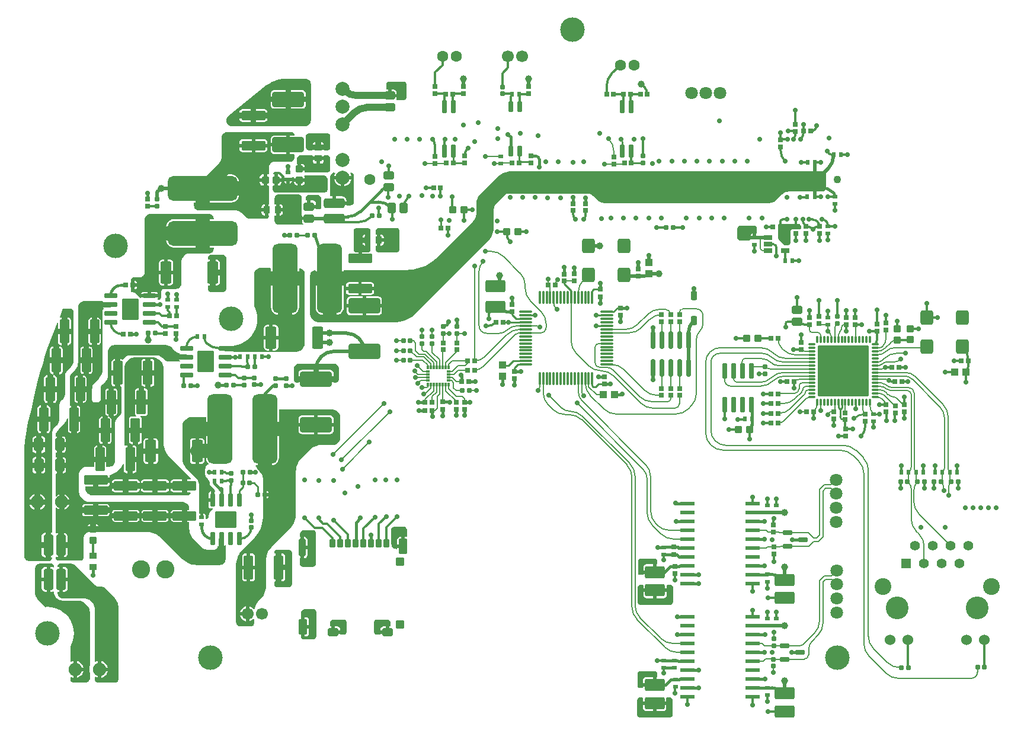
<source format=gtl>
G04*
G04 #@! TF.GenerationSoftware,Altium Limited,Altium Designer,22.7.1 (60)*
G04*
G04 Layer_Physical_Order=1*
G04 Layer_Color=16776960*
%FSLAX43Y43*%
%MOMM*%
G71*
G04*
G04 #@! TF.SameCoordinates,6218B3DD-F4BF-4AD2-B5C1-062D57A95E1A*
G04*
G04*
G04 #@! TF.FilePolarity,Positive*
G04*
G01*
G75*
%ADD10C,0.400*%
%ADD11C,0.200*%
%ADD12C,0.500*%
%ADD13C,0.250*%
%ADD18C,0.300*%
%ADD79C,1.700*%
%ADD85C,1.800*%
%ADD86C,1.900*%
%ADD94C,0.200*%
%ADD95C,1.000*%
%ADD96C,0.750*%
G04:AMPARAMS|DCode=97|XSize=0.59mm|YSize=0.6mm|CornerRadius=0.074mm|HoleSize=0mm|Usage=FLASHONLY|Rotation=180.000|XOffset=0mm|YOffset=0mm|HoleType=Round|Shape=RoundedRectangle|*
%AMROUNDEDRECTD97*
21,1,0.590,0.453,0,0,180.0*
21,1,0.443,0.600,0,0,180.0*
1,1,0.148,-0.221,0.226*
1,1,0.148,0.221,0.226*
1,1,0.148,0.221,-0.226*
1,1,0.148,-0.221,-0.226*
%
%ADD97ROUNDEDRECTD97*%
G04:AMPARAMS|DCode=98|XSize=0.65mm|YSize=0.7mm|CornerRadius=0.081mm|HoleSize=0mm|Usage=FLASHONLY|Rotation=90.000|XOffset=0mm|YOffset=0mm|HoleType=Round|Shape=RoundedRectangle|*
%AMROUNDEDRECTD98*
21,1,0.650,0.538,0,0,90.0*
21,1,0.488,0.700,0,0,90.0*
1,1,0.163,0.269,0.244*
1,1,0.163,0.269,-0.244*
1,1,0.163,-0.269,-0.244*
1,1,0.163,-0.269,0.244*
%
%ADD98ROUNDEDRECTD98*%
G04:AMPARAMS|DCode=99|XSize=1.8mm|YSize=2mm|CornerRadius=0.225mm|HoleSize=0mm|Usage=FLASHONLY|Rotation=180.000|XOffset=0mm|YOffset=0mm|HoleType=Round|Shape=RoundedRectangle|*
%AMROUNDEDRECTD99*
21,1,1.800,1.550,0,0,180.0*
21,1,1.350,2.000,0,0,180.0*
1,1,0.450,-0.675,0.775*
1,1,0.450,0.675,0.775*
1,1,0.450,0.675,-0.775*
1,1,0.450,-0.675,-0.775*
%
%ADD99ROUNDEDRECTD99*%
G04:AMPARAMS|DCode=100|XSize=0.61mm|YSize=0.6mm|CornerRadius=0.075mm|HoleSize=0mm|Usage=FLASHONLY|Rotation=270.000|XOffset=0mm|YOffset=0mm|HoleType=Round|Shape=RoundedRectangle|*
%AMROUNDEDRECTD100*
21,1,0.610,0.450,0,0,270.0*
21,1,0.460,0.600,0,0,270.0*
1,1,0.150,-0.225,-0.230*
1,1,0.150,-0.225,0.230*
1,1,0.150,0.225,0.230*
1,1,0.150,0.225,-0.230*
%
%ADD100ROUNDEDRECTD100*%
G04:AMPARAMS|DCode=101|XSize=1.21mm|YSize=1.46mm|CornerRadius=0.151mm|HoleSize=0mm|Usage=FLASHONLY|Rotation=270.000|XOffset=0mm|YOffset=0mm|HoleType=Round|Shape=RoundedRectangle|*
%AMROUNDEDRECTD101*
21,1,1.210,1.158,0,0,270.0*
21,1,0.907,1.460,0,0,270.0*
1,1,0.303,-0.579,-0.454*
1,1,0.303,-0.579,0.454*
1,1,0.303,0.579,0.454*
1,1,0.303,0.579,-0.454*
%
%ADD101ROUNDEDRECTD101*%
G04:AMPARAMS|DCode=102|XSize=0.94mm|YSize=1.03mm|CornerRadius=0.118mm|HoleSize=0mm|Usage=FLASHONLY|Rotation=0.000|XOffset=0mm|YOffset=0mm|HoleType=Round|Shape=RoundedRectangle|*
%AMROUNDEDRECTD102*
21,1,0.940,0.795,0,0,0.0*
21,1,0.705,1.030,0,0,0.0*
1,1,0.235,0.353,-0.398*
1,1,0.235,-0.353,-0.398*
1,1,0.235,-0.353,0.398*
1,1,0.235,0.353,0.398*
%
%ADD102ROUNDEDRECTD102*%
G04:AMPARAMS|DCode=103|XSize=1mm|YSize=1.1mm|CornerRadius=0.125mm|HoleSize=0mm|Usage=FLASHONLY|Rotation=180.000|XOffset=0mm|YOffset=0mm|HoleType=Round|Shape=RoundedRectangle|*
%AMROUNDEDRECTD103*
21,1,1.000,0.850,0,0,180.0*
21,1,0.750,1.100,0,0,180.0*
1,1,0.250,-0.375,0.425*
1,1,0.250,0.375,0.425*
1,1,0.250,0.375,-0.425*
1,1,0.250,-0.375,-0.425*
%
%ADD103ROUNDEDRECTD103*%
G04:AMPARAMS|DCode=104|XSize=0.92mm|YSize=1.08mm|CornerRadius=0.115mm|HoleSize=0mm|Usage=FLASHONLY|Rotation=0.000|XOffset=0mm|YOffset=0mm|HoleType=Round|Shape=RoundedRectangle|*
%AMROUNDEDRECTD104*
21,1,0.920,0.850,0,0,0.0*
21,1,0.690,1.080,0,0,0.0*
1,1,0.230,0.345,-0.425*
1,1,0.230,-0.345,-0.425*
1,1,0.230,-0.345,0.425*
1,1,0.230,0.345,0.425*
%
%ADD104ROUNDEDRECTD104*%
G04:AMPARAMS|DCode=105|XSize=0.59mm|YSize=0.6mm|CornerRadius=0.074mm|HoleSize=0mm|Usage=FLASHONLY|Rotation=270.000|XOffset=0mm|YOffset=0mm|HoleType=Round|Shape=RoundedRectangle|*
%AMROUNDEDRECTD105*
21,1,0.590,0.453,0,0,270.0*
21,1,0.443,0.600,0,0,270.0*
1,1,0.148,-0.226,-0.221*
1,1,0.148,-0.226,0.221*
1,1,0.148,0.226,0.221*
1,1,0.148,0.226,-0.221*
%
%ADD105ROUNDEDRECTD105*%
G04:AMPARAMS|DCode=106|XSize=2.05mm|YSize=0.59mm|CornerRadius=0.074mm|HoleSize=0mm|Usage=FLASHONLY|Rotation=0.000|XOffset=0mm|YOffset=0mm|HoleType=Round|Shape=RoundedRectangle|*
%AMROUNDEDRECTD106*
21,1,2.050,0.443,0,0,0.0*
21,1,1.903,0.590,0,0,0.0*
1,1,0.148,0.951,-0.221*
1,1,0.148,-0.951,-0.221*
1,1,0.148,-0.951,0.221*
1,1,0.148,0.951,0.221*
%
%ADD106ROUNDEDRECTD106*%
G04:AMPARAMS|DCode=107|XSize=1.3mm|YSize=3.47mm|CornerRadius=0.163mm|HoleSize=0mm|Usage=FLASHONLY|Rotation=90.000|XOffset=0mm|YOffset=0mm|HoleType=Round|Shape=RoundedRectangle|*
%AMROUNDEDRECTD107*
21,1,1.300,3.145,0,0,90.0*
21,1,0.975,3.470,0,0,90.0*
1,1,0.325,1.573,0.488*
1,1,0.325,1.573,-0.488*
1,1,0.325,-1.573,-0.488*
1,1,0.325,-1.573,0.488*
%
%ADD107ROUNDEDRECTD107*%
G04:AMPARAMS|DCode=108|XSize=2.15mm|YSize=4.53mm|CornerRadius=0.269mm|HoleSize=0mm|Usage=FLASHONLY|Rotation=90.000|XOffset=0mm|YOffset=0mm|HoleType=Round|Shape=RoundedRectangle|*
%AMROUNDEDRECTD108*
21,1,2.150,3.993,0,0,90.0*
21,1,1.613,4.530,0,0,90.0*
1,1,0.538,1.996,0.806*
1,1,0.538,1.996,-0.806*
1,1,0.538,-1.996,-0.806*
1,1,0.538,-1.996,0.806*
%
%ADD108ROUNDEDRECTD108*%
G04:AMPARAMS|DCode=109|XSize=10mm|YSize=3.6mm|CornerRadius=0.9mm|HoleSize=0mm|Usage=FLASHONLY|Rotation=90.000|XOffset=0mm|YOffset=0mm|HoleType=Round|Shape=RoundedRectangle|*
%AMROUNDEDRECTD109*
21,1,10.000,1.800,0,0,90.0*
21,1,8.200,3.600,0,0,90.0*
1,1,1.800,0.900,4.100*
1,1,1.800,0.900,-4.100*
1,1,1.800,-0.900,-4.100*
1,1,1.800,-0.900,4.100*
%
%ADD109ROUNDEDRECTD109*%
G04:AMPARAMS|DCode=110|XSize=0.68mm|YSize=2.17mm|CornerRadius=0.085mm|HoleSize=0mm|Usage=FLASHONLY|Rotation=0.000|XOffset=0mm|YOffset=0mm|HoleType=Round|Shape=RoundedRectangle|*
%AMROUNDEDRECTD110*
21,1,0.680,2.000,0,0,0.0*
21,1,0.510,2.170,0,0,0.0*
1,1,0.170,0.255,-1.000*
1,1,0.170,-0.255,-1.000*
1,1,0.170,-0.255,1.000*
1,1,0.170,0.255,1.000*
%
%ADD110ROUNDEDRECTD110*%
G04:AMPARAMS|DCode=111|XSize=0.65mm|YSize=0.7mm|CornerRadius=0.081mm|HoleSize=0mm|Usage=FLASHONLY|Rotation=0.000|XOffset=0mm|YOffset=0mm|HoleType=Round|Shape=RoundedRectangle|*
%AMROUNDEDRECTD111*
21,1,0.650,0.538,0,0,0.0*
21,1,0.488,0.700,0,0,0.0*
1,1,0.163,0.244,-0.269*
1,1,0.163,-0.244,-0.269*
1,1,0.163,-0.244,0.269*
1,1,0.163,0.244,0.269*
%
%ADD111ROUNDEDRECTD111*%
G04:AMPARAMS|DCode=112|XSize=1.1mm|YSize=1.1mm|CornerRadius=0.138mm|HoleSize=0mm|Usage=FLASHONLY|Rotation=0.000|XOffset=0mm|YOffset=0mm|HoleType=Round|Shape=RoundedRectangle|*
%AMROUNDEDRECTD112*
21,1,1.100,0.825,0,0,0.0*
21,1,0.825,1.100,0,0,0.0*
1,1,0.275,0.413,-0.413*
1,1,0.275,-0.413,-0.413*
1,1,0.275,-0.413,0.413*
1,1,0.275,0.413,0.413*
%
%ADD112ROUNDEDRECTD112*%
G04:AMPARAMS|DCode=113|XSize=0.95mm|YSize=0.3mm|CornerRadius=0.038mm|HoleSize=0mm|Usage=FLASHONLY|Rotation=180.000|XOffset=0mm|YOffset=0mm|HoleType=Round|Shape=RoundedRectangle|*
%AMROUNDEDRECTD113*
21,1,0.950,0.225,0,0,180.0*
21,1,0.875,0.300,0,0,180.0*
1,1,0.075,-0.438,0.113*
1,1,0.075,0.438,0.113*
1,1,0.075,0.438,-0.113*
1,1,0.075,-0.438,-0.113*
%
%ADD113ROUNDEDRECTD113*%
G04:AMPARAMS|DCode=114|XSize=7.3mm|YSize=7.3mm|CornerRadius=0.183mm|HoleSize=0mm|Usage=FLASHONLY|Rotation=270.000|XOffset=0mm|YOffset=0mm|HoleType=Round|Shape=RoundedRectangle|*
%AMROUNDEDRECTD114*
21,1,7.300,6.935,0,0,270.0*
21,1,6.935,7.300,0,0,270.0*
1,1,0.365,-3.468,-3.468*
1,1,0.365,-3.468,3.468*
1,1,0.365,3.468,3.468*
1,1,0.365,3.468,-3.468*
%
%ADD114ROUNDEDRECTD114*%
G04:AMPARAMS|DCode=115|XSize=0.95mm|YSize=0.3mm|CornerRadius=0.038mm|HoleSize=0mm|Usage=FLASHONLY|Rotation=90.000|XOffset=0mm|YOffset=0mm|HoleType=Round|Shape=RoundedRectangle|*
%AMROUNDEDRECTD115*
21,1,0.950,0.225,0,0,90.0*
21,1,0.875,0.300,0,0,90.0*
1,1,0.075,0.113,0.438*
1,1,0.075,0.113,-0.438*
1,1,0.075,-0.113,-0.438*
1,1,0.075,-0.113,0.438*
%
%ADD115ROUNDEDRECTD115*%
G04:AMPARAMS|DCode=116|XSize=0.61mm|YSize=0.6mm|CornerRadius=0.075mm|HoleSize=0mm|Usage=FLASHONLY|Rotation=0.000|XOffset=0mm|YOffset=0mm|HoleType=Round|Shape=RoundedRectangle|*
%AMROUNDEDRECTD116*
21,1,0.610,0.450,0,0,0.0*
21,1,0.460,0.600,0,0,0.0*
1,1,0.150,0.230,-0.225*
1,1,0.150,-0.230,-0.225*
1,1,0.150,-0.230,0.225*
1,1,0.150,0.230,0.225*
%
%ADD116ROUNDEDRECTD116*%
G04:AMPARAMS|DCode=117|XSize=1.21mm|YSize=1.46mm|CornerRadius=0.151mm|HoleSize=0mm|Usage=FLASHONLY|Rotation=180.000|XOffset=0mm|YOffset=0mm|HoleType=Round|Shape=RoundedRectangle|*
%AMROUNDEDRECTD117*
21,1,1.210,1.158,0,0,180.0*
21,1,0.907,1.460,0,0,180.0*
1,1,0.303,-0.454,0.579*
1,1,0.303,0.454,0.579*
1,1,0.303,0.454,-0.579*
1,1,0.303,-0.454,-0.579*
%
%ADD117ROUNDEDRECTD117*%
G04:AMPARAMS|DCode=118|XSize=0.61mm|YSize=1.91mm|CornerRadius=0.076mm|HoleSize=0mm|Usage=FLASHONLY|Rotation=270.000|XOffset=0mm|YOffset=0mm|HoleType=Round|Shape=RoundedRectangle|*
%AMROUNDEDRECTD118*
21,1,0.610,1.758,0,0,270.0*
21,1,0.458,1.910,0,0,270.0*
1,1,0.153,-0.879,-0.229*
1,1,0.153,-0.879,0.229*
1,1,0.153,0.879,0.229*
1,1,0.153,0.879,-0.229*
%
%ADD118ROUNDEDRECTD118*%
G04:AMPARAMS|DCode=119|XSize=3.1mm|YSize=2.41mm|CornerRadius=0.301mm|HoleSize=0mm|Usage=FLASHONLY|Rotation=270.000|XOffset=0mm|YOffset=0mm|HoleType=Round|Shape=RoundedRectangle|*
%AMROUNDEDRECTD119*
21,1,3.100,1.808,0,0,270.0*
21,1,2.498,2.410,0,0,270.0*
1,1,0.603,-0.904,-1.249*
1,1,0.603,-0.904,1.249*
1,1,0.603,0.904,1.249*
1,1,0.603,0.904,-1.249*
%
%ADD119ROUNDEDRECTD119*%
G04:AMPARAMS|DCode=120|XSize=1.76mm|YSize=2.82mm|CornerRadius=0.22mm|HoleSize=0mm|Usage=FLASHONLY|Rotation=90.000|XOffset=0mm|YOffset=0mm|HoleType=Round|Shape=RoundedRectangle|*
%AMROUNDEDRECTD120*
21,1,1.760,2.380,0,0,90.0*
21,1,1.320,2.820,0,0,90.0*
1,1,0.440,1.190,0.660*
1,1,0.440,1.190,-0.660*
1,1,0.440,-1.190,-0.660*
1,1,0.440,-1.190,0.660*
%
%ADD120ROUNDEDRECTD120*%
G04:AMPARAMS|DCode=121|XSize=0.65mm|YSize=1.8mm|CornerRadius=0.081mm|HoleSize=0mm|Usage=FLASHONLY|Rotation=0.000|XOffset=0mm|YOffset=0mm|HoleType=Round|Shape=RoundedRectangle|*
%AMROUNDEDRECTD121*
21,1,0.650,1.638,0,0,0.0*
21,1,0.488,1.800,0,0,0.0*
1,1,0.163,0.244,-0.819*
1,1,0.163,-0.244,-0.819*
1,1,0.163,-0.244,0.819*
1,1,0.163,0.244,0.819*
%
%ADD121ROUNDEDRECTD121*%
G04:AMPARAMS|DCode=122|XSize=0.7mm|YSize=2.5mm|CornerRadius=0.175mm|HoleSize=0mm|Usage=FLASHONLY|Rotation=180.000|XOffset=0mm|YOffset=0mm|HoleType=Round|Shape=RoundedRectangle|*
%AMROUNDEDRECTD122*
21,1,0.700,2.150,0,0,180.0*
21,1,0.350,2.500,0,0,180.0*
1,1,0.350,-0.175,1.075*
1,1,0.350,0.175,1.075*
1,1,0.350,0.175,-1.075*
1,1,0.350,-0.175,-1.075*
%
%ADD122ROUNDEDRECTD122*%
G04:AMPARAMS|DCode=123|XSize=1.1mm|YSize=1.1mm|CornerRadius=0.138mm|HoleSize=0mm|Usage=FLASHONLY|Rotation=270.000|XOffset=0mm|YOffset=0mm|HoleType=Round|Shape=RoundedRectangle|*
%AMROUNDEDRECTD123*
21,1,1.100,0.825,0,0,270.0*
21,1,0.825,1.100,0,0,270.0*
1,1,0.275,-0.413,-0.413*
1,1,0.275,-0.413,0.413*
1,1,0.275,0.413,0.413*
1,1,0.275,0.413,-0.413*
%
%ADD123ROUNDEDRECTD123*%
G04:AMPARAMS|DCode=124|XSize=1.7mm|YSize=2.8mm|CornerRadius=0.213mm|HoleSize=0mm|Usage=FLASHONLY|Rotation=270.000|XOffset=0mm|YOffset=0mm|HoleType=Round|Shape=RoundedRectangle|*
%AMROUNDEDRECTD124*
21,1,1.700,2.375,0,0,270.0*
21,1,1.275,2.800,0,0,270.0*
1,1,0.425,-1.188,-0.638*
1,1,0.425,-1.188,0.638*
1,1,0.425,1.188,0.638*
1,1,0.425,1.188,-0.638*
%
%ADD124ROUNDEDRECTD124*%
G04:AMPARAMS|DCode=125|XSize=0.65mm|YSize=1.35mm|CornerRadius=0.081mm|HoleSize=0mm|Usage=FLASHONLY|Rotation=90.000|XOffset=0mm|YOffset=0mm|HoleType=Round|Shape=RoundedRectangle|*
%AMROUNDEDRECTD125*
21,1,0.650,1.188,0,0,90.0*
21,1,0.488,1.350,0,0,90.0*
1,1,0.163,0.594,0.244*
1,1,0.163,0.594,-0.244*
1,1,0.163,-0.594,-0.244*
1,1,0.163,-0.594,0.244*
%
%ADD125ROUNDEDRECTD125*%
G04:AMPARAMS|DCode=126|XSize=0.9mm|YSize=1.3mm|CornerRadius=0.225mm|HoleSize=0mm|Usage=FLASHONLY|Rotation=180.000|XOffset=0mm|YOffset=0mm|HoleType=Round|Shape=RoundedRectangle|*
%AMROUNDEDRECTD126*
21,1,0.900,0.850,0,0,180.0*
21,1,0.450,1.300,0,0,180.0*
1,1,0.450,-0.225,0.425*
1,1,0.450,0.225,0.425*
1,1,0.450,0.225,-0.425*
1,1,0.450,-0.225,-0.425*
%
%ADD126ROUNDEDRECTD126*%
G04:AMPARAMS|DCode=127|XSize=10mm|YSize=3.6mm|CornerRadius=0.9mm|HoleSize=0mm|Usage=FLASHONLY|Rotation=180.000|XOffset=0mm|YOffset=0mm|HoleType=Round|Shape=RoundedRectangle|*
%AMROUNDEDRECTD127*
21,1,10.000,1.800,0,0,180.0*
21,1,8.200,3.600,0,0,180.0*
1,1,1.800,-4.100,0.900*
1,1,1.800,4.100,0.900*
1,1,1.800,4.100,-0.900*
1,1,1.800,-4.100,-0.900*
%
%ADD127ROUNDEDRECTD127*%
G04:AMPARAMS|DCode=128|XSize=1.4mm|YSize=3mm|CornerRadius=0.175mm|HoleSize=0mm|Usage=FLASHONLY|Rotation=180.000|XOffset=0mm|YOffset=0mm|HoleType=Round|Shape=RoundedRectangle|*
%AMROUNDEDRECTD128*
21,1,1.400,2.650,0,0,180.0*
21,1,1.050,3.000,0,0,180.0*
1,1,0.350,-0.525,1.325*
1,1,0.350,0.525,1.325*
1,1,0.350,0.525,-1.325*
1,1,0.350,-0.525,-1.325*
%
%ADD128ROUNDEDRECTD128*%
G04:AMPARAMS|DCode=129|XSize=3.14mm|YSize=1.54mm|CornerRadius=0.193mm|HoleSize=0mm|Usage=FLASHONLY|Rotation=90.000|XOffset=0mm|YOffset=0mm|HoleType=Round|Shape=RoundedRectangle|*
%AMROUNDEDRECTD129*
21,1,3.140,1.155,0,0,90.0*
21,1,2.755,1.540,0,0,90.0*
1,1,0.385,0.578,1.378*
1,1,0.385,0.578,-1.378*
1,1,0.385,-0.578,-1.378*
1,1,0.385,-0.578,1.378*
%
%ADD129ROUNDEDRECTD129*%
G04:AMPARAMS|DCode=130|XSize=0.92mm|YSize=1.08mm|CornerRadius=0.115mm|HoleSize=0mm|Usage=FLASHONLY|Rotation=90.000|XOffset=0mm|YOffset=0mm|HoleType=Round|Shape=RoundedRectangle|*
%AMROUNDEDRECTD130*
21,1,0.920,0.850,0,0,90.0*
21,1,0.690,1.080,0,0,90.0*
1,1,0.230,0.425,0.345*
1,1,0.230,0.425,-0.345*
1,1,0.230,-0.425,-0.345*
1,1,0.230,-0.425,0.345*
%
%ADD130ROUNDEDRECTD130*%
G04:AMPARAMS|DCode=131|XSize=1.05mm|YSize=1.07mm|CornerRadius=0.131mm|HoleSize=0mm|Usage=FLASHONLY|Rotation=0.000|XOffset=0mm|YOffset=0mm|HoleType=Round|Shape=RoundedRectangle|*
%AMROUNDEDRECTD131*
21,1,1.050,0.807,0,0,0.0*
21,1,0.788,1.070,0,0,0.0*
1,1,0.263,0.394,-0.404*
1,1,0.263,-0.394,-0.404*
1,1,0.263,-0.394,0.404*
1,1,0.263,0.394,0.404*
%
%ADD131ROUNDEDRECTD131*%
G04:AMPARAMS|DCode=132|XSize=0.3mm|YSize=1.8mm|CornerRadius=0.038mm|HoleSize=0mm|Usage=FLASHONLY|Rotation=0.000|XOffset=0mm|YOffset=0mm|HoleType=Round|Shape=RoundedRectangle|*
%AMROUNDEDRECTD132*
21,1,0.300,1.725,0,0,0.0*
21,1,0.225,1.800,0,0,0.0*
1,1,0.075,0.113,-0.863*
1,1,0.075,-0.113,-0.863*
1,1,0.075,-0.113,0.863*
1,1,0.075,0.113,0.863*
%
%ADD132ROUNDEDRECTD132*%
G04:AMPARAMS|DCode=133|XSize=0.3mm|YSize=1.8mm|CornerRadius=0.038mm|HoleSize=0mm|Usage=FLASHONLY|Rotation=270.000|XOffset=0mm|YOffset=0mm|HoleType=Round|Shape=RoundedRectangle|*
%AMROUNDEDRECTD133*
21,1,0.300,1.725,0,0,270.0*
21,1,0.225,1.800,0,0,270.0*
1,1,0.075,-0.863,-0.113*
1,1,0.075,-0.863,0.113*
1,1,0.075,0.863,0.113*
1,1,0.075,0.863,-0.113*
%
%ADD133ROUNDEDRECTD133*%
G04:AMPARAMS|DCode=134|XSize=3mm|YSize=1.4mm|CornerRadius=0.35mm|HoleSize=0mm|Usage=FLASHONLY|Rotation=0.000|XOffset=0mm|YOffset=0mm|HoleType=Round|Shape=RoundedRectangle|*
%AMROUNDEDRECTD134*
21,1,3.000,0.700,0,0,0.0*
21,1,2.300,1.400,0,0,0.0*
1,1,0.700,1.150,-0.350*
1,1,0.700,-1.150,-0.350*
1,1,0.700,-1.150,0.350*
1,1,0.700,1.150,0.350*
%
%ADD134ROUNDEDRECTD134*%
G04:AMPARAMS|DCode=135|XSize=0.53mm|YSize=0.28mm|CornerRadius=0.035mm|HoleSize=0mm|Usage=FLASHONLY|Rotation=270.000|XOffset=0mm|YOffset=0mm|HoleType=Round|Shape=RoundedRectangle|*
%AMROUNDEDRECTD135*
21,1,0.530,0.210,0,0,270.0*
21,1,0.460,0.280,0,0,270.0*
1,1,0.070,-0.105,-0.230*
1,1,0.070,-0.105,0.230*
1,1,0.070,0.105,0.230*
1,1,0.070,0.105,-0.230*
%
%ADD135ROUNDEDRECTD135*%
G04:AMPARAMS|DCode=136|XSize=0.53mm|YSize=0.28mm|CornerRadius=0.035mm|HoleSize=0mm|Usage=FLASHONLY|Rotation=0.000|XOffset=0mm|YOffset=0mm|HoleType=Round|Shape=RoundedRectangle|*
%AMROUNDEDRECTD136*
21,1,0.530,0.210,0,0,0.0*
21,1,0.460,0.280,0,0,0.0*
1,1,0.070,0.230,-0.105*
1,1,0.070,-0.230,-0.105*
1,1,0.070,-0.230,0.105*
1,1,0.070,0.230,0.105*
%
%ADD136ROUNDEDRECTD136*%
G04:AMPARAMS|DCode=137|XSize=1.28mm|YSize=1.87mm|CornerRadius=0.16mm|HoleSize=0mm|Usage=FLASHONLY|Rotation=0.000|XOffset=0mm|YOffset=0mm|HoleType=Round|Shape=RoundedRectangle|*
%AMROUNDEDRECTD137*
21,1,1.280,1.550,0,0,0.0*
21,1,0.960,1.870,0,0,0.0*
1,1,0.320,0.480,-0.775*
1,1,0.320,-0.480,-0.775*
1,1,0.320,-0.480,0.775*
1,1,0.320,0.480,0.775*
%
%ADD137ROUNDEDRECTD137*%
G04:AMPARAMS|DCode=138|XSize=1mm|YSize=1.1mm|CornerRadius=0.125mm|HoleSize=0mm|Usage=FLASHONLY|Rotation=90.000|XOffset=0mm|YOffset=0mm|HoleType=Round|Shape=RoundedRectangle|*
%AMROUNDEDRECTD138*
21,1,1.000,0.850,0,0,90.0*
21,1,0.750,1.100,0,0,90.0*
1,1,0.250,0.425,0.375*
1,1,0.250,0.425,-0.375*
1,1,0.250,-0.425,-0.375*
1,1,0.250,-0.425,0.375*
%
%ADD138ROUNDEDRECTD138*%
G04:AMPARAMS|DCode=139|XSize=1.3mm|YSize=3.47mm|CornerRadius=0.163mm|HoleSize=0mm|Usage=FLASHONLY|Rotation=0.000|XOffset=0mm|YOffset=0mm|HoleType=Round|Shape=RoundedRectangle|*
%AMROUNDEDRECTD139*
21,1,1.300,3.145,0,0,0.0*
21,1,0.975,3.470,0,0,0.0*
1,1,0.325,0.488,-1.573*
1,1,0.325,-0.488,-1.573*
1,1,0.325,-0.488,1.573*
1,1,0.325,0.488,1.573*
%
%ADD139ROUNDEDRECTD139*%
G04:AMPARAMS|DCode=140|XSize=0.61mm|YSize=1.91mm|CornerRadius=0.076mm|HoleSize=0mm|Usage=FLASHONLY|Rotation=0.000|XOffset=0mm|YOffset=0mm|HoleType=Round|Shape=RoundedRectangle|*
%AMROUNDEDRECTD140*
21,1,0.610,1.758,0,0,0.0*
21,1,0.458,1.910,0,0,0.0*
1,1,0.153,0.229,-0.879*
1,1,0.153,-0.229,-0.879*
1,1,0.153,-0.229,0.879*
1,1,0.153,0.229,0.879*
%
%ADD140ROUNDEDRECTD140*%
G04:AMPARAMS|DCode=141|XSize=3.1mm|YSize=2.41mm|CornerRadius=0.301mm|HoleSize=0mm|Usage=FLASHONLY|Rotation=0.000|XOffset=0mm|YOffset=0mm|HoleType=Round|Shape=RoundedRectangle|*
%AMROUNDEDRECTD141*
21,1,3.100,1.808,0,0,0.0*
21,1,2.498,2.410,0,0,0.0*
1,1,0.603,1.249,-0.904*
1,1,0.603,-1.249,-0.904*
1,1,0.603,-1.249,0.904*
1,1,0.603,1.249,0.904*
%
%ADD141ROUNDEDRECTD141*%
G04:AMPARAMS|DCode=142|XSize=0.94mm|YSize=1.03mm|CornerRadius=0.118mm|HoleSize=0mm|Usage=FLASHONLY|Rotation=270.000|XOffset=0mm|YOffset=0mm|HoleType=Round|Shape=RoundedRectangle|*
%AMROUNDEDRECTD142*
21,1,0.940,0.795,0,0,270.0*
21,1,0.705,1.030,0,0,270.0*
1,1,0.235,-0.398,-0.353*
1,1,0.235,-0.398,0.353*
1,1,0.235,0.398,0.353*
1,1,0.235,0.398,-0.353*
%
%ADD142ROUNDEDRECTD142*%
G04:AMPARAMS|DCode=143|XSize=0.61mm|YSize=1.52mm|CornerRadius=0.076mm|HoleSize=0mm|Usage=FLASHONLY|Rotation=0.000|XOffset=0mm|YOffset=0mm|HoleType=Round|Shape=RoundedRectangle|*
%AMROUNDEDRECTD143*
21,1,0.610,1.368,0,0,0.0*
21,1,0.458,1.520,0,0,0.0*
1,1,0.153,0.229,-0.684*
1,1,0.153,-0.229,-0.684*
1,1,0.153,-0.229,0.684*
1,1,0.153,0.229,0.684*
%
%ADD143ROUNDEDRECTD143*%
G04:AMPARAMS|DCode=144|XSize=0.61mm|YSize=1.26mm|CornerRadius=0.076mm|HoleSize=0mm|Usage=FLASHONLY|Rotation=90.000|XOffset=0mm|YOffset=0mm|HoleType=Round|Shape=RoundedRectangle|*
%AMROUNDEDRECTD144*
21,1,0.610,1.108,0,0,90.0*
21,1,0.458,1.260,0,0,90.0*
1,1,0.153,0.554,0.229*
1,1,0.153,0.554,-0.229*
1,1,0.153,-0.554,-0.229*
1,1,0.153,-0.554,0.229*
%
%ADD144ROUNDEDRECTD144*%
G04:AMPARAMS|DCode=145|XSize=1.05mm|YSize=1.07mm|CornerRadius=0.131mm|HoleSize=0mm|Usage=FLASHONLY|Rotation=90.000|XOffset=0mm|YOffset=0mm|HoleType=Round|Shape=RoundedRectangle|*
%AMROUNDEDRECTD145*
21,1,1.050,0.807,0,0,90.0*
21,1,0.788,1.070,0,0,90.0*
1,1,0.263,0.404,0.394*
1,1,0.263,0.404,-0.394*
1,1,0.263,-0.404,-0.394*
1,1,0.263,-0.404,0.394*
%
%ADD145ROUNDEDRECTD145*%
G04:AMPARAMS|DCode=146|XSize=0.8mm|YSize=1.24mm|CornerRadius=0.1mm|HoleSize=0mm|Usage=FLASHONLY|Rotation=0.000|XOffset=0mm|YOffset=0mm|HoleType=Round|Shape=RoundedRectangle|*
%AMROUNDEDRECTD146*
21,1,0.800,1.040,0,0,0.0*
21,1,0.600,1.240,0,0,0.0*
1,1,0.200,0.300,-0.520*
1,1,0.200,-0.300,-0.520*
1,1,0.200,-0.300,0.520*
1,1,0.200,0.300,0.520*
%
%ADD146ROUNDEDRECTD146*%
G04:AMPARAMS|DCode=147|XSize=0.95mm|YSize=2.5mm|CornerRadius=0.119mm|HoleSize=0mm|Usage=FLASHONLY|Rotation=0.000|XOffset=0mm|YOffset=0mm|HoleType=Round|Shape=RoundedRectangle|*
%AMROUNDEDRECTD147*
21,1,0.950,2.263,0,0,0.0*
21,1,0.713,2.500,0,0,0.0*
1,1,0.238,0.356,-1.131*
1,1,0.238,-0.356,-1.131*
1,1,0.238,-0.356,1.131*
1,1,0.238,0.356,1.131*
%
%ADD147ROUNDEDRECTD147*%
G04:AMPARAMS|DCode=148|XSize=1.15mm|YSize=2.2mm|CornerRadius=0.144mm|HoleSize=0mm|Usage=FLASHONLY|Rotation=0.000|XOffset=0mm|YOffset=0mm|HoleType=Round|Shape=RoundedRectangle|*
%AMROUNDEDRECTD148*
21,1,1.150,1.913,0,0,0.0*
21,1,0.863,2.200,0,0,0.0*
1,1,0.288,0.431,-0.956*
1,1,0.288,-0.431,-0.956*
1,1,0.288,-0.431,0.956*
1,1,0.288,0.431,0.956*
%
%ADD148ROUNDEDRECTD148*%
G04:AMPARAMS|DCode=149|XSize=1.16mm|YSize=1.25mm|CornerRadius=0.145mm|HoleSize=0mm|Usage=FLASHONLY|Rotation=0.000|XOffset=0mm|YOffset=0mm|HoleType=Round|Shape=RoundedRectangle|*
%AMROUNDEDRECTD149*
21,1,1.160,0.960,0,0,0.0*
21,1,0.870,1.250,0,0,0.0*
1,1,0.290,0.435,-0.480*
1,1,0.290,-0.435,-0.480*
1,1,0.290,-0.435,0.480*
1,1,0.290,0.435,0.480*
%
%ADD149ROUNDEDRECTD149*%
G04:AMPARAMS|DCode=150|XSize=1.16mm|YSize=1.2mm|CornerRadius=0.145mm|HoleSize=0mm|Usage=FLASHONLY|Rotation=0.000|XOffset=0mm|YOffset=0mm|HoleType=Round|Shape=RoundedRectangle|*
%AMROUNDEDRECTD150*
21,1,1.160,0.910,0,0,0.0*
21,1,0.870,1.200,0,0,0.0*
1,1,0.290,0.435,-0.455*
1,1,0.290,-0.435,-0.455*
1,1,0.290,-0.435,0.455*
1,1,0.290,0.435,0.455*
%
%ADD150ROUNDEDRECTD150*%
G04:AMPARAMS|DCode=151|XSize=1.5mm|YSize=1.15mm|CornerRadius=0.144mm|HoleSize=0mm|Usage=FLASHONLY|Rotation=0.000|XOffset=0mm|YOffset=0mm|HoleType=Round|Shape=RoundedRectangle|*
%AMROUNDEDRECTD151*
21,1,1.500,0.863,0,0,0.0*
21,1,1.212,1.150,0,0,0.0*
1,1,0.288,0.606,-0.431*
1,1,0.288,-0.606,-0.431*
1,1,0.288,-0.606,0.431*
1,1,0.288,0.606,0.431*
%
%ADD151ROUNDEDRECTD151*%
%ADD152C,2.000*%
%ADD153C,1.600*%
%ADD154C,1.100*%
%ADD155C,2.000*%
%ADD156C,2.600*%
%ADD157C,3.500*%
%ADD158C,3.250*%
%ADD159R,1.398X1.398*%
%ADD160C,2.400*%
%ADD161C,1.398*%
%ADD162C,1.530*%
%ADD163C,0.700*%
%ADD164C,1.000*%
G36*
X47033Y92385D02*
X49090D01*
X49090Y92385D01*
X49090Y92385D01*
X49091D01*
X49183Y92383D01*
X49344Y92317D01*
X49470Y92190D01*
X49539Y92026D01*
X49539Y91937D01*
X49539Y90157D01*
X49539Y90157D01*
Y90071D01*
X49473Y89912D01*
X49351Y89791D01*
X49192Y89725D01*
X49106D01*
X48189Y89725D01*
X48114Y89825D01*
X48132Y89916D01*
Y90120D01*
X47144D01*
Y90370D01*
X46894D01*
Y91233D01*
X46684D01*
X46684Y92036D01*
X46695Y92132D01*
X46737Y92234D01*
X46835Y92332D01*
X46963Y92385D01*
X47033Y92385D01*
D02*
G37*
G36*
X35026Y92800D02*
X35112Y92800D01*
X35281Y92766D01*
X35440Y92701D01*
X35583Y92605D01*
X35705Y92483D01*
X35801Y92340D01*
X35866Y92181D01*
X35898Y92020D01*
X35900Y91926D01*
Y91926D01*
X35900D01*
X35900Y91926D01*
X35900Y89011D01*
X35900Y86972D01*
X35900Y86876D01*
X35863Y86689D01*
X35789Y86512D01*
X35683Y86352D01*
X35548Y86217D01*
X35388Y86111D01*
X35211Y86037D01*
X35024Y86000D01*
X34928Y86000D01*
X24614Y86000D01*
X24485Y86000D01*
X24240Y86078D01*
X24030Y86227D01*
X23875Y86432D01*
X23790Y86675D01*
X23783Y86932D01*
X23853Y87179D01*
X23996Y87394D01*
X24096Y87474D01*
X24096Y87474D01*
X29512Y91810D01*
X29661Y91929D01*
X29977Y92142D01*
X30310Y92326D01*
X30657Y92482D01*
X31017Y92608D01*
X31385Y92704D01*
X31761Y92768D01*
X32140Y92800D01*
X32331D01*
X32331Y92800D01*
X35026Y92800D01*
D02*
G37*
G36*
X33301Y85128D02*
X33434Y84995D01*
X33506Y84821D01*
X33506Y84727D01*
X33429Y84672D01*
X32900D01*
Y83343D01*
Y82013D01*
X33436D01*
X33506Y81943D01*
X33506Y81512D01*
X33506Y81454D01*
X33484Y81340D01*
X33440Y81234D01*
X33375Y81138D01*
X33294Y81056D01*
X33198Y80992D01*
X33091Y80948D01*
X33017Y80933D01*
X32920Y80925D01*
X30750Y80925D01*
X30664Y80921D01*
X30496Y80887D01*
X30338Y80822D01*
X30195Y80726D01*
X30074Y80605D01*
X29978Y80463D01*
X29913Y80304D01*
X29882Y80147D01*
X29879Y80136D01*
X29875Y80050D01*
X29875Y80050D01*
X29875Y80050D01*
X29875Y79174D01*
X29798Y79111D01*
X29759Y79118D01*
X29615D01*
Y78326D01*
Y77533D01*
X29759D01*
X29798Y77541D01*
X29875Y77478D01*
X29875Y74843D01*
X29800D01*
Y74046D01*
Y73249D01*
X29806D01*
X29875Y73179D01*
X29875Y73099D01*
X29813Y72950D01*
X29700Y72837D01*
X29568Y72782D01*
X29471Y72775D01*
X27350Y72775D01*
X27237D01*
X27016Y72819D01*
X26807Y72905D01*
X26620Y73031D01*
X26540Y73111D01*
X26540Y73111D01*
Y73111D01*
X26066Y73584D01*
X25965Y73676D01*
X25740Y73826D01*
X25489Y73930D01*
X25223Y73983D01*
X25087Y73990D01*
X25087Y73990D01*
X25087Y73990D01*
X19873Y73990D01*
X19804Y73990D01*
X19669Y74017D01*
X19542Y74069D01*
X19428Y74146D01*
X19331Y74243D01*
X19254Y74357D01*
X19202Y74484D01*
X19175Y74619D01*
X19175Y74687D01*
X19175Y75091D01*
X19400D01*
Y77100D01*
X20400D01*
Y78100D01*
X25596D01*
X25572Y78287D01*
X25461Y78555D01*
X25285Y78785D01*
X25055Y78961D01*
X24787Y79072D01*
X24500Y79109D01*
X21290D01*
X21252Y79202D01*
X22743Y80692D01*
X22826Y80784D01*
X22964Y80990D01*
X23058Y81219D01*
X23107Y81462D01*
X23113Y81586D01*
X23113Y81586D01*
X23113Y84308D01*
Y84396D01*
X23147Y84568D01*
X23214Y84730D01*
X23312Y84877D01*
X23436Y85001D01*
X23582Y85098D01*
X23745Y85166D01*
X23917Y85200D01*
X24005Y85200D01*
X24005Y85200D01*
X33034Y85200D01*
X33128Y85200D01*
X33301Y85128D01*
D02*
G37*
G36*
X35617Y85007D02*
X38190Y85007D01*
X38190Y85007D01*
X38190Y85007D01*
X38284Y85007D01*
X38459Y84934D01*
X38592Y84801D01*
X38665Y84626D01*
Y84531D01*
X38665Y83022D01*
X38665Y83022D01*
X38665Y82930D01*
X38595Y82761D01*
X38465Y82631D01*
X38296Y82561D01*
X37782Y82561D01*
X37750Y82600D01*
X36925D01*
X36100D01*
X36068Y82561D01*
X35625Y82561D01*
X35536Y82561D01*
X35371Y82629D01*
X35245Y82755D01*
X35177Y82920D01*
X35177Y83009D01*
X35177Y84567D01*
X35177Y84567D01*
X35177Y84567D01*
X35179Y84659D01*
X35244Y84816D01*
X35368Y84940D01*
X35529Y85007D01*
X35617Y85007D01*
D02*
G37*
G36*
X38465Y81769D02*
X38595Y81639D01*
X38665Y81470D01*
X38665Y81378D01*
X38665Y81378D01*
X38665Y79869D01*
X38665Y79774D01*
X38592Y79599D01*
X38459Y79466D01*
X38284Y79393D01*
X38190Y79393D01*
X38189Y79393D01*
Y79393D01*
X35093Y79393D01*
X35011Y79493D01*
X35022Y79548D01*
Y79650D01*
X34250D01*
Y79900D01*
X34000D01*
Y80627D01*
X33971D01*
X33900Y80698D01*
X33900Y81356D01*
X33900Y81452D01*
X33974Y81629D01*
X34110Y81765D01*
X34287Y81839D01*
X34383Y81839D01*
Y81839D01*
X36068Y81839D01*
X36123Y81771D01*
X36128Y81739D01*
Y81650D01*
X36925D01*
X37722D01*
Y81745D01*
X37719Y81761D01*
X37782Y81839D01*
X38296Y81839D01*
X38465Y81769D01*
D02*
G37*
G36*
X64717Y79603D02*
X102078Y79603D01*
X104634Y79603D01*
X108997Y79603D01*
X108997Y79603D01*
X108997Y79603D01*
X109097Y79603D01*
X109282Y79526D01*
X109423Y79385D01*
X109500Y79200D01*
X109500Y79100D01*
X109500Y77205D01*
X109500Y77205D01*
X109500Y77104D01*
X109423Y76919D01*
X109281Y76777D01*
X109096Y76700D01*
X108995Y76700D01*
X104481Y76700D01*
X104481Y76700D01*
X104377Y76697D01*
X104169Y76677D01*
X103965Y76636D01*
X103766Y76576D01*
X103573Y76496D01*
X103390Y76398D01*
X103217Y76282D01*
X103056Y76150D01*
X102980Y76078D01*
X102439Y75537D01*
X102439Y75537D01*
X102311Y75409D01*
X102011Y75209D01*
X101677Y75071D01*
X101323Y75000D01*
X101142Y75000D01*
X77983Y75000D01*
X77821Y75000D01*
X77502Y75063D01*
X77203Y75187D01*
X76933Y75368D01*
X76818Y75482D01*
X76351Y75950D01*
X76351Y75950D01*
X76351Y75950D01*
X76245Y76046D01*
X76009Y76204D01*
X75746Y76313D01*
X75467Y76368D01*
X75325Y76375D01*
X64170Y76375D01*
X64170Y76375D01*
X64076Y76370D01*
X63893Y76334D01*
X63721Y76263D01*
X63565Y76159D01*
X63496Y76096D01*
X62483Y75083D01*
X62483Y75083D01*
X62375Y74964D01*
X62196Y74696D01*
X62073Y74399D01*
X62010Y74083D01*
X62002Y73922D01*
X62002Y71439D01*
X62002Y71439D01*
Y71316D01*
X61978Y71071D01*
X61930Y70830D01*
X61858Y70595D01*
X61764Y70367D01*
X61648Y70150D01*
X61512Y69946D01*
X61356Y69756D01*
X61269Y69669D01*
X50760Y59160D01*
X50760Y59160D01*
X50622Y59022D01*
X50321Y58776D01*
X49998Y58559D01*
X49655Y58376D01*
X49295Y58227D01*
X48923Y58114D01*
X48541Y58038D01*
X48154Y58000D01*
X47959Y58000D01*
X37013Y58000D01*
X37013Y58000D01*
X36890D01*
X36648Y58048D01*
X36420Y58143D01*
X36215Y58280D01*
X36041Y58454D01*
X35904Y58659D01*
X35810Y58887D01*
X35762Y59129D01*
Y59252D01*
X35762Y64609D01*
X35762Y64609D01*
X35762Y64622D01*
X35764Y64708D01*
X35795Y64861D01*
X35860Y65018D01*
X35954Y65159D01*
X36075Y65280D01*
X36216Y65374D01*
X36373Y65439D01*
X36463Y65457D01*
X36563Y65377D01*
Y65247D01*
X38573D01*
X40582D01*
Y65402D01*
X40653Y65472D01*
X49503Y65472D01*
X49603Y65472D01*
X49604Y65472D01*
X49604Y65472D01*
X49905Y65480D01*
X50505Y65539D01*
X51097Y65656D01*
X51674Y65831D01*
X52231Y66062D01*
X52763Y66347D01*
X53265Y66682D01*
X53731Y67064D01*
X53949Y67272D01*
X58933Y72257D01*
X58933Y72257D01*
X58933Y72257D01*
X59062Y72398D01*
X59275Y72717D01*
X59421Y73070D01*
X59496Y73445D01*
X59505Y73636D01*
X59505Y74725D01*
X59505Y74819D01*
X59505Y74820D01*
X59505Y74820D01*
X59505Y74922D01*
X59525Y75125D01*
X59565Y75325D01*
X59624Y75520D01*
X59702Y75709D01*
X59798Y75889D01*
X59912Y76059D01*
X60041Y76216D01*
X62517Y78692D01*
X62517Y78692D01*
X62517Y78692D01*
X62625Y78800D01*
X62861Y78994D01*
X63115Y79164D01*
X63385Y79308D01*
X63667Y79425D01*
X63960Y79514D01*
X64260Y79573D01*
X64564Y79603D01*
X64717Y79603D01*
D02*
G37*
G36*
X30827Y79500D02*
X31181Y79500D01*
X31181Y79500D01*
X31181Y79500D01*
X31181D01*
X31275Y79496D01*
X31401Y79471D01*
X31538Y79414D01*
X31662Y79332D01*
X31714Y79279D01*
X32082Y78911D01*
X32082Y78911D01*
X32095Y78899D01*
X32133Y78859D01*
X32112Y78758D01*
X32089Y78723D01*
X32069Y78626D01*
X32620D01*
X33171D01*
X33160Y78677D01*
X33181Y78703D01*
X33268Y78721D01*
X33351Y78755D01*
X33403Y78790D01*
X33470Y78756D01*
X33493Y78731D01*
X33478Y78652D01*
Y78550D01*
X34250D01*
Y78300D01*
D01*
Y78550D01*
X35022D01*
Y78652D01*
X34994Y78796D01*
X34923Y78901D01*
X34942Y78962D01*
X34968Y79001D01*
X37651Y79001D01*
X37651Y79001D01*
Y79001D01*
X37651D01*
X37745Y78995D01*
X37840Y78976D01*
X37958Y78927D01*
X38065Y78856D01*
X38155Y78766D01*
X38226Y78659D01*
X38275Y78541D01*
X38300Y78416D01*
X38300Y78352D01*
X38300Y77077D01*
X38300Y77077D01*
Y77020D01*
X38278Y76909D01*
X38234Y76804D01*
X38171Y76709D01*
X38091Y76629D01*
X37996Y76566D01*
X37891Y76522D01*
X37780Y76500D01*
X30935Y76500D01*
X30831Y76521D01*
X30733Y76561D01*
X30645Y76620D01*
X30570Y76695D01*
X30511Y76783D01*
X30471Y76881D01*
X30450Y76985D01*
X30450Y77451D01*
X30550Y77533D01*
X30635D01*
Y78326D01*
Y79118D01*
X30501D01*
X30475Y79163D01*
X30458Y79210D01*
X30459Y79219D01*
X30507Y79336D01*
X30614Y79442D01*
X30752Y79500D01*
X30827Y79500D01*
D02*
G37*
G36*
X33963Y76296D02*
Y76296D01*
X33963D01*
X34056Y76290D01*
X34149Y76271D01*
X34265Y76223D01*
X34369Y76154D01*
X34458Y76065D01*
X34527Y75961D01*
X34575Y75845D01*
X34600Y75722D01*
X34600Y73277D01*
X34600D01*
X34617Y73260D01*
Y73088D01*
X35605D01*
Y72588D01*
X34617D01*
Y72384D01*
X34648Y72227D01*
X34737Y72095D01*
X34816Y72042D01*
X34785Y71942D01*
X33605Y71942D01*
X31298Y71942D01*
X31298Y71942D01*
X31239Y71942D01*
X31123Y71965D01*
X31014Y72010D01*
X30917Y72076D01*
X30833Y72159D01*
X30768Y72257D01*
X30723Y72365D01*
X30700Y72481D01*
X30700Y73191D01*
X30777Y73254D01*
X30805Y73249D01*
X30900D01*
Y74046D01*
Y74843D01*
X30805D01*
X30777Y74838D01*
X30700Y74901D01*
X30700Y75655D01*
X30700Y75655D01*
X30707Y75752D01*
X30725Y75842D01*
X30773Y75958D01*
X30843Y76063D01*
X30932Y76153D01*
X31038Y76223D01*
X31154Y76271D01*
X31278Y76296D01*
X31341Y76296D01*
X33963Y76296D01*
X33963Y76296D01*
D02*
G37*
G36*
X39257Y79401D02*
X39333Y79343D01*
X39358Y79301D01*
X39272Y79141D01*
X39202Y78910D01*
X40433D01*
X41663D01*
X41593Y79141D01*
X41507Y79301D01*
X41511Y79322D01*
X41567Y79401D01*
X41577D01*
X41678Y79381D01*
X41774Y79341D01*
X41860Y79284D01*
X41933Y79211D01*
X41990Y79124D01*
X42030Y79029D01*
X42042Y78968D01*
X42050Y78876D01*
Y78876D01*
X42050Y78876D01*
X42050Y78876D01*
X42050Y75302D01*
X42050Y75243D01*
X42027Y75126D01*
X41982Y75017D01*
X41916Y74918D01*
X41832Y74834D01*
X41733Y74768D01*
X41624Y74723D01*
X41508Y74700D01*
X41448Y74700D01*
Y74700D01*
X41026Y74700D01*
X40955Y74771D01*
Y74775D01*
X39200D01*
Y75025D01*
X38950D01*
Y75980D01*
X38650D01*
X38650Y78794D01*
X38650Y78854D01*
X38673Y78971D01*
X38719Y79082D01*
X38785Y79181D01*
X38870Y79265D01*
X38969Y79332D01*
X39080Y79378D01*
X39197Y79401D01*
X39257Y79401D01*
D02*
G37*
G36*
X35551Y76158D02*
X36886Y76158D01*
X36886Y76158D01*
X36886Y76158D01*
X36886D01*
X36979Y76156D01*
X37137Y76090D01*
X37262Y75965D01*
X37330Y75802D01*
X37330Y75713D01*
X37330Y74385D01*
X37330Y74385D01*
Y74345D01*
X37299Y74271D01*
X37242Y74214D01*
X37168Y74183D01*
X36664Y74183D01*
X36593Y74253D01*
Y74278D01*
X35605D01*
Y74528D01*
X35355D01*
Y75391D01*
X35142D01*
X35142Y75749D01*
X35142Y75749D01*
X35142Y75749D01*
X35149Y75846D01*
X35204Y75981D01*
X35319Y76096D01*
X35469Y76158D01*
X35551Y76158D01*
D02*
G37*
G36*
X21274Y73497D02*
X21345Y73498D01*
X21486Y73470D01*
X21618Y73415D01*
X21737Y73335D01*
X21838Y73234D01*
X21917Y73115D01*
X21972Y72983D01*
X21996Y72865D01*
X22000Y72772D01*
Y72771D01*
X21926Y72709D01*
X21400D01*
Y70700D01*
Y68690D01*
X22000D01*
X22000Y68529D01*
X22000Y68461D01*
X21973Y68327D01*
X21921Y68201D01*
X21846Y68088D01*
X21749Y67992D01*
X21636Y67916D01*
X21510Y67864D01*
X21406Y67843D01*
X21309Y67837D01*
X18587Y67837D01*
X18471Y67832D01*
X18244Y67787D01*
X18029Y67698D01*
X17836Y67569D01*
X17672Y67404D01*
X17543Y67211D01*
X17454Y66997D01*
X17409Y66769D01*
X17403Y66653D01*
X17403D01*
Y66653D01*
X17403D01*
X17403Y63603D01*
X17403Y63519D01*
X17370Y63354D01*
X17306Y63199D01*
X17213Y63059D01*
X17094Y62940D01*
X16954Y62847D01*
X16799Y62783D01*
X16649Y62753D01*
X16550Y62750D01*
X16450Y62750D01*
X14901Y62750D01*
X14822Y62742D01*
X14678Y62682D01*
X14567Y62572D01*
X14508Y62427D01*
X14500Y62349D01*
Y61621D01*
X14500Y61542D01*
X14440Y61397D01*
X14328Y61285D01*
X14201Y61232D01*
X14104Y61225D01*
X14011Y61225D01*
X13967Y61325D01*
X14016Y61399D01*
X14037Y61505D01*
X12830D01*
X11623D01*
X11626Y61491D01*
X11534Y61442D01*
X10886Y62089D01*
X10840Y62131D01*
X10736Y62200D01*
X10622Y62248D01*
X10530Y62266D01*
X10500Y62272D01*
X10438Y62275D01*
X10437Y62275D01*
X10437Y62275D01*
X10437Y62275D01*
X10380D01*
X10275Y62319D01*
X10194Y62400D01*
X10150Y62505D01*
X10150Y62562D01*
X10150Y62612D01*
X10200Y62650D01*
Y63295D01*
Y63930D01*
X10172Y63958D01*
X10150Y63992D01*
X10150Y64045D01*
X10222Y64219D01*
X10356Y64353D01*
X10531Y64425D01*
X10625Y64425D01*
X10625Y64425D01*
X11361Y64425D01*
X11435Y64429D01*
X11581Y64458D01*
X11719Y64515D01*
X11842Y64597D01*
X11947Y64702D01*
X12030Y64826D01*
X12087Y64963D01*
X12116Y65109D01*
X12120Y65184D01*
X12120Y65184D01*
X12120Y72540D01*
X12120Y72635D01*
X12156Y72820D01*
X12229Y72994D01*
X12333Y73151D01*
X12467Y73284D01*
X12623Y73389D01*
X12798Y73461D01*
X12983Y73498D01*
X13077Y73498D01*
X13077Y73498D01*
X21274Y73497D01*
D02*
G37*
G36*
X99245Y71800D02*
X99245Y71800D01*
X99245D01*
X99424Y71755D01*
X99446Y71746D01*
X99546Y71646D01*
X99600Y71516D01*
X99600Y71445D01*
X99600Y70779D01*
X99499Y70696D01*
Y70125D01*
X99249D01*
Y69875D01*
X98675D01*
X98547Y69700D01*
X97215D01*
X97132Y69700D01*
X96980Y69763D01*
X96863Y69880D01*
X96800Y70032D01*
X96800Y70115D01*
X96800Y71351D01*
X96800Y71351D01*
X96800Y71351D01*
X96841Y71539D01*
X96868Y71605D01*
X96995Y71732D01*
X97160Y71800D01*
X97249D01*
X99245Y71800D01*
X99245Y71800D01*
D02*
G37*
G36*
X105801Y71984D02*
X105909Y71816D01*
X105909Y71628D01*
X105909Y71484D01*
X105909Y71447D01*
X105888Y71397D01*
X105725Y71300D01*
Y71300D01*
X105725Y71300D01*
X104723Y71300D01*
X104660Y71294D01*
X104543Y71246D01*
X104454Y71156D01*
X104406Y71040D01*
X104400Y70977D01*
X104400D01*
X104400Y70977D01*
X104400Y70778D01*
X104400Y69386D01*
X104400Y69307D01*
X104340Y69162D01*
X104229Y69051D01*
X104083Y68991D01*
X104005Y68991D01*
X103802Y68991D01*
X103728Y68991D01*
X103583Y69020D01*
X103447Y69076D01*
X103423Y69092D01*
X103272Y69210D01*
X103272D01*
X102917Y69565D01*
X102844Y69638D01*
X102730Y69809D01*
X102651Y69999D01*
X102611Y70201D01*
X102611Y70304D01*
X102611Y71859D01*
X102752Y72000D01*
X105762Y72000D01*
X105801Y71984D01*
D02*
G37*
G36*
X43962Y71470D02*
X44054Y71470D01*
X44223Y71400D01*
X44353Y71270D01*
X44423Y71101D01*
X44423Y70587D01*
X44384Y70556D01*
Y69730D01*
Y68905D01*
X44423Y68873D01*
X44423Y68430D01*
X44423Y68341D01*
X44355Y68176D01*
X44229Y68050D01*
X44127Y68008D01*
X42267D01*
X42168Y68049D01*
X42044Y68173D01*
X41977Y68334D01*
X41977Y68422D01*
X41977Y70995D01*
X41977Y70995D01*
X41977Y70995D01*
X41977Y71089D01*
X42050Y71264D01*
X42184Y71398D01*
X42358Y71470D01*
X42453D01*
X43962Y71470D01*
X43962Y71470D01*
D02*
G37*
G36*
X48355Y71401D02*
X48482Y71275D01*
X48548Y71115D01*
X48550Y71020D01*
Y71020D01*
X48550Y71020D01*
X48550Y71020D01*
X48550Y68423D01*
X48550Y68335D01*
X48483Y68173D01*
X48359Y68049D01*
X48197Y67982D01*
X48109Y67982D01*
X45593Y67982D01*
X45504Y67982D01*
X45339Y68050D01*
X45213Y68176D01*
X45145Y68341D01*
X45145Y68430D01*
X45145Y68873D01*
X45213Y68928D01*
X45245Y68933D01*
X45334D01*
Y69730D01*
Y70527D01*
X45239D01*
X45223Y70524D01*
X45145Y70587D01*
X45145Y71009D01*
X45145Y71101D01*
X45215Y71270D01*
X45345Y71400D01*
X45514Y71470D01*
X45606Y71470D01*
X45606Y71470D01*
X48100D01*
X48190Y71470D01*
X48355Y71401D01*
D02*
G37*
G36*
X23300Y67600D02*
X23300Y67600D01*
X23397Y67600D01*
X23577Y67525D01*
X23715Y67388D01*
X23790Y67208D01*
X23790Y67110D01*
X23790Y62790D01*
X23790Y62790D01*
X23790Y62691D01*
X23714Y62507D01*
X23574Y62367D01*
X23390Y62291D01*
X23291Y62291D01*
X21609Y62291D01*
X21609Y62291D01*
X21528Y62291D01*
X21377Y62353D01*
X21262Y62468D01*
X21200Y62619D01*
X21200Y62700D01*
X21200Y63212D01*
X21273Y63271D01*
X21450D01*
Y65100D01*
Y66929D01*
X21300D01*
X21200Y66995D01*
X21200Y67229D01*
X21200Y67229D01*
X21200Y67229D01*
X21208Y67321D01*
X21257Y67439D01*
X21361Y67544D01*
X21497Y67600D01*
X21571Y67600D01*
X23300Y67600D01*
X23300Y67600D01*
D02*
G37*
G36*
X1515Y59950D02*
X1609Y59950D01*
X1784Y59877D01*
X1918Y59743D01*
X1991Y59568D01*
X1991Y59474D01*
X1991Y59474D01*
X1991Y59474D01*
X1991Y52752D01*
X1991Y52578D01*
X1923Y52237D01*
X1790Y51915D01*
X1597Y51626D01*
X1474Y51502D01*
X1474Y51502D01*
X1474Y51502D01*
X1189Y51217D01*
X1088Y51106D01*
X921Y50857D01*
X807Y50580D01*
X748Y50286D01*
X741Y50136D01*
X741Y50136D01*
X741Y50136D01*
X741Y47746D01*
X741Y47642D01*
X700Y47438D01*
X621Y47246D01*
X505Y47074D01*
X432Y47000D01*
X432Y47000D01*
X432Y47000D01*
X314Y46908D01*
X116Y46686D01*
X-22Y46423D01*
X-94Y46133D01*
X-103Y45985D01*
X-103D01*
Y45985D01*
X-103D01*
X-103Y44023D01*
X-103Y43916D01*
X-148Y43708D01*
X-236Y43514D01*
X-364Y43343D01*
X-444Y43273D01*
X-444Y43273D01*
X-444Y43273D01*
X-656Y43088D01*
X-753Y42994D01*
X-915Y42777D01*
X-1027Y42530D01*
X-1085Y42266D01*
X-1092Y42131D01*
X-1092D01*
X-1092Y27908D01*
X-1217D01*
Y26150D01*
Y24392D01*
X-1092D01*
Y24276D01*
X-1163Y24104D01*
X-1295Y23972D01*
X-1468Y23900D01*
X-1562Y23900D01*
X-1562Y23900D01*
Y23900D01*
X-4361Y23900D01*
X-4429Y23900D01*
X-4562Y23926D01*
X-4687Y23978D01*
X-4800Y24054D01*
X-4896Y24150D01*
X-4972Y24263D01*
X-5024Y24388D01*
X-5050Y24521D01*
X-5050Y24589D01*
X-5050Y39412D01*
X-5050Y39950D01*
X-4984Y41025D01*
X-4851Y42093D01*
X-4653Y43150D01*
X-4522Y43672D01*
X-4459Y43921D01*
X-3975Y45912D01*
X-3633Y47582D01*
X-3211Y49448D01*
X-3140Y49765D01*
X-2972Y50392D01*
X-2780Y51012D01*
X-2564Y51624D01*
X-2444Y51925D01*
X-2142Y53333D01*
X-1675Y54525D01*
X-906Y56487D01*
X-331Y57947D01*
X-233Y57929D01*
Y57090D01*
X275D01*
Y58683D01*
X188D01*
X56Y58657D01*
X-10Y58718D01*
X-19Y58736D01*
X475Y59950D01*
X1515Y59950D01*
D02*
G37*
G36*
X28659Y65734D02*
X30093Y65734D01*
X30163Y65664D01*
Y65247D01*
X32173D01*
X34182D01*
Y63247D01*
X33173D01*
Y59051D01*
X33360Y59076D01*
X33628Y59187D01*
X33858Y59363D01*
X34034Y59593D01*
X34145Y59860D01*
X34182Y60147D01*
Y65643D01*
X34193Y65721D01*
X34278Y65732D01*
X34287Y65732D01*
X34429Y65703D01*
X34576Y65643D01*
X34708Y65554D01*
X34820Y65442D01*
X34908Y65310D01*
X34969Y65164D01*
X35000Y65008D01*
X35000Y64929D01*
X35000Y55062D01*
X35000Y55062D01*
Y54932D01*
X34950Y54679D01*
X34851Y54440D01*
X34707Y54225D01*
X34524Y54043D01*
X34310Y53899D01*
X34071Y53800D01*
X33818Y53750D01*
X33688Y53750D01*
X29450Y53750D01*
X24837Y53750D01*
X24792Y53850D01*
X24841Y53924D01*
X24862Y54030D01*
X23655D01*
Y54530D01*
X24862D01*
X24851Y54588D01*
X24914Y54693D01*
X24957Y54696D01*
X25443Y54792D01*
X25912Y54951D01*
X26356Y55170D01*
X26767Y55445D01*
X27140Y55772D01*
X27466Y56144D01*
X27741Y56556D01*
X27960Y57000D01*
X28119Y57469D01*
X28216Y57954D01*
X28248Y58448D01*
X28216Y58942D01*
X28119Y59428D01*
X27960Y59897D01*
X27767Y60287D01*
X27767Y64843D01*
X27767Y64843D01*
X27770Y64942D01*
X27802Y65103D01*
X27869Y65265D01*
X27967Y65411D01*
X28091Y65535D01*
X28237Y65633D01*
X28399Y65700D01*
X28571Y65734D01*
X28659Y65734D01*
D02*
G37*
G36*
X13298Y52944D02*
X13299Y52944D01*
X13446D01*
X13736Y52887D01*
X14010Y52773D01*
X14256Y52609D01*
X14465Y52400D01*
X14629Y52154D01*
X14742Y51881D01*
X14800Y51591D01*
X14800Y51443D01*
X14800Y40924D01*
X14804Y40770D01*
X14834Y40464D01*
X14894Y40162D01*
X14983Y39868D01*
X15101Y39583D01*
X15246Y39312D01*
X15417Y39056D01*
X15613Y38818D01*
X15719Y38706D01*
X18150Y36275D01*
X18729Y35696D01*
X18729Y35534D01*
X18225D01*
Y34626D01*
Y33718D01*
X18654D01*
X18711Y33618D01*
X18660Y33496D01*
X18533Y33369D01*
X18367Y33300D01*
X18278Y33300D01*
X4536Y33300D01*
X4454Y33300D01*
X4292Y33332D01*
X4139Y33395D01*
X4002Y33487D01*
X3886Y33604D01*
X3794Y33741D01*
X3731Y33893D01*
X3699Y34055D01*
X3699Y34517D01*
X4750D01*
Y35425D01*
X5150D01*
Y35825D01*
X7143D01*
Y35025D01*
X5550D01*
Y34517D01*
X6722D01*
X6883Y34549D01*
X7020Y34640D01*
X7111Y34777D01*
X7143Y34938D01*
Y35912D01*
X7111Y36073D01*
X7105Y36082D01*
X7141Y36176D01*
X7386Y36241D01*
X7724Y36381D01*
X8040Y36564D01*
X8330Y36786D01*
X8588Y37045D01*
X8811Y37334D01*
X8993Y37651D01*
X9042Y37768D01*
X9142Y37748D01*
Y36827D01*
X9174Y36667D01*
X9265Y36530D01*
X9402Y36439D01*
X9562Y36407D01*
X9650D01*
Y38400D01*
Y40393D01*
X9562D01*
X9402Y40361D01*
X9370Y40340D01*
X9281Y40387D01*
Y43894D01*
X9281Y51404D01*
X9281Y51498D01*
X9281Y51498D01*
X9281Y51498D01*
X9281Y51640D01*
X9337Y51920D01*
X9446Y52183D01*
X9604Y52420D01*
X9806Y52621D01*
X10043Y52780D01*
X10306Y52889D01*
X10585Y52944D01*
X10728Y52944D01*
X13298Y52944D01*
X13298Y52944D01*
D02*
G37*
G36*
X3515Y61000D02*
X6142Y61000D01*
X6169Y60954D01*
X6183Y60900D01*
X6173Y60885D01*
X7270D01*
Y60085D01*
X6173D01*
X6192Y60057D01*
X6280Y59998D01*
X6284Y59977D01*
X6287Y59893D01*
X6257Y59881D01*
X6144Y59768D01*
X6083Y59620D01*
X6075Y59540D01*
X6075Y54400D01*
X6075Y51108D01*
X6075Y51108D01*
X6075Y50948D01*
X6012Y50633D01*
X5889Y50336D01*
X5711Y50069D01*
X5598Y49956D01*
X4987Y49345D01*
X4987Y49345D01*
X4906Y49255D01*
X4771Y49054D01*
X4678Y48830D01*
X4631Y48592D01*
X4625Y48471D01*
X4625Y46925D01*
X4633Y46847D01*
X4692Y46703D01*
X4803Y46592D01*
X4947Y46533D01*
X5025Y46525D01*
X5312Y46525D01*
X5412Y46525D01*
Y46525D01*
X5493Y46533D01*
X5507Y46539D01*
X5642Y46594D01*
X5756Y46708D01*
X5817Y46857D01*
X5825Y46938D01*
X5825Y48456D01*
X5825Y48456D01*
X5826Y48556D01*
X5862Y48734D01*
X5933Y48907D01*
X6037Y49062D01*
X6103Y49129D01*
X6531Y49556D01*
X6531Y49556D01*
X6531Y49556D01*
X6614Y49647D01*
X6751Y49853D01*
X6846Y50081D01*
X6894Y50324D01*
X6900Y50447D01*
X6900Y53786D01*
X6900Y53786D01*
X6900Y53786D01*
X6900Y53881D01*
X6937Y54068D01*
X7010Y54243D01*
X7116Y54402D01*
X7250Y54536D01*
X7409Y54642D01*
X7584Y54715D01*
X7771Y54752D01*
X7866Y54752D01*
X14963Y54752D01*
Y54752D01*
X15120Y54752D01*
X15428Y54691D01*
X15718Y54571D01*
X15979Y54396D01*
X16090Y54285D01*
X16445Y53930D01*
X16445Y53930D01*
X16445Y53930D01*
X16539Y53844D01*
X16751Y53703D01*
X16986Y53606D01*
X17075Y53588D01*
X17080Y53576D01*
X17086Y53484D01*
X17017Y53438D01*
X16998Y53410D01*
X18095D01*
Y52610D01*
X16998D01*
X17017Y52582D01*
X17108Y52521D01*
X17216Y52500D01*
X17215Y52400D01*
X15581Y52400D01*
X15500Y52400D01*
X15341Y52432D01*
X15191Y52494D01*
X15056Y52584D01*
X14999Y52641D01*
X14805Y52835D01*
X14805Y52835D01*
X14805Y52835D01*
X14696Y52934D01*
X14451Y53098D01*
X14179Y53210D01*
X13890Y53268D01*
X13743Y53275D01*
X10139Y53275D01*
X10139Y53275D01*
X10010Y53269D01*
X9757Y53218D01*
X9519Y53120D01*
X9305Y52977D01*
X9123Y52795D01*
X9000Y52610D01*
X8909Y52671D01*
X8767Y52699D01*
X8680D01*
Y50757D01*
Y48815D01*
X8725D01*
X8825Y48739D01*
X8825Y45281D01*
X8825Y45281D01*
X8825Y45184D01*
X8787Y44992D01*
X8712Y44812D01*
X8604Y44650D01*
X8139Y44185D01*
X8139Y44185D01*
X8091Y44132D01*
X8011Y44013D01*
X7956Y43881D01*
X7929Y43740D01*
X7925Y43669D01*
X7925Y38214D01*
X7925Y38214D01*
X7925Y38128D01*
X7891Y37958D01*
X7825Y37799D01*
X7729Y37656D01*
X7607Y37534D01*
X7464Y37438D01*
X7304Y37372D01*
X7135Y37338D01*
X7049Y37338D01*
X6607Y37338D01*
Y38000D01*
X5750D01*
X4893D01*
Y37409D01*
X4822Y37338D01*
X3871Y37338D01*
X3870Y37338D01*
X3760Y37332D01*
X3544Y37289D01*
X3340Y37205D01*
X3157Y37082D01*
X3001Y36927D01*
X2879Y36743D01*
X2794Y36540D01*
X2751Y36324D01*
X2746Y36213D01*
X2746Y33894D01*
X2754Y33738D01*
X2815Y33431D01*
X2934Y33143D01*
X3108Y32883D01*
X3329Y32662D01*
X3589Y32488D01*
X3878Y32369D01*
X4184Y32308D01*
X4340Y32300D01*
X17545Y32300D01*
X17545Y32300D01*
X17545Y32300D01*
X17641Y32300D01*
X17828Y32263D01*
X18004Y32190D01*
X18162Y32084D01*
X18297Y31949D01*
X18403Y31791D01*
X18476Y31614D01*
X18513Y31428D01*
Y31254D01*
X18443Y31183D01*
X18225D01*
Y30326D01*
Y29469D01*
X18513D01*
X18513Y28460D01*
X18516Y28357D01*
X18536Y28152D01*
X18576Y27949D01*
X18636Y27752D01*
X18715Y27561D01*
X18813Y27379D01*
X18927Y27207D01*
X19058Y27048D01*
X19130Y26973D01*
X20159Y25943D01*
X20159Y25943D01*
Y25943D01*
X20269Y25843D01*
X20516Y25679D01*
X20790Y25565D01*
X21081Y25507D01*
X21229Y25500D01*
X21914Y25500D01*
X22013Y25500D01*
Y25500D01*
X22013Y25500D01*
X22068Y25503D01*
X22108Y25511D01*
X22175Y25524D01*
X22277Y25566D01*
X22368Y25627D01*
X22446Y25704D01*
X22507Y25796D01*
X22549Y25897D01*
X22561Y25960D01*
X22667Y25981D01*
X22675Y25970D01*
X22703Y25951D01*
Y27048D01*
X23503D01*
Y25951D01*
X23531Y25970D01*
X23592Y26061D01*
X23606Y26134D01*
X23706Y26124D01*
X23706Y24191D01*
X23706Y24191D01*
X23706Y24101D01*
X23671Y23926D01*
X23603Y23760D01*
X23503Y23611D01*
X23376Y23485D01*
X23227Y23385D01*
X23062Y23316D01*
X22886Y23281D01*
X22796Y23281D01*
X19557D01*
X19238Y23313D01*
X18924Y23375D01*
X18618Y23468D01*
X18323Y23591D01*
X18041Y23741D01*
X17775Y23919D01*
X17527Y24122D01*
X17414Y24235D01*
X14524Y27126D01*
X14524Y27126D01*
X14523Y27126D01*
X14417Y27226D01*
X14191Y27412D01*
X13947Y27575D01*
X13689Y27713D01*
X13418Y27826D01*
X13138Y27911D01*
X12851Y27968D01*
X12559Y27996D01*
X12413Y28000D01*
X8325Y28000D01*
X5547Y28000D01*
X5527Y28025D01*
X4750D01*
X3999D01*
X4006Y27986D01*
X3993Y27965D01*
X3848Y27905D01*
X3717Y27818D01*
X3607Y27707D01*
X3519Y27577D01*
X3459Y27432D01*
X3429Y27278D01*
X3425Y27200D01*
Y24498D01*
X3425Y24498D01*
Y24439D01*
X3402Y24324D01*
X3357Y24216D01*
X3292Y24119D01*
X3209Y24036D01*
X3112Y23971D01*
X3004Y23926D01*
X2889Y23903D01*
X-30Y23903D01*
X-87Y23903D01*
X-200Y23926D01*
X-306Y23970D01*
X-402Y24034D01*
X-483Y24115D01*
X-546Y24210D01*
X-590Y24316D01*
X-613Y24429D01*
Y24435D01*
X-516Y24488D01*
X-513Y24488D01*
X-488Y24472D01*
X-342Y24443D01*
X-217D01*
Y26150D01*
Y27857D01*
X-342D01*
X-488Y27828D01*
X-513Y27812D01*
X-613Y27865D01*
X-613Y31448D01*
X-566Y31464D01*
X-513Y31474D01*
X-280Y31295D01*
X-100Y31221D01*
Y32300D01*
Y33379D01*
X-280Y33305D01*
X-513Y33126D01*
X-566Y33136D01*
X-613Y33152D01*
X-613Y36338D01*
X-513Y36420D01*
X-458Y36409D01*
X-378D01*
Y37551D01*
Y38693D01*
X-458D01*
X-513Y38682D01*
X-613Y38764D01*
Y39306D01*
X-536Y39369D01*
X-483Y39359D01*
X-403D01*
Y40501D01*
Y41643D01*
X-483D01*
X-536Y41633D01*
X-613Y41696D01*
X-613Y41753D01*
X-554Y42050D01*
X-438Y42331D01*
X-269Y42583D01*
X-162Y42690D01*
X367Y43219D01*
X367Y43219D01*
X367Y43219D01*
X488Y43346D01*
X711Y43617D01*
X906Y43909D01*
X1071Y44218D01*
X1087Y44257D01*
X1185Y44238D01*
Y42544D01*
X1213Y42402D01*
X1293Y42283D01*
X1413Y42202D01*
X1555Y42174D01*
X1642D01*
Y44116D01*
Y46058D01*
X1555D01*
X1491Y46046D01*
X1414Y46109D01*
X1414Y49707D01*
X1414Y49801D01*
X1414Y49801D01*
X1414Y49801D01*
X1414Y49801D01*
X1414Y49936D01*
X1467Y50201D01*
X1570Y50450D01*
X1720Y50675D01*
X1815Y50770D01*
X2119Y51073D01*
X2119Y51073D01*
X2119Y51073D01*
X2227Y51193D01*
X2406Y51461D01*
X2529Y51758D01*
X2592Y52074D01*
X2600Y52235D01*
X2600Y60085D01*
X2600Y60085D01*
X2602Y60184D01*
X2635Y60352D01*
X2704Y60518D01*
X2804Y60668D01*
X2932Y60796D01*
X3082Y60896D01*
X3248Y60965D01*
X3425Y61000D01*
X3515Y61000D01*
D02*
G37*
G36*
X39225Y52050D02*
Y52050D01*
X39225D01*
X39318Y52044D01*
X39411Y52026D01*
X39527Y51977D01*
X39632Y51907D01*
X39721Y51819D01*
X39791Y51714D01*
X39839Y51598D01*
X39863Y51474D01*
X39863Y51411D01*
X39863Y49829D01*
X39863Y49829D01*
X39863Y49733D01*
X39791Y49558D01*
X39656Y49423D01*
X39480Y49350D01*
X39385Y49350D01*
X39144D01*
Y49450D01*
X36625D01*
X34106D01*
Y49421D01*
X34035Y49350D01*
X33894Y49350D01*
X33894Y49350D01*
X33810D01*
X33654Y49415D01*
X33535Y49534D01*
X33471Y49689D01*
X33471Y51423D01*
X33471Y51423D01*
X33471Y51423D01*
X33477Y51515D01*
X33495Y51606D01*
X33542Y51720D01*
X33611Y51823D01*
X33698Y51910D01*
X33801Y51979D01*
X33915Y52026D01*
X34036Y52050D01*
X34098Y52050D01*
X39225Y52050D01*
X39225Y52050D01*
D02*
G37*
G36*
X38969Y45500D02*
X39078Y45500D01*
X39292Y45458D01*
X39493Y45374D01*
X39674Y45253D01*
X39828Y45099D01*
X39949Y44918D01*
X40033Y44717D01*
X40075Y44503D01*
X40075Y44394D01*
X40075Y44394D01*
X40075Y44394D01*
X40075Y41552D01*
X40075Y41443D01*
X40033Y41230D01*
X39950Y41030D01*
X39829Y40849D01*
X39676Y40696D01*
X39495Y40575D01*
X39295Y40492D01*
X39082Y40450D01*
X38973Y40450D01*
X37415Y40450D01*
X37295Y40447D01*
X37056Y40423D01*
X36820Y40377D01*
X36590Y40307D01*
X36367Y40215D01*
X36155Y40101D01*
X35955Y39968D01*
X35769Y39815D01*
X35682Y39732D01*
X35682Y39732D01*
X35682Y39732D01*
X34636Y38686D01*
X34530Y38575D01*
X34336Y38338D01*
X34166Y38084D01*
X34022Y37814D01*
X33905Y37531D01*
X33816Y37239D01*
X33756Y36939D01*
X33726Y36634D01*
X33723Y36481D01*
X33723Y36481D01*
X33723Y36481D01*
X33722Y30527D01*
X33723Y30384D01*
X33695Y30101D01*
X33639Y29822D01*
X33556Y29549D01*
X33447Y29286D01*
X33313Y29035D01*
X33155Y28798D01*
X32974Y28578D01*
X32874Y28478D01*
X32874Y28478D01*
X32874Y28478D01*
X30221Y25825D01*
X30138Y25737D01*
X29985Y25551D01*
X29850Y25350D01*
X29736Y25137D01*
X29644Y24913D01*
X29574Y24682D01*
X29527Y24445D01*
X29503Y24204D01*
X29500Y24084D01*
X29500Y24084D01*
X29500Y24084D01*
X29500Y20333D01*
X29500Y20204D01*
X29475Y19949D01*
X29425Y19697D01*
X29350Y19451D01*
X29252Y19214D01*
X29131Y18987D01*
X28988Y18774D01*
X28825Y18575D01*
X28734Y18484D01*
X28734Y18484D01*
X28734Y18484D01*
X28489Y18239D01*
X28409Y18155D01*
X28263Y17977D01*
X28135Y17785D01*
X28026Y17581D01*
X27937Y17368D01*
X27870Y17147D01*
X27842Y17004D01*
X27735Y16979D01*
X27635Y17110D01*
X27405Y17286D01*
X27137Y17397D01*
X27100Y17402D01*
Y16325D01*
Y15248D01*
X27137Y15253D01*
X27405Y15364D01*
X27635Y15540D01*
X27705Y15633D01*
X27800Y15601D01*
X27800Y15050D01*
X27777Y14934D01*
X27731Y14824D01*
X27666Y14726D01*
X27582Y14642D01*
X27483Y14576D01*
X27374Y14531D01*
X27290Y14514D01*
X27198Y14508D01*
X27198Y14508D01*
Y14508D01*
X25900Y14508D01*
X25832D01*
X25697Y14534D01*
X25570Y14587D01*
X25456Y14663D01*
X25359Y14760D01*
X25283Y14874D01*
X25230Y15001D01*
X25204Y15136D01*
X25204Y15204D01*
X25204Y23308D01*
X25204Y23457D01*
X25233Y23753D01*
X25291Y24045D01*
X25377Y24330D01*
X25491Y24605D01*
X25632Y24868D01*
X25797Y25115D01*
X25986Y25345D01*
X26091Y25451D01*
X26091Y25451D01*
X27705Y27065D01*
X27858Y27225D01*
X28138Y27567D01*
X28384Y27934D01*
X28592Y28324D01*
X28762Y28733D01*
X28890Y29156D01*
X28976Y29589D01*
X29020Y30029D01*
X29025Y30250D01*
X29025Y30250D01*
X29025Y32757D01*
X29050Y32777D01*
Y33350D01*
Y33967D01*
X29025Y33988D01*
X29025Y35453D01*
X29016Y35642D01*
X28942Y36012D01*
X28798Y36360D01*
X28588Y36674D01*
X28461Y36814D01*
X28461Y36814D01*
X28461Y36814D01*
X28397Y36888D01*
X28317Y36992D01*
X28274Y37025D01*
X28251Y37054D01*
X28132Y37232D01*
X28031Y37420D01*
X27989Y37521D01*
X28066Y37598D01*
X28113Y37578D01*
X28300Y37554D01*
Y42750D01*
X29300D01*
Y43750D01*
X31310D01*
Y45500D01*
X38969Y45500D01*
D02*
G37*
G36*
X20891Y44453D02*
Y43750D01*
X22900D01*
Y41750D01*
X20891D01*
Y38650D01*
X20928Y38363D01*
X21039Y38095D01*
X21216Y37865D01*
X21282Y37814D01*
X21246Y37716D01*
X21144Y37673D01*
X21038Y37602D01*
X20948Y37512D01*
X20877Y37406D01*
X20828Y37289D01*
X20803Y37164D01*
X20800Y37100D01*
X20800Y36561D01*
X20795Y36525D01*
X20800Y36489D01*
X20800Y36225D01*
X20800Y36225D01*
X20803Y36170D01*
X20824Y36062D01*
X20866Y35961D01*
X20927Y35870D01*
X20964Y35829D01*
X21085Y35708D01*
X21151Y35642D01*
X21151Y35642D01*
X21217Y35573D01*
X21303Y35444D01*
X21367Y35289D01*
X21400Y35125D01*
X21400Y35041D01*
X21400Y35041D01*
X21403Y34984D01*
X21425Y34872D01*
X21469Y34767D01*
X21532Y34672D01*
X21571Y34629D01*
X22011Y34189D01*
X22078Y34122D01*
X22078Y34122D01*
X22142Y34049D01*
X22198Y33965D01*
X22234Y33879D01*
X22225Y33861D01*
X22170Y33807D01*
X22156Y33800D01*
X22083Y33815D01*
Y32608D01*
X21833D01*
Y32358D01*
X21272D01*
Y31729D01*
X21297Y31602D01*
X21369Y31494D01*
X21477Y31421D01*
X21604Y31396D01*
X21820D01*
X21859Y31304D01*
X21606Y31051D01*
X21606Y31051D01*
X21529Y30966D01*
X21402Y30776D01*
X21315Y30565D01*
X21270Y30341D01*
X21264Y30226D01*
X21264Y30226D01*
X21264Y30151D01*
X21207Y30013D01*
X21101Y29907D01*
X20963Y29850D01*
X20940Y29850D01*
X20872Y29893D01*
X20849Y29950D01*
Y30349D01*
X20824Y30475D01*
X20753Y30582D01*
X20646Y30654D01*
X20543Y30674D01*
Y30128D01*
X20043D01*
Y30674D01*
X20000Y30666D01*
X19900Y30738D01*
Y34777D01*
X19900Y34777D01*
X19900Y34777D01*
X19894Y34907D01*
X19843Y35161D01*
X19744Y35401D01*
X19600Y35616D01*
X19513Y35712D01*
X18253Y36971D01*
X18253D01*
X18164Y37061D01*
X18004Y37256D01*
X17863Y37466D01*
X17744Y37689D01*
X17647Y37923D01*
X17574Y38165D01*
X17525Y38413D01*
X17500Y38664D01*
Y38791D01*
X17500Y43008D01*
X17500Y43008D01*
X17500Y43008D01*
X17500Y43150D01*
X17556Y43429D01*
X17665Y43692D01*
X17823Y43929D01*
X18024Y44131D01*
X18261Y44289D01*
X18524Y44398D01*
X18803Y44453D01*
X18946Y44453D01*
X20891Y44453D01*
D02*
G37*
G36*
X49233Y28779D02*
X49332Y28738D01*
X49421Y28678D01*
X49497Y28603D01*
X49557Y28513D01*
X49598Y28414D01*
X49611Y28347D01*
X49619Y28255D01*
Y28255D01*
X49619Y28255D01*
X49619Y28255D01*
X49619Y27358D01*
X49542Y27295D01*
X49476Y27308D01*
X49295D01*
Y25950D01*
X49045D01*
Y25700D01*
X48212D01*
Y25591D01*
X48187Y25566D01*
X48105D01*
X47946Y25598D01*
X47795Y25660D01*
X47660Y25750D01*
X47545Y25865D01*
X47454Y26001D01*
X47392Y26151D01*
X47360Y26311D01*
X47360Y26392D01*
X47360Y26392D01*
X47360Y28310D01*
X47360Y28408D01*
X47435Y28588D01*
X47573Y28725D01*
X47753Y28800D01*
X47850Y28800D01*
X47850Y28800D01*
X49074Y28800D01*
X49128Y28800D01*
X49233Y28779D01*
D02*
G37*
G36*
X32725Y25463D02*
X32725Y25463D01*
X32822Y25463D01*
X33002Y25388D01*
X33140Y25250D01*
X33215Y25070D01*
X33215Y24973D01*
X33215Y20652D01*
X33215Y20652D01*
X33215Y20553D01*
X33139Y20370D01*
X32999Y20230D01*
X32815Y20154D01*
X32716Y20154D01*
X31034Y20154D01*
X31034Y20154D01*
X30953Y20154D01*
X30802Y20216D01*
X30687Y20331D01*
X30625Y20481D01*
X30625Y20563D01*
X30625Y20900D01*
X30725Y20982D01*
X30788Y20970D01*
X30875D01*
Y22963D01*
Y24956D01*
X30788D01*
X30725Y24943D01*
X30655Y25001D01*
X30625Y25091D01*
X30633Y25184D01*
X30682Y25302D01*
X30786Y25406D01*
X30922Y25463D01*
X30996Y25463D01*
X32725Y25463D01*
X32725Y25463D01*
D02*
G37*
G36*
X-1256Y23500D02*
X-1256Y23500D01*
X-1255D01*
X-1164Y23499D01*
X-1000Y23431D01*
X-872Y23304D01*
X-803Y23137D01*
X-803Y23047D01*
Y23000D01*
X-892Y22952D01*
X-926Y22975D01*
X-1092Y23008D01*
X-1367D01*
Y21250D01*
Y19492D01*
X-1092D01*
X-926Y19525D01*
X-892Y19548D01*
X-803Y19500D01*
Y19403D01*
X-798Y19288D01*
X-753Y19061D01*
X-664Y18848D01*
X-536Y18656D01*
X-373Y18493D01*
X-181Y18364D01*
X33Y18276D01*
X259Y18231D01*
X375Y18225D01*
X2465Y18225D01*
X2465Y18225D01*
Y18225D01*
X2651D01*
X3015Y18153D01*
X3358Y18010D01*
X3667Y17804D01*
X3929Y17542D01*
X4135Y17233D01*
X4278Y16890D01*
X4350Y16526D01*
Y16340D01*
X4350Y8945D01*
X4271Y8684D01*
X4243Y8400D01*
X4271Y8116D01*
X4350Y7855D01*
X4350Y7242D01*
X4350D01*
X4350Y7169D01*
X4321Y7026D01*
X4266Y6891D01*
X4184Y6769D01*
X4081Y6666D01*
X3960Y6584D01*
X3825Y6529D01*
X3681Y6500D01*
X3608D01*
X1952Y6500D01*
X1862Y6500D01*
X1696Y6569D01*
X1569Y6696D01*
X1500Y6862D01*
X1500Y7300D01*
X1600Y7360D01*
X1739Y7286D01*
X1950Y7222D01*
Y8400D01*
Y9578D01*
X1739Y9514D01*
X1600Y9440D01*
X1500Y9500D01*
X1500Y11594D01*
X1527Y11633D01*
X1746Y12078D01*
X1905Y12546D01*
X2001Y13032D01*
X2034Y13526D01*
X2001Y14020D01*
X1905Y14506D01*
X1746Y14974D01*
X1527Y15419D01*
X1251Y15830D01*
X925Y16202D01*
X553Y16529D01*
X141Y16804D01*
X-303Y17023D01*
X-772Y17182D01*
X-1257Y17279D01*
X-1751Y17311D01*
X-2108Y17288D01*
X-2974Y18154D01*
X-2974Y18154D01*
X-2974Y18154D01*
X-3099Y18279D01*
X-3296Y18573D01*
X-3431Y18900D01*
X-3500Y19247D01*
Y19424D01*
X-3500Y22897D01*
X-3500Y22897D01*
X-3493Y22994D01*
X-3477Y23073D01*
X-3431Y23183D01*
X-3365Y23281D01*
X-3281Y23365D01*
X-3183Y23431D01*
X-3073Y23477D01*
X-2957Y23500D01*
X-2897Y23500D01*
X-1256Y23500D01*
X-1256Y23500D01*
D02*
G37*
G36*
X34881Y28300D02*
X36105Y28300D01*
X36105Y28300D01*
X36105Y28300D01*
X36202Y28300D01*
X36382Y28225D01*
X36520Y28088D01*
X36595Y27908D01*
X36595Y27810D01*
X36595Y23490D01*
X36595Y23490D01*
X36595Y23391D01*
X36519Y23207D01*
X36379Y23067D01*
X36195Y22991D01*
X36096Y22991D01*
X34822Y22991D01*
X34725Y22991D01*
X34547Y23065D01*
X34410Y23202D01*
X34336Y23380D01*
Y23477D01*
X34336Y24293D01*
X34405D01*
Y25800D01*
Y27309D01*
X34336Y27378D01*
X34336Y27655D01*
X34336Y27755D01*
X34345Y27852D01*
X34357Y27914D01*
X34398Y28013D01*
X34458Y28103D01*
X34534Y28178D01*
X34623Y28238D01*
X34722Y28279D01*
X34827Y28300D01*
X34881Y28300D01*
D02*
G37*
G36*
X85223Y24217D02*
X85372Y24067D01*
X85372Y23500D01*
X85302Y23429D01*
X85300D01*
Y22290D01*
X85050D01*
Y22040D01*
X83381D01*
Y21895D01*
X82750D01*
X82623Y22022D01*
Y24045D01*
X82795Y24218D01*
X85223Y24217D01*
D02*
G37*
G36*
X87241Y20470D02*
X87323Y20470D01*
X87473Y20408D01*
X87588Y20293D01*
X87650Y20142D01*
Y20061D01*
X87650Y18080D01*
X87650Y18080D01*
Y17989D01*
X87581Y17822D01*
X87453Y17694D01*
X87285Y17625D01*
X82870Y17625D01*
X82723Y17686D01*
X82611Y17798D01*
X82550Y17945D01*
X82550Y20068D01*
X82550Y20068D01*
X82557Y20166D01*
X82611Y20296D01*
X82724Y20409D01*
X82872Y20470D01*
X82952Y20470D01*
X83324Y20470D01*
X83387Y20393D01*
X83381Y20360D01*
Y19950D01*
X85050D01*
X86719D01*
Y20360D01*
X86713Y20393D01*
X86776Y20470D01*
X87241Y20470D01*
Y20470D01*
D02*
G37*
G36*
X45300Y15500D02*
X46836Y15500D01*
X46836Y15500D01*
X46921Y15500D01*
X47077Y15435D01*
X47196Y15316D01*
X47261Y15160D01*
X47261Y15076D01*
Y14508D01*
X47090D01*
Y13675D01*
X46840D01*
Y13425D01*
X45832D01*
Y13390D01*
X45236D01*
X45236Y13390D01*
X45169Y13390D01*
X45046Y13441D01*
X44951Y13536D01*
X44900Y13659D01*
X44900Y13726D01*
X44900Y15100D01*
X44900Y15100D01*
X44900Y15100D01*
Y15100D01*
X44906Y15194D01*
X44961Y15327D01*
X45073Y15439D01*
X45220Y15500D01*
X45300Y15500D01*
D02*
G37*
G36*
X40827Y15439D02*
X40939Y15327D01*
X40995Y15193D01*
X41000Y15100D01*
Y15100D01*
X41000Y15100D01*
X41000Y15100D01*
X41000Y13726D01*
X41000Y13659D01*
X40949Y13536D01*
X40854Y13441D01*
X40731Y13390D01*
X40664Y13390D01*
Y13390D01*
X40068D01*
Y13425D01*
X39060D01*
Y13675D01*
X38810D01*
Y14508D01*
X38639D01*
X38639Y15076D01*
X38639Y15160D01*
X38704Y15316D01*
X38823Y15435D01*
X38979Y15500D01*
X39064Y15500D01*
X39064Y15500D01*
X40600Y15500D01*
X40680Y15500D01*
X40827Y15439D01*
D02*
G37*
G36*
X34981Y16970D02*
X36205Y16970D01*
X36205Y16970D01*
X36205Y16970D01*
X36302Y16970D01*
X36482Y16895D01*
X36620Y16758D01*
X36695Y16578D01*
X36695Y16480D01*
X36695Y13244D01*
X36695Y13244D01*
X36695Y13190D01*
X36674Y13085D01*
X36633Y12986D01*
X36573Y12897D01*
X36498Y12821D01*
X36409Y12762D01*
X36310Y12721D01*
X36205Y12700D01*
X36151Y12700D01*
X34825Y12700D01*
X34748Y12700D01*
X34605Y12759D01*
X34495Y12869D01*
X34436Y13012D01*
X34436Y13112D01*
X34505D01*
Y14470D01*
Y15830D01*
X34436Y15898D01*
X34436Y16325D01*
X34436Y16425D01*
X34445Y16522D01*
X34457Y16584D01*
X34498Y16683D01*
X34558Y16773D01*
X34634Y16848D01*
X34723Y16908D01*
X34822Y16949D01*
X34927Y16970D01*
X34981Y16970D01*
D02*
G37*
G36*
X1852Y23445D02*
X2082Y23350D01*
X2289Y23211D01*
X2377Y23123D01*
X2377Y23123D01*
X2377Y23123D01*
X5094Y20406D01*
X5143Y20361D01*
X5254Y20288D01*
X5376Y20237D01*
X5506Y20211D01*
X5573Y20208D01*
X5940Y20208D01*
X6022Y20208D01*
X6182Y20176D01*
X6333Y20113D01*
X6457Y20030D01*
X6527Y19965D01*
X6527Y19965D01*
X6593Y19898D01*
X7682Y18809D01*
X7770Y18721D01*
X7928Y18529D01*
X8067Y18321D01*
X8184Y18101D01*
X8280Y17871D01*
X8352Y17633D01*
X8401Y17388D01*
X8425Y17140D01*
X8425Y17015D01*
X8425D01*
X8425Y17015D01*
X8425Y6992D01*
X8425Y6894D01*
X8350Y6713D01*
X8212Y6575D01*
X8031Y6500D01*
X7933Y6500D01*
X5345Y6500D01*
X5187Y6566D01*
X5066Y6687D01*
X5000Y6845D01*
X5000Y6931D01*
X5000Y6931D01*
X5000Y7300D01*
X5100Y7360D01*
X5239Y7286D01*
X5450Y7222D01*
Y8400D01*
Y9578D01*
X5239Y9514D01*
X5100Y9440D01*
X5000Y9500D01*
X5000Y16988D01*
X4993Y17136D01*
X4935Y17427D01*
X4821Y17701D01*
X4657Y17947D01*
X4447Y18157D01*
X4201Y18321D01*
X3927Y18435D01*
X3636Y18493D01*
X3488Y18500D01*
X3488Y18500D01*
X3488Y18500D01*
X420Y18500D01*
X263Y18531D01*
X116Y18592D01*
X-17Y18681D01*
X-130Y18794D01*
X-219Y18927D01*
X-280Y19075D01*
X-312Y19232D01*
X-312Y19312D01*
X-312Y19312D01*
X-312Y19492D01*
X-67D01*
Y21250D01*
Y23008D01*
X-241D01*
X-311Y23079D01*
Y23172D01*
X-250Y23319D01*
X-138Y23432D01*
X10Y23493D01*
X90D01*
X90Y23493D01*
X1608Y23493D01*
X1852Y23445D01*
D02*
G37*
G36*
X85172Y8092D02*
X85323Y7942D01*
X85323Y7375D01*
X85252Y7304D01*
X85250D01*
Y6165D01*
X85000D01*
Y5915D01*
X83331D01*
Y5770D01*
X82700D01*
X82573Y5897D01*
Y7920D01*
X82745Y8092D01*
X85172Y8092D01*
D02*
G37*
G36*
X87191Y4345D02*
X87273Y4345D01*
X87423Y4283D01*
X87538Y4168D01*
X87600Y4017D01*
Y3936D01*
X87600Y1955D01*
X87600Y1955D01*
Y1864D01*
X87531Y1697D01*
X87403Y1569D01*
X87235Y1500D01*
X82820Y1500D01*
X82673Y1561D01*
X82561Y1673D01*
X82500Y1820D01*
X82500Y3943D01*
X82500Y3943D01*
X82507Y4041D01*
X82561Y4171D01*
X82674Y4284D01*
X82822Y4345D01*
X82902Y4345D01*
X83274Y4345D01*
X83337Y4268D01*
X83331Y4235D01*
Y3825D01*
X85000D01*
X86669D01*
Y4235D01*
X86663Y4268D01*
X86726Y4345D01*
X87191Y4345D01*
Y4345D01*
D02*
G37*
%LPC*%
G36*
X47723Y91233D02*
X47394D01*
Y90620D01*
X48132D01*
Y90824D01*
X48101Y90980D01*
X48012Y91113D01*
X47879Y91202D01*
X47723Y91233D01*
D02*
G37*
G36*
X34646Y91172D02*
X33050D01*
Y90243D01*
X35169D01*
Y90649D01*
X35152Y90785D01*
X35099Y90911D01*
X35016Y91019D01*
X34908Y91102D01*
X34782Y91154D01*
X34646Y91172D01*
D02*
G37*
G36*
X32250D02*
X30654D01*
X30518Y91154D01*
X30392Y91102D01*
X30284Y91019D01*
X30201Y90911D01*
X30148Y90785D01*
X30131Y90649D01*
Y90243D01*
X32250D01*
Y91172D01*
D02*
G37*
G36*
X35169Y89443D02*
X33050D01*
Y88513D01*
X34646D01*
X34782Y88531D01*
X34908Y88583D01*
X35016Y88667D01*
X35099Y88775D01*
X35152Y88901D01*
X35169Y89037D01*
Y89443D01*
D02*
G37*
G36*
X32250D02*
X30131D01*
Y89037D01*
X30148Y88901D01*
X30201Y88775D01*
X30284Y88667D01*
X30392Y88583D01*
X30518Y88531D01*
X30654Y88513D01*
X32250D01*
Y89443D01*
D02*
G37*
G36*
X29241Y88433D02*
X28069D01*
Y87925D01*
X29662D01*
Y88012D01*
X29630Y88173D01*
X29538Y88310D01*
X29402Y88401D01*
X29241Y88433D01*
D02*
G37*
G36*
X27269D02*
X26096D01*
X25935Y88401D01*
X25799Y88310D01*
X25707Y88173D01*
X25675Y88012D01*
Y87925D01*
X27269D01*
Y88433D01*
D02*
G37*
G36*
X29662Y87125D02*
X28069D01*
Y86617D01*
X29241D01*
X29402Y86649D01*
X29538Y86740D01*
X29630Y86877D01*
X29662Y87037D01*
Y87125D01*
D02*
G37*
G36*
X27269D02*
X25675D01*
Y87037D01*
X25707Y86877D01*
X25799Y86740D01*
X25935Y86649D01*
X26096Y86617D01*
X27269D01*
Y87125D01*
D02*
G37*
G36*
X32400Y84672D02*
X30654D01*
X30518Y84654D01*
X30392Y84602D01*
X30284Y84519D01*
X30201Y84411D01*
X30148Y84285D01*
X30131Y84149D01*
Y83593D01*
X32400D01*
Y84672D01*
D02*
G37*
G36*
X29241Y84133D02*
X27919D01*
Y83475D01*
X29662D01*
Y83712D01*
X29630Y83873D01*
X29538Y84010D01*
X29402Y84101D01*
X29241Y84133D01*
D02*
G37*
G36*
X27419D02*
X26096D01*
X25935Y84101D01*
X25799Y84010D01*
X25707Y83873D01*
X25675Y83712D01*
Y83475D01*
X27419D01*
Y84133D01*
D02*
G37*
G36*
X29662Y82975D02*
X27919D01*
Y82317D01*
X29241D01*
X29402Y82349D01*
X29538Y82440D01*
X29630Y82577D01*
X29662Y82737D01*
Y82975D01*
D02*
G37*
G36*
X27419D02*
X25675D01*
Y82737D01*
X25707Y82577D01*
X25799Y82440D01*
X25935Y82349D01*
X26096Y82317D01*
X27419D01*
Y82975D01*
D02*
G37*
G36*
X32400Y83093D02*
X30131D01*
Y82537D01*
X30148Y82401D01*
X30201Y82275D01*
X30284Y82167D01*
X30392Y82083D01*
X30518Y82031D01*
X30654Y82013D01*
X32400D01*
Y83093D01*
D02*
G37*
G36*
X29115Y79118D02*
X28971D01*
X28822Y79089D01*
X28696Y79005D01*
X28612Y78878D01*
X28583Y78730D01*
Y78576D01*
X29115D01*
Y79118D01*
D02*
G37*
G36*
Y78076D02*
X28583D01*
Y77922D01*
X28612Y77773D01*
X28696Y77647D01*
X28822Y77563D01*
X28971Y77533D01*
X29115D01*
Y78076D01*
D02*
G37*
G36*
X25596Y76100D02*
X21400D01*
Y75091D01*
X24500D01*
X24787Y75128D01*
X25055Y75239D01*
X25285Y75415D01*
X25461Y75645D01*
X25572Y75913D01*
X25596Y76100D01*
D02*
G37*
G36*
X29300Y74843D02*
X29205D01*
X29063Y74815D01*
X28942Y74734D01*
X28861Y74613D01*
X28833Y74471D01*
Y74296D01*
X29300D01*
Y74843D01*
D02*
G37*
G36*
Y73796D02*
X28833D01*
Y73621D01*
X28861Y73478D01*
X28942Y73358D01*
X29063Y73277D01*
X29205Y73249D01*
X29300D01*
Y73796D01*
D02*
G37*
G36*
X37350Y83717D02*
X37325D01*
Y83400D01*
X37711D01*
X37694Y83487D01*
X37613Y83608D01*
X37492Y83689D01*
X37350Y83717D01*
D02*
G37*
G36*
X36525D02*
X36500D01*
X36358Y83689D01*
X36237Y83608D01*
X36156Y83487D01*
X36139Y83400D01*
X36525D01*
Y83717D01*
D02*
G37*
G36*
X37722Y81150D02*
X37175D01*
Y80683D01*
X37350D01*
X37492Y80711D01*
X37613Y80792D01*
X37694Y80913D01*
X37722Y81055D01*
Y81150D01*
D02*
G37*
G36*
X36675D02*
X36128D01*
Y81055D01*
X36156Y80913D01*
X36237Y80792D01*
X36358Y80711D01*
X36500Y80683D01*
X36675D01*
Y81150D01*
D02*
G37*
G36*
X34647Y80627D02*
X34500D01*
Y80150D01*
X35022D01*
Y80253D01*
X34994Y80396D01*
X34912Y80517D01*
X34791Y80599D01*
X34647Y80627D01*
D02*
G37*
G36*
X44473Y63708D02*
X43150D01*
Y63050D01*
X44893D01*
Y63287D01*
X44861Y63448D01*
X44770Y63585D01*
X44633Y63676D01*
X44473Y63708D01*
D02*
G37*
G36*
X42650D02*
X41327D01*
X41167Y63676D01*
X41030Y63585D01*
X40939Y63448D01*
X40907Y63287D01*
Y63050D01*
X42650D01*
Y63708D01*
D02*
G37*
G36*
X44893Y62550D02*
X43150D01*
Y61892D01*
X44473D01*
X44633Y61924D01*
X44770Y62015D01*
X44861Y62152D01*
X44893Y62312D01*
Y62550D01*
D02*
G37*
G36*
X42650D02*
X40907D01*
Y62312D01*
X40939Y62152D01*
X41030Y62015D01*
X41167Y61924D01*
X41327Y61892D01*
X42650D01*
Y62550D01*
D02*
G37*
G36*
X45496Y61665D02*
X41504D01*
X41368Y61647D01*
X41242Y61595D01*
X41134Y61512D01*
X41051Y61403D01*
X40998Y61277D01*
X40981Y61142D01*
Y60586D01*
X43250D01*
Y61665D01*
X43750D01*
Y60586D01*
X46019D01*
Y61142D01*
X46002Y61277D01*
X45949Y61403D01*
X45866Y61512D01*
X45758Y61595D01*
X45632Y61647D01*
X45496Y61665D01*
D02*
G37*
G36*
X37573Y63247D02*
X36563D01*
Y60147D01*
X36601Y59860D01*
X36712Y59593D01*
X36888Y59363D01*
X37118Y59187D01*
X37386Y59076D01*
X37573Y59051D01*
Y63247D01*
D02*
G37*
G36*
X40582D02*
X39573D01*
Y59051D01*
X39760Y59076D01*
X40028Y59187D01*
X40257Y59363D01*
X40434Y59593D01*
X40545Y59860D01*
X40582Y60147D01*
Y63247D01*
D02*
G37*
G36*
X46019Y60086D02*
X43750D01*
Y59006D01*
X45496D01*
X45632Y59024D01*
X45758Y59076D01*
X45866Y59159D01*
X45949Y59268D01*
X46002Y59394D01*
X46019Y59529D01*
Y60086D01*
D02*
G37*
G36*
X43250D02*
X40981D01*
Y59529D01*
X40998Y59394D01*
X41051Y59268D01*
X41134Y59159D01*
X41242Y59076D01*
X41368Y59024D01*
X41504Y59006D01*
X43250D01*
Y60086D01*
D02*
G37*
G36*
X31279Y79118D02*
X31135D01*
Y78576D01*
X31667D01*
Y78730D01*
X31638Y78878D01*
X31554Y79005D01*
X31428Y79089D01*
X31279Y79118D01*
D02*
G37*
G36*
X32370Y78126D02*
X32069D01*
X32089Y78028D01*
X32160Y77921D01*
X32267Y77850D01*
X32370Y77829D01*
Y78126D01*
D02*
G37*
G36*
X33171D02*
X32870D01*
Y77829D01*
X32973Y77850D01*
X33080Y77921D01*
X33151Y78028D01*
X33171Y78126D01*
D02*
G37*
G36*
X35022Y78050D02*
X34500D01*
Y77573D01*
X34647D01*
X34791Y77601D01*
X34912Y77683D01*
X34994Y77804D01*
X35022Y77948D01*
Y78050D01*
D02*
G37*
G36*
X34000D02*
X33478D01*
Y77948D01*
X33506Y77804D01*
X33588Y77683D01*
X33709Y77601D01*
X33853Y77573D01*
X34000D01*
Y78050D01*
D02*
G37*
G36*
X31667Y78076D02*
X31135D01*
Y77533D01*
X31279D01*
X31428Y77563D01*
X31554Y77647D01*
X31638Y77773D01*
X31667Y77922D01*
Y78076D01*
D02*
G37*
G36*
X31495Y74843D02*
X31400D01*
Y74296D01*
X31867D01*
Y74471D01*
X31839Y74613D01*
X31758Y74734D01*
X31637Y74815D01*
X31495Y74843D01*
D02*
G37*
G36*
X31867Y73796D02*
X31400D01*
Y73249D01*
X31495D01*
X31637Y73277D01*
X31758Y73358D01*
X31839Y73478D01*
X31867Y73621D01*
Y73796D01*
D02*
G37*
G36*
X41663Y78410D02*
X40683D01*
Y77430D01*
X40913Y77500D01*
X41130Y77616D01*
X41321Y77772D01*
X41477Y77962D01*
X41593Y78179D01*
X41663Y78410D01*
D02*
G37*
G36*
X40183D02*
X39202D01*
X39272Y78179D01*
X39388Y77962D01*
X39544Y77772D01*
X39735Y77616D01*
X39952Y77500D01*
X40183Y77430D01*
Y78410D01*
D02*
G37*
G36*
X40350Y75980D02*
X39450D01*
Y75275D01*
X40955D01*
Y75375D01*
X40935Y75532D01*
X40874Y75677D01*
X40778Y75803D01*
X40653Y75899D01*
X40507Y75959D01*
X40350Y75980D01*
D02*
G37*
G36*
X36184Y75391D02*
X35855D01*
Y74778D01*
X36593D01*
Y74982D01*
X36562Y75138D01*
X36473Y75271D01*
X36340Y75359D01*
X36184Y75391D01*
D02*
G37*
G36*
X19400Y72709D02*
X16300D01*
X16013Y72672D01*
X15745Y72561D01*
X15515Y72385D01*
X15339Y72155D01*
X15228Y71887D01*
X15204Y71700D01*
X19400D01*
Y72709D01*
D02*
G37*
G36*
Y69700D02*
X15204D01*
X15228Y69513D01*
X15339Y69245D01*
X15515Y69015D01*
X15745Y68839D01*
X16013Y68728D01*
X16300Y68690D01*
X19400D01*
Y69700D01*
D02*
G37*
G36*
X15778Y66929D02*
X15450D01*
Y65350D01*
X16229D01*
Y66477D01*
X16194Y66650D01*
X16097Y66797D01*
X15950Y66894D01*
X15778Y66929D01*
D02*
G37*
G36*
X14950D02*
X14623D01*
X14450Y66894D01*
X14303Y66797D01*
X14206Y66650D01*
X14171Y66477D01*
Y65350D01*
X14950D01*
Y66929D01*
D02*
G37*
G36*
X10700Y63900D02*
Y63545D01*
X11031D01*
Y63564D01*
X11006Y63693D01*
X10933Y63803D01*
X10823Y63876D01*
X10700Y63900D01*
D02*
G37*
G36*
X16229Y64850D02*
X15450D01*
Y63271D01*
X15778D01*
X15950Y63306D01*
X16097Y63403D01*
X16194Y63550D01*
X16229Y63722D01*
Y64850D01*
D02*
G37*
G36*
X14950D02*
X14171D01*
Y63722D01*
X14206Y63550D01*
X14303Y63403D01*
X14450Y63306D01*
X14623Y63271D01*
X14950D01*
Y64850D01*
D02*
G37*
G36*
X11031Y63045D02*
X10700D01*
Y62690D01*
X10823Y62714D01*
X10933Y62787D01*
X11006Y62897D01*
X11031Y63026D01*
Y63045D01*
D02*
G37*
G36*
X13709Y62316D02*
X13080D01*
Y62005D01*
X14037D01*
X14016Y62111D01*
X13944Y62219D01*
X13836Y62291D01*
X13709Y62316D01*
D02*
G37*
G36*
X12580D02*
X11951D01*
X11824Y62291D01*
X11716Y62219D01*
X11644Y62111D01*
X11619Y61984D01*
Y61984D01*
X11623Y62005D01*
X12580D01*
Y62316D01*
D02*
G37*
G36*
X11619Y61755D02*
Y61526D01*
D01*
Y61755D01*
D02*
G37*
G36*
X98999Y70672D02*
X98897Y70651D01*
X98789Y70580D01*
X98718Y70473D01*
X98698Y70375D01*
X98999D01*
Y70672D01*
D02*
G37*
G36*
X43584Y70516D02*
X43497Y70499D01*
X43376Y70418D01*
X43295Y70298D01*
X43267Y70155D01*
Y70130D01*
X43584D01*
Y70516D01*
D02*
G37*
G36*
Y69330D02*
X43267D01*
Y69305D01*
X43295Y69163D01*
X43376Y69042D01*
X43497Y68961D01*
X43584Y68944D01*
Y69330D01*
D02*
G37*
G36*
X45929Y70527D02*
X45834D01*
Y69980D01*
X46301D01*
Y70155D01*
X46273Y70298D01*
X46192Y70418D01*
X46072Y70499D01*
X45929Y70527D01*
D02*
G37*
G36*
X46301Y69480D02*
X45834D01*
Y68933D01*
X45929D01*
X46072Y68961D01*
X46192Y69042D01*
X46273Y69163D01*
X46301Y69305D01*
Y69480D01*
D02*
G37*
G36*
X22428Y66929D02*
X22250D01*
Y65500D01*
X22879D01*
Y66477D01*
X22844Y66650D01*
X22747Y66797D01*
X22600Y66894D01*
X22428Y66929D01*
D02*
G37*
G36*
X22879Y64700D02*
X22250D01*
Y63271D01*
X22428D01*
X22600Y63306D01*
X22747Y63403D01*
X22844Y63550D01*
X22879Y63722D01*
Y64700D01*
D02*
G37*
G36*
X1163Y58683D02*
X1075D01*
Y57090D01*
X1583D01*
Y58262D01*
X1551Y58423D01*
X1460Y58559D01*
X1323Y58651D01*
X1163Y58683D01*
D02*
G37*
G36*
X1583Y56290D02*
X1075D01*
Y54696D01*
X1163D01*
X1323Y54729D01*
X1460Y54820D01*
X1551Y54956D01*
X1583Y55117D01*
Y56290D01*
D02*
G37*
G36*
X275D02*
X-233D01*
Y55117D01*
X-201Y54956D01*
X-110Y54820D01*
X27Y54729D01*
X188Y54696D01*
X275D01*
Y56290D01*
D02*
G37*
G36*
X-13Y54542D02*
X-100D01*
Y52949D01*
X408D01*
Y54121D01*
X376Y54282D01*
X285Y54419D01*
X148Y54510D01*
X-13Y54542D01*
D02*
G37*
G36*
X-900D02*
X-988D01*
X-1148Y54510D01*
X-1285Y54419D01*
X-1376Y54282D01*
X-1408Y54121D01*
Y52949D01*
X-900D01*
Y54542D01*
D02*
G37*
G36*
X408Y52149D02*
X-100D01*
Y50556D01*
X-13D01*
X148Y50588D01*
X285Y50679D01*
X376Y50815D01*
X408Y50976D01*
Y52149D01*
D02*
G37*
G36*
X-900D02*
X-1408D01*
Y50976D01*
X-1376Y50815D01*
X-1285Y50679D01*
X-1148Y50588D01*
X-988Y50556D01*
X-900D01*
Y52149D01*
D02*
G37*
G36*
X-862Y50419D02*
X-950D01*
Y48826D01*
X-442D01*
Y49999D01*
X-474Y50160D01*
X-565Y50296D01*
X-702Y50387D01*
X-862Y50419D01*
D02*
G37*
G36*
X-1750D02*
X-1837D01*
X-1998Y50387D01*
X-2135Y50296D01*
X-2226Y50160D01*
X-2258Y49999D01*
Y48826D01*
X-1750D01*
Y50419D01*
D02*
G37*
G36*
X-442Y48026D02*
X-950D01*
Y46433D01*
X-862D01*
X-702Y46465D01*
X-565Y46556D01*
X-474Y46693D01*
X-442Y46854D01*
Y48026D01*
D02*
G37*
G36*
X-1750D02*
X-2258D01*
Y46854D01*
X-2226Y46693D01*
X-2135Y46556D01*
X-1998Y46465D01*
X-1837Y46433D01*
X-1750D01*
Y48026D01*
D02*
G37*
G36*
X-1770Y46109D02*
X-1858D01*
Y44516D01*
X-1350D01*
Y45689D01*
X-1382Y45850D01*
X-1473Y45986D01*
X-1609Y46077D01*
X-1770Y46109D01*
D02*
G37*
G36*
X-2658D02*
X-2745D01*
X-2906Y46077D01*
X-3043Y45986D01*
X-3134Y45850D01*
X-3166Y45689D01*
Y44516D01*
X-2658D01*
Y46109D01*
D02*
G37*
G36*
X-1350Y43716D02*
X-1858D01*
Y42123D01*
X-1770D01*
X-1609Y42155D01*
X-1473Y42246D01*
X-1382Y42383D01*
X-1350Y42544D01*
Y43716D01*
D02*
G37*
G36*
X-2658D02*
X-3166D01*
Y42544D01*
X-3134Y42383D01*
X-3043Y42246D01*
X-2906Y42155D01*
X-2745Y42123D01*
X-2658D01*
Y43716D01*
D02*
G37*
G36*
X-2523Y41694D02*
X-2603D01*
Y40901D01*
X-2105D01*
Y41276D01*
X-2137Y41436D01*
X-2227Y41572D01*
X-2363Y41662D01*
X-2523Y41694D01*
D02*
G37*
G36*
X-3403D02*
X-3483D01*
X-3643Y41662D01*
X-3779Y41572D01*
X-3869Y41436D01*
X-3901Y41276D01*
Y40901D01*
X-3403D01*
Y41694D01*
D02*
G37*
G36*
X-2105Y40101D02*
X-2603D01*
Y39308D01*
X-2523D01*
X-2363Y39340D01*
X-2227Y39430D01*
X-2137Y39566D01*
X-2105Y39726D01*
Y40101D01*
D02*
G37*
G36*
X-3403D02*
X-3901D01*
Y39726D01*
X-3869Y39566D01*
X-3779Y39430D01*
X-3643Y39340D01*
X-3483Y39308D01*
X-3403D01*
Y40101D01*
D02*
G37*
G36*
X-2498Y38744D02*
X-2578D01*
Y37951D01*
X-2080D01*
Y38326D01*
X-2112Y38486D01*
X-2202Y38622D01*
X-2338Y38712D01*
X-2498Y38744D01*
D02*
G37*
G36*
X-3378D02*
X-3458D01*
X-3618Y38712D01*
X-3754Y38622D01*
X-3844Y38486D01*
X-3876Y38326D01*
Y37951D01*
X-3378D01*
Y38744D01*
D02*
G37*
G36*
X-2080Y37151D02*
X-2578D01*
Y36358D01*
X-2498D01*
X-2338Y36390D01*
X-2202Y36480D01*
X-2112Y36616D01*
X-2080Y36776D01*
Y37151D01*
D02*
G37*
G36*
X-3378D02*
X-3876D01*
Y36776D01*
X-3844Y36616D01*
X-3754Y36480D01*
X-3618Y36390D01*
X-3458Y36358D01*
X-3378D01*
Y37151D01*
D02*
G37*
G36*
X-2800Y33433D02*
Y32700D01*
X-2067D01*
X-2086Y32761D01*
X-2197Y32970D01*
X-2347Y33153D01*
X-2530Y33303D01*
X-2739Y33414D01*
X-2800Y33433D01*
D02*
G37*
G36*
X-3600Y33433D02*
X-3661Y33414D01*
X-3870Y33303D01*
X-4053Y33153D01*
X-4203Y32970D01*
X-4314Y32761D01*
X-4333Y32700D01*
X-3600D01*
Y33433D01*
D02*
G37*
G36*
X-2067Y31900D02*
X-2800D01*
Y31167D01*
X-2739Y31186D01*
X-2530Y31297D01*
X-2347Y31447D01*
X-2197Y31630D01*
X-2086Y31839D01*
X-2067Y31900D01*
D02*
G37*
G36*
X-3600D02*
X-4333D01*
X-4314Y31839D01*
X-4203Y31630D01*
X-4053Y31447D01*
X-3870Y31297D01*
X-3661Y31186D01*
X-3600Y31167D01*
Y31900D01*
D02*
G37*
G36*
X-2017Y27908D02*
X-2142D01*
X-2308Y27875D01*
X-2448Y27781D01*
X-2542Y27641D01*
X-2575Y27475D01*
Y26550D01*
X-2017D01*
Y27908D01*
D02*
G37*
G36*
Y25750D02*
X-2575D01*
Y24825D01*
X-2542Y24659D01*
X-2448Y24519D01*
X-2308Y24425D01*
X-2142Y24392D01*
X-2017D01*
Y25750D01*
D02*
G37*
G36*
X31173Y63247D02*
X30163D01*
Y60147D01*
X30201Y59860D01*
X30312Y59593D01*
X30488Y59363D01*
X30718Y59187D01*
X30986Y59076D01*
X31173Y59051D01*
Y63247D01*
D02*
G37*
G36*
X30770Y57602D02*
X30442D01*
Y56023D01*
X31221D01*
Y57150D01*
X31187Y57323D01*
X31089Y57469D01*
X30943Y57567D01*
X30770Y57602D01*
D02*
G37*
G36*
X29942D02*
X29615D01*
X29442Y57567D01*
X29296Y57469D01*
X29198Y57323D01*
X29164Y57150D01*
Y56023D01*
X29942D01*
Y57602D01*
D02*
G37*
G36*
X31221Y55523D02*
X30442D01*
Y53944D01*
X30770D01*
X30943Y53979D01*
X31089Y54076D01*
X31187Y54223D01*
X31221Y54395D01*
Y55523D01*
D02*
G37*
G36*
X29942D02*
X29164D01*
Y54395D01*
X29198Y54223D01*
X29296Y54076D01*
X29442Y53979D01*
X29615Y53944D01*
X29942D01*
Y55523D01*
D02*
G37*
G36*
X13067Y52750D02*
X12980D01*
Y51157D01*
X13488D01*
Y52329D01*
X13456Y52490D01*
X13365Y52627D01*
X13228Y52718D01*
X13067Y52750D01*
D02*
G37*
G36*
X12580D02*
X12092D01*
X11931Y52718D01*
X11795Y52627D01*
X11704Y52490D01*
X11672Y52329D01*
Y51157D01*
X12180D01*
Y52750D01*
X12580D01*
D02*
G37*
G36*
X13488Y50357D02*
X12980D01*
Y48764D01*
X13067D01*
X13228Y48796D01*
X13365Y48887D01*
X13456Y49023D01*
X13488Y49184D01*
Y50357D01*
D02*
G37*
G36*
X12180D02*
X11672D01*
Y49184D01*
X11704Y49023D01*
X11795Y48887D01*
X11931Y48796D01*
X12092Y48764D01*
X12180D01*
Y50357D01*
D02*
G37*
G36*
X12143Y48568D02*
X12055D01*
Y46975D01*
X12563D01*
Y48147D01*
X12531Y48308D01*
X12440Y48445D01*
X12304Y48536D01*
X12143Y48568D01*
D02*
G37*
G36*
X11255D02*
X11168D01*
X11007Y48536D01*
X10870Y48445D01*
X10779Y48308D01*
X10747Y48147D01*
Y46975D01*
X11255D01*
Y48568D01*
D02*
G37*
G36*
X12563Y46175D02*
X11655D01*
X10747D01*
Y45002D01*
X10779Y44842D01*
X10870Y44705D01*
X10963Y44643D01*
X10933Y44543D01*
X10312D01*
X10152Y44511D01*
X10015Y44420D01*
X9924Y44283D01*
X9892Y44123D01*
Y42950D01*
X10800D01*
X11708D01*
Y44123D01*
X11676Y44283D01*
X11585Y44420D01*
X11492Y44482D01*
X11522Y44582D01*
X12143D01*
X12304Y44614D01*
X12440Y44705D01*
X12531Y44842D01*
X12563Y45002D01*
Y46175D01*
D02*
G37*
G36*
X11708Y42150D02*
X11200D01*
Y40557D01*
X10400D01*
Y42150D01*
X9892D01*
Y40978D01*
X9924Y40817D01*
X10015Y40680D01*
X10152Y40589D01*
X10312Y40557D01*
X11288D01*
X11448Y40589D01*
X11585Y40680D01*
X11676Y40817D01*
X11708Y40978D01*
Y42150D01*
D02*
G37*
G36*
X13578Y41404D02*
X13400D01*
Y39975D01*
X14029D01*
Y40953D01*
X13995Y41125D01*
X13897Y41272D01*
X13750Y41369D01*
X13578Y41404D01*
D02*
G37*
G36*
X12600D02*
X12423D01*
X12250Y41369D01*
X12104Y41272D01*
X12006Y41125D01*
X11972Y40953D01*
Y39975D01*
X12600D01*
Y41404D01*
D02*
G37*
G36*
X10538Y40393D02*
X10450D01*
Y38800D01*
X10958D01*
Y39972D01*
X10926Y40133D01*
X10835Y40270D01*
X10698Y40361D01*
X10538Y40393D01*
D02*
G37*
G36*
X14029Y39175D02*
X13400D01*
Y37746D01*
X13578D01*
X13750Y37781D01*
X13897Y37878D01*
X13995Y38025D01*
X14029Y38198D01*
Y39175D01*
D02*
G37*
G36*
X12600D02*
X11972D01*
Y38198D01*
X12006Y38025D01*
X12104Y37878D01*
X12250Y37781D01*
X12423Y37746D01*
X12600D01*
Y39175D01*
D02*
G37*
G36*
X10958Y38000D02*
X10450D01*
Y36407D01*
X10538D01*
X10698Y36439D01*
X10835Y36530D01*
X10926Y36667D01*
X10958Y36827D01*
Y38000D01*
D02*
G37*
G36*
X15173Y35534D02*
X14000D01*
Y35026D01*
X15593D01*
Y35113D01*
X15561Y35274D01*
X15470Y35411D01*
X15333Y35502D01*
X15173Y35534D01*
D02*
G37*
G36*
X13200D02*
X12028D01*
X11867Y35502D01*
X11730Y35411D01*
X11639Y35274D01*
X11607Y35113D01*
Y35026D01*
X13200D01*
Y35534D01*
D02*
G37*
G36*
X17425D02*
X16253D01*
X16092Y35502D01*
X15955Y35411D01*
X15864Y35274D01*
X15832Y35113D01*
Y35026D01*
X17425D01*
Y35534D01*
D02*
G37*
G36*
X10998Y35533D02*
X9825D01*
Y35025D01*
X11418D01*
Y35112D01*
X11386Y35273D01*
X11295Y35410D01*
X11158Y35501D01*
X10998Y35533D01*
D02*
G37*
G36*
X9025D02*
X7852D01*
X7692Y35501D01*
X7555Y35410D01*
X7464Y35273D01*
X7432Y35112D01*
Y35025D01*
X9025D01*
Y35533D01*
D02*
G37*
G36*
X17425Y34226D02*
X15832D01*
Y34138D01*
X15864Y33977D01*
X15955Y33841D01*
X16092Y33750D01*
X16253Y33718D01*
X17425D01*
Y34226D01*
D02*
G37*
G36*
X15593Y34226D02*
X14000D01*
Y33718D01*
X15173D01*
X15333Y33750D01*
X15470Y33841D01*
X15561Y33977D01*
X15593Y34138D01*
Y34226D01*
D02*
G37*
G36*
X13200D02*
X11607D01*
Y34138D01*
X11639Y33977D01*
X11730Y33841D01*
X11867Y33750D01*
X12028Y33718D01*
X13200D01*
Y34226D01*
D02*
G37*
G36*
X11418Y34225D02*
X9825D01*
Y33717D01*
X10998D01*
X11158Y33749D01*
X11295Y33840D01*
X11386Y33977D01*
X11418Y34138D01*
Y34225D01*
D02*
G37*
G36*
X9025D02*
X7432D01*
Y34138D01*
X7464Y33977D01*
X7555Y33840D01*
X7692Y33749D01*
X7852Y33717D01*
X9025D01*
Y34225D01*
D02*
G37*
G36*
X5463Y58632D02*
X5375D01*
Y57090D01*
X5832D01*
Y58262D01*
X5804Y58404D01*
X5724Y58523D01*
X5604Y58604D01*
X5463Y58632D01*
D02*
G37*
G36*
X4575D02*
X4488D01*
X4346Y58604D01*
X4226Y58523D01*
X4146Y58404D01*
X4118Y58262D01*
Y57090D01*
X4575D01*
Y58632D01*
D02*
G37*
G36*
X5832Y56290D02*
X5375D01*
Y54747D01*
X5463D01*
X5604Y54776D01*
X5724Y54856D01*
X5804Y54976D01*
X5832Y55117D01*
Y56290D01*
D02*
G37*
G36*
X4575D02*
X4118D01*
Y55117D01*
X4146Y54976D01*
X4226Y54856D01*
X4346Y54776D01*
X4488Y54747D01*
X4575D01*
Y56290D01*
D02*
G37*
G36*
X4288Y54491D02*
X4200D01*
Y52949D01*
X4657D01*
Y54121D01*
X4629Y54263D01*
X4549Y54383D01*
X4429Y54463D01*
X4288Y54491D01*
D02*
G37*
G36*
X3400D02*
X3313D01*
X3171Y54463D01*
X3051Y54383D01*
X2971Y54263D01*
X2943Y54121D01*
Y52949D01*
X3400D01*
Y54491D01*
D02*
G37*
G36*
X7880Y52699D02*
X7792D01*
X7651Y52671D01*
X7531Y52591D01*
X7451Y52471D01*
X7423Y52329D01*
Y51157D01*
X7880D01*
Y52699D01*
D02*
G37*
G36*
X4657Y52149D02*
X4200D01*
Y50607D01*
X4288D01*
X4429Y50635D01*
X4549Y50715D01*
X4629Y50835D01*
X4657Y50976D01*
Y52149D01*
D02*
G37*
G36*
X3400D02*
X2943D01*
Y50976D01*
X2971Y50835D01*
X3051Y50715D01*
X3171Y50635D01*
X3313Y50607D01*
X3400D01*
Y52149D01*
D02*
G37*
G36*
X3438Y50368D02*
X3350D01*
Y48826D01*
X3807D01*
Y49999D01*
X3779Y50140D01*
X3699Y50260D01*
X3579Y50340D01*
X3438Y50368D01*
D02*
G37*
G36*
X2550D02*
X2463D01*
X2321Y50340D01*
X2201Y50260D01*
X2121Y50140D01*
X2093Y49999D01*
Y48826D01*
X2550D01*
Y50368D01*
D02*
G37*
G36*
X7880Y50357D02*
X7423D01*
Y49184D01*
X7451Y49043D01*
X7531Y48923D01*
X7651Y48843D01*
X7792Y48815D01*
X7880D01*
Y50357D01*
D02*
G37*
G36*
X7843Y48517D02*
X7755D01*
Y46975D01*
X8212D01*
Y48147D01*
X8184Y48289D01*
X8104Y48409D01*
X7984Y48489D01*
X7843Y48517D01*
D02*
G37*
G36*
X6955D02*
X6868D01*
X6726Y48489D01*
X6607Y48409D01*
X6526Y48289D01*
X6498Y48147D01*
Y46975D01*
X6955D01*
Y48517D01*
D02*
G37*
G36*
X3807Y48026D02*
X3350D01*
Y46484D01*
X3438D01*
X3579Y46512D01*
X3699Y46592D01*
X3779Y46712D01*
X3807Y46854D01*
Y48026D01*
D02*
G37*
G36*
X2550D02*
X2093D01*
Y46854D01*
X2121Y46712D01*
X2201Y46592D01*
X2321Y46512D01*
X2463Y46484D01*
X2550D01*
Y48026D01*
D02*
G37*
G36*
X8212Y46175D02*
X7755D01*
Y44633D01*
X7843D01*
X7984Y44661D01*
X8104Y44741D01*
X8184Y44861D01*
X8212Y45002D01*
Y46175D01*
D02*
G37*
G36*
X6955D02*
X6498D01*
Y45002D01*
X6526Y44861D01*
X6607Y44741D01*
X6726Y44661D01*
X6868Y44633D01*
X6955D01*
Y46175D01*
D02*
G37*
G36*
X2530Y46058D02*
X2442D01*
Y44516D01*
X2899D01*
Y45689D01*
X2871Y45830D01*
X2791Y45950D01*
X2671Y46030D01*
X2530Y46058D01*
D02*
G37*
G36*
X6988Y44492D02*
X6900D01*
Y42950D01*
X7357D01*
Y44123D01*
X7329Y44264D01*
X7249Y44384D01*
X7129Y44464D01*
X6988Y44492D01*
D02*
G37*
G36*
X6100D02*
X6012D01*
X5871Y44464D01*
X5751Y44384D01*
X5671Y44264D01*
X5643Y44123D01*
Y42950D01*
X6100D01*
Y44492D01*
D02*
G37*
G36*
X2899Y43716D02*
X2442D01*
Y42174D01*
X2530D01*
X2671Y42202D01*
X2791Y42283D01*
X2871Y42402D01*
X2899Y42544D01*
Y43716D01*
D02*
G37*
G36*
X477Y41643D02*
X397D01*
Y40901D01*
X844D01*
Y41276D01*
X816Y41416D01*
X737Y41536D01*
X617Y41615D01*
X477Y41643D01*
D02*
G37*
G36*
X7357Y42150D02*
X6900D01*
Y40608D01*
X6100D01*
Y42150D01*
X5643D01*
Y40978D01*
X5671Y40836D01*
X5751Y40716D01*
X5871Y40636D01*
X6012Y40608D01*
X6988D01*
X7129Y40636D01*
X7249Y40716D01*
X7329Y40836D01*
X7357Y40978D01*
Y42150D01*
D02*
G37*
G36*
X844Y40101D02*
X397D01*
Y39359D01*
X477D01*
X617Y39387D01*
X737Y39466D01*
X816Y39586D01*
X844Y39726D01*
Y40101D01*
D02*
G37*
G36*
X6238Y40342D02*
X6150D01*
Y38800D01*
X6607D01*
Y39972D01*
X6579Y40114D01*
X6499Y40234D01*
X6379Y40314D01*
X6238Y40342D01*
D02*
G37*
G36*
X5350D02*
X5262D01*
X5121Y40314D01*
X5001Y40234D01*
X4921Y40114D01*
X4893Y39972D01*
Y38800D01*
X5350D01*
Y40342D01*
D02*
G37*
G36*
X502Y38693D02*
X422D01*
Y37951D01*
X869D01*
Y38326D01*
X841Y38466D01*
X762Y38586D01*
X642Y38665D01*
X502Y38693D01*
D02*
G37*
G36*
X869Y37151D02*
X422D01*
Y36409D01*
X502D01*
X642Y36437D01*
X762Y36516D01*
X841Y36636D01*
X869Y36776D01*
Y37151D01*
D02*
G37*
G36*
X700Y33379D02*
Y32700D01*
X1379D01*
X1305Y32880D01*
X1120Y33120D01*
X880Y33305D01*
X700Y33379D01*
D02*
G37*
G36*
X6722Y31982D02*
X5550D01*
Y31525D01*
X7092D01*
Y31612D01*
X7064Y31754D01*
X6984Y31874D01*
X6864Y31954D01*
X6722Y31982D01*
D02*
G37*
G36*
X4750D02*
X3578D01*
X3436Y31954D01*
X3316Y31874D01*
X3236Y31754D01*
X3208Y31612D01*
Y31525D01*
X4750D01*
Y31982D01*
D02*
G37*
G36*
X1379Y31900D02*
X700D01*
Y31221D01*
X880Y31295D01*
X1120Y31480D01*
X1305Y31720D01*
X1379Y31900D01*
D02*
G37*
G36*
X15173Y31183D02*
X14000D01*
Y30726D01*
X15542D01*
Y30813D01*
X15514Y30955D01*
X15434Y31075D01*
X15314Y31155D01*
X15173Y31183D01*
D02*
G37*
G36*
X17425D02*
X16253D01*
X16111Y31155D01*
X15991Y31075D01*
X15911Y30955D01*
X15883Y30813D01*
Y30726D01*
X17425D01*
Y31183D01*
D02*
G37*
G36*
X9025Y31182D02*
X7852D01*
X7711Y31154D01*
X7591Y31074D01*
X7511Y30954D01*
X7483Y30812D01*
Y30725D01*
X9025D01*
Y31182D01*
D02*
G37*
G36*
X7092Y30725D02*
X5550D01*
Y30268D01*
X6722D01*
X6864Y30296D01*
X6984Y30376D01*
X7064Y30496D01*
X7092Y30638D01*
Y30725D01*
D02*
G37*
G36*
X4750D02*
X3208D01*
Y30638D01*
X3236Y30496D01*
X3316Y30376D01*
X3436Y30296D01*
X3578Y30268D01*
X4750D01*
Y30725D01*
D02*
G37*
G36*
X17425Y29926D02*
X15883D01*
Y29838D01*
X15911Y29697D01*
X15991Y29577D01*
X16111Y29497D01*
X16253Y29469D01*
X17425D01*
Y29926D01*
D02*
G37*
G36*
X15542Y29926D02*
X14000D01*
Y29469D01*
X15173D01*
X15314Y29497D01*
X15434Y29577D01*
X15514Y29697D01*
X15542Y29838D01*
Y29926D01*
D02*
G37*
G36*
X13200Y31183D02*
X12028D01*
X11886Y31155D01*
X11766Y31075D01*
X11686Y30955D01*
X11658Y30813D01*
Y29838D01*
X11686Y29697D01*
X11766Y29577D01*
X11886Y29497D01*
X12028Y29469D01*
X13200D01*
Y29926D01*
X11658D01*
Y30726D01*
X13200D01*
Y31183D01*
D02*
G37*
G36*
X10998Y31182D02*
X9825D01*
Y30725D01*
X11367D01*
Y29925D01*
X9825D01*
Y29468D01*
X10998D01*
X11139Y29496D01*
X11259Y29576D01*
X11339Y29696D01*
X11367Y29837D01*
Y30812D01*
X11339Y30954D01*
X11259Y31074D01*
X11139Y31154D01*
X10998Y31182D01*
D02*
G37*
G36*
X9025Y29925D02*
X7483D01*
Y29837D01*
X7511Y29696D01*
X7591Y29576D01*
X7711Y29496D01*
X7852Y29468D01*
X9025D01*
Y29925D01*
D02*
G37*
G36*
X5175Y29131D02*
X5150D01*
Y28825D01*
X5501D01*
X5481Y28927D01*
X5409Y29034D01*
X5302Y29106D01*
X5175Y29131D01*
D02*
G37*
G36*
X4350D02*
X4325D01*
X4198Y29106D01*
X4091Y29034D01*
X4019Y28927D01*
X3999Y28825D01*
X4350D01*
Y29131D01*
D02*
G37*
G36*
X708Y27857D02*
X583D01*
Y26550D01*
X1091D01*
Y27475D01*
X1061Y27621D01*
X979Y27745D01*
X855Y27828D01*
X708Y27857D01*
D02*
G37*
G36*
X1091Y25750D02*
X583D01*
Y24443D01*
X708D01*
X855Y24472D01*
X979Y24555D01*
X1061Y24679D01*
X1091Y24825D01*
Y25750D01*
D02*
G37*
G36*
X38621Y51179D02*
X37025D01*
Y50250D01*
X39144D01*
Y50656D01*
X39127Y50792D01*
X39074Y50918D01*
X38991Y51026D01*
X38883Y51109D01*
X38757Y51162D01*
X38621Y51179D01*
D02*
G37*
G36*
X36225D02*
X34629D01*
X34493Y51162D01*
X34367Y51109D01*
X34259Y51026D01*
X34176Y50918D01*
X34123Y50792D01*
X34106Y50656D01*
Y50250D01*
X36225D01*
Y51179D01*
D02*
G37*
G36*
X38621Y44679D02*
X36875D01*
Y43600D01*
X39144D01*
Y44156D01*
X39127Y44292D01*
X39074Y44418D01*
X38991Y44526D01*
X38883Y44609D01*
X38757Y44662D01*
X38621Y44679D01*
D02*
G37*
G36*
X36375D02*
X34629D01*
X34493Y44662D01*
X34367Y44609D01*
X34259Y44526D01*
X34176Y44418D01*
X34123Y44292D01*
X34106Y44156D01*
Y43600D01*
X36375D01*
Y44679D01*
D02*
G37*
G36*
X36625Y43350D02*
D01*
D01*
D01*
D02*
G37*
G36*
X39144Y43100D02*
X36875D01*
Y42021D01*
X38621D01*
X38757Y42038D01*
X38883Y42091D01*
X38991Y42174D01*
X39074Y42282D01*
X39127Y42408D01*
X39144Y42544D01*
Y43100D01*
D02*
G37*
G36*
X36375D02*
X34106D01*
Y42544D01*
X34123Y42408D01*
X34176Y42282D01*
X34259Y42174D01*
X34367Y42091D01*
X34493Y42038D01*
X34629Y42021D01*
X36375D01*
Y43100D01*
D02*
G37*
G36*
X31310Y41750D02*
X30300D01*
Y37554D01*
X30487Y37578D01*
X30755Y37689D01*
X30985Y37865D01*
X31161Y38095D01*
X31272Y38363D01*
X31310Y38650D01*
Y41750D01*
D02*
G37*
G36*
X29550Y33902D02*
Y33600D01*
X29856D01*
X29836Y33702D01*
X29764Y33809D01*
X29657Y33881D01*
X29550Y33902D01*
D02*
G37*
G36*
X29856Y33100D02*
X29550D01*
Y32798D01*
X29657Y32819D01*
X29764Y32891D01*
X29836Y32998D01*
X29856Y33100D01*
D02*
G37*
G36*
X27462Y24956D02*
X27225D01*
Y23213D01*
X27883D01*
Y24535D01*
X27851Y24696D01*
X27760Y24833D01*
X27623Y24924D01*
X27462Y24956D01*
D02*
G37*
G36*
X26725D02*
X26487D01*
X26327Y24924D01*
X26190Y24833D01*
X26099Y24696D01*
X26067Y24535D01*
Y23213D01*
X26725D01*
Y24956D01*
D02*
G37*
G36*
X27883Y22713D02*
X27225D01*
Y20970D01*
X27462D01*
X27623Y21002D01*
X27760Y21093D01*
X27851Y21229D01*
X27883Y21390D01*
Y22713D01*
D02*
G37*
G36*
X26725D02*
X26067D01*
Y21390D01*
X26099Y21229D01*
X26190Y21093D01*
X26327Y21002D01*
X26487Y20970D01*
X26725D01*
Y22713D01*
D02*
G37*
G36*
X26600Y17402D02*
X26563Y17397D01*
X26295Y17286D01*
X26065Y17110D01*
X25889Y16880D01*
X25778Y16612D01*
X25773Y16575D01*
X26600D01*
Y17402D01*
D02*
G37*
G36*
Y16075D02*
X25773D01*
X25778Y16038D01*
X25889Y15770D01*
X26065Y15540D01*
X26295Y15364D01*
X26563Y15253D01*
X26600Y15248D01*
Y16075D01*
D02*
G37*
G36*
X20228Y41404D02*
X19900D01*
Y39825D01*
X20679D01*
Y40953D01*
X20645Y41125D01*
X20547Y41272D01*
X20400Y41369D01*
X20228Y41404D01*
D02*
G37*
G36*
X19400D02*
X19073D01*
X18900Y41369D01*
X18754Y41272D01*
X18656Y41125D01*
X18622Y40953D01*
Y39825D01*
X19400D01*
Y41404D01*
D02*
G37*
G36*
X20679Y39325D02*
X19900D01*
Y37746D01*
X20228D01*
X20400Y37781D01*
X20547Y37879D01*
X20645Y38025D01*
X20679Y38198D01*
Y39325D01*
D02*
G37*
G36*
X19400D02*
X18622D01*
Y38198D01*
X18656Y38025D01*
X18754Y37879D01*
X18900Y37781D01*
X19073Y37746D01*
X19400D01*
Y39325D01*
D02*
G37*
G36*
X21583Y33815D02*
X21477Y33794D01*
X21369Y33722D01*
X21297Y33614D01*
X21272Y33486D01*
Y32858D01*
X21583D01*
Y33815D01*
D02*
G37*
G36*
X48795Y27308D02*
X48614D01*
X48460Y27277D01*
X48330Y27190D01*
X48243Y27060D01*
X48212Y26906D01*
Y26200D01*
X48795D01*
Y27308D01*
D02*
G37*
G36*
X31763Y24956D02*
X31675D01*
Y23363D01*
X32183D01*
Y24535D01*
X32151Y24696D01*
X32060Y24833D01*
X31923Y24924D01*
X31763Y24956D01*
D02*
G37*
G36*
X32183Y22563D02*
X31675D01*
Y20970D01*
X31763D01*
X31923Y21002D01*
X32060Y21093D01*
X32151Y21229D01*
X32183Y21390D01*
Y22563D01*
D02*
G37*
G36*
X-1867Y23008D02*
X-2142D01*
X-2308Y22975D01*
X-2448Y22881D01*
X-2542Y22741D01*
X-2575Y22575D01*
Y21500D01*
X-1867D01*
Y23008D01*
D02*
G37*
G36*
Y21000D02*
X-2575D01*
Y19925D01*
X-2542Y19759D01*
X-2448Y19619D01*
X-2308Y19525D01*
X-2142Y19492D01*
X-1867D01*
Y21000D01*
D02*
G37*
G36*
X2450Y9578D02*
Y8650D01*
X3378D01*
X3314Y8861D01*
X3203Y9070D01*
X3053Y9253D01*
X2870Y9403D01*
X2661Y9514D01*
X2450Y9578D01*
D02*
G37*
G36*
X3378Y8150D02*
X2450D01*
Y7222D01*
X2661Y7286D01*
X2870Y7397D01*
X3053Y7547D01*
X3203Y7730D01*
X3314Y7939D01*
X3378Y8150D01*
D02*
G37*
G36*
X35011Y27307D02*
X34905D01*
Y26050D01*
X35387D01*
Y26931D01*
X35359Y27075D01*
X35277Y27197D01*
X35155Y27279D01*
X35011Y27307D01*
D02*
G37*
G36*
X35387Y25550D02*
X34905D01*
Y24293D01*
X35011D01*
X35155Y24321D01*
X35277Y24403D01*
X35359Y24525D01*
X35387Y24669D01*
Y25550D01*
D02*
G37*
G36*
X84800Y23429D02*
X83860D01*
X83677Y23393D01*
X83521Y23289D01*
X83417Y23133D01*
X83381Y22950D01*
Y22540D01*
X84800D01*
Y23429D01*
D02*
G37*
G36*
X86719Y19450D02*
X85300D01*
Y18561D01*
X86240D01*
X86423Y18597D01*
X86579Y18701D01*
X86683Y18857D01*
X86719Y19040D01*
Y19450D01*
D02*
G37*
G36*
X84800D02*
X83381D01*
Y19040D01*
X83417Y18857D01*
X83521Y18701D01*
X83677Y18597D01*
X83860Y18561D01*
X84800D01*
Y19450D01*
D02*
G37*
G36*
X46590Y14508D02*
X46234D01*
X46080Y14477D01*
X45950Y14390D01*
X45863Y14260D01*
X45832Y14106D01*
Y13925D01*
X46590D01*
Y14508D01*
D02*
G37*
G36*
X39666D02*
X39310D01*
Y13925D01*
X40068D01*
Y14106D01*
X40037Y14260D01*
X39950Y14390D01*
X39820Y14477D01*
X39666Y14508D01*
D02*
G37*
G36*
X35186Y15828D02*
X35005D01*
Y14720D01*
X35588D01*
Y15426D01*
X35557Y15580D01*
X35470Y15710D01*
X35340Y15797D01*
X35186Y15828D01*
D02*
G37*
G36*
X35588Y14220D02*
X35005D01*
Y13112D01*
X35186D01*
X35340Y13143D01*
X35470Y13230D01*
X35557Y13360D01*
X35588Y13514D01*
Y14220D01*
D02*
G37*
G36*
X708Y23008D02*
X433D01*
Y21500D01*
X1142D01*
Y22575D01*
X1109Y22741D01*
X1015Y22881D01*
X874Y22975D01*
X708Y23008D01*
D02*
G37*
G36*
X1142Y21000D02*
X433D01*
Y19492D01*
X708D01*
X874Y19525D01*
X1015Y19619D01*
X1109Y19759D01*
X1142Y19925D01*
Y21000D01*
D02*
G37*
G36*
X5950Y9578D02*
Y8650D01*
X6878D01*
X6814Y8861D01*
X6703Y9070D01*
X6553Y9253D01*
X6370Y9403D01*
X6161Y9514D01*
X5950Y9578D01*
D02*
G37*
G36*
X6878Y8150D02*
X5950D01*
Y7222D01*
X6161Y7286D01*
X6370Y7397D01*
X6553Y7547D01*
X6703Y7730D01*
X6814Y7939D01*
X6878Y8150D01*
D02*
G37*
G36*
X84750Y7304D02*
X83810D01*
X83627Y7268D01*
X83471Y7164D01*
X83367Y7008D01*
X83331Y6825D01*
Y6415D01*
X84750D01*
Y7304D01*
D02*
G37*
G36*
X86669Y3325D02*
X85250D01*
Y2436D01*
X86190D01*
X86373Y2472D01*
X86529Y2576D01*
X86633Y2732D01*
X86669Y2915D01*
Y3325D01*
D02*
G37*
G36*
X84750D02*
X83331D01*
Y2915D01*
X83367Y2732D01*
X83471Y2576D01*
X83627Y2472D01*
X83810Y2436D01*
X84750D01*
Y3325D01*
D02*
G37*
%LPD*%
D10*
X87637Y24808D02*
G03*
X87697Y24833I0J85D01*
G01*
X62277Y60150D02*
G03*
X63786Y59525I1509J1509D01*
G01*
X98895Y45998D02*
G03*
X98805Y46215I-307J0D01*
G01*
X98600Y42615D02*
G03*
X98895Y43327I-712J712D01*
G01*
X54874Y57399D02*
G03*
X55575Y58100I0J701D01*
G01*
X103564Y5013D02*
G03*
X101768Y5757I-1796J-1796D01*
G01*
X103564Y21213D02*
G03*
X101768Y21957I-1796J-1796D01*
G01*
X8810Y63295D02*
G03*
X7270Y61755I0J-1540D01*
G01*
X20293Y28588D02*
G03*
X21833Y27048I1540J0D01*
G01*
X68525Y81225D02*
G03*
X68000Y81750I-525J0D01*
G01*
X110800Y75968D02*
G03*
X110621Y76400I-611J0D01*
G01*
X110497Y76524D02*
G03*
X108701Y77268I-1796J-1796D01*
G01*
X46999Y77300D02*
G03*
X46018Y76894I0J-1388D01*
G01*
X41142Y73070D02*
G03*
X42938Y73814I0J2540D01*
G01*
X47318Y74432D02*
G03*
X45522Y75176I-1796J-1796D01*
G01*
X91292Y8277D02*
X91315Y8254D01*
X89670Y8277D02*
X91292Y8277D01*
X89670Y5737D02*
X91292Y5737D01*
X91315Y5714D01*
X89670Y20667D02*
X91292Y20667D01*
X91315Y20644D01*
X89670Y21937D02*
X91292Y21937D01*
X91315Y21914D01*
X87697Y24833D02*
X88142D01*
X86332Y24808D02*
X87637D01*
X113289Y42740D02*
X113300Y42750D01*
X98895Y44149D02*
Y45998D01*
Y43327D02*
Y44149D01*
X54783Y57399D02*
X54874D01*
X63786Y59525D02*
X64655D01*
X77216Y62688D02*
X77216Y63593D01*
X77216Y60683D02*
Y61663D01*
X77008Y50196D02*
X77836D01*
X64995Y48995D02*
X64995Y49925D01*
X80120Y58975D02*
X80120Y58082D01*
X36416Y70400D02*
X38573Y64247D01*
X100762Y13357D02*
X100775Y13370D01*
X101125Y5757D02*
X101768D01*
X98980Y5737D02*
X101125D01*
X103564Y5013D02*
X103600Y4977D01*
X103564Y21213D02*
X103600Y21177D01*
X98980Y21937D02*
X101125D01*
Y21957D02*
X101768D01*
X85050Y19700D02*
X86225D01*
X8810Y63295D02*
X9425D01*
X20293Y28588D02*
Y29103D01*
X4750Y21800D02*
Y23000D01*
X27375Y29663D02*
Y30450D01*
X27362Y29650D02*
X27375Y29663D01*
X30375Y48925D02*
X30805D01*
X29300Y47850D02*
X30375Y48925D01*
X29300Y42750D02*
Y47850D01*
X85050Y22290D02*
X86415D01*
X87245Y23120D01*
X87886D01*
X85425Y25833D02*
X86332D01*
X86357Y25858D01*
X87697D01*
X88025Y32120D02*
X88048Y32097D01*
X89670D01*
X88075Y29545D02*
X88087Y29557D01*
X89670D01*
X85000Y6165D02*
X86545D01*
X87275Y6895D01*
X87945D01*
X85400Y9645D02*
X85400Y9645D01*
X86305D02*
X86330Y9670D01*
X87795D01*
X88250D02*
X88373Y9547D01*
X89795D01*
X88200Y15897D02*
X89795D01*
X88200Y13370D02*
X88213Y13357D01*
X89795D01*
X64655Y60550D02*
Y61450D01*
X32351Y48950D02*
X33234D01*
X32326Y49925D02*
X32351Y49950D01*
X30805Y49925D02*
X32326D01*
X22600Y48975D02*
X23793D01*
X27818Y49050D02*
X28744D01*
X18729Y48925D02*
X19663D01*
X12525Y75575D02*
Y76450D01*
X16575Y55500D02*
X16588Y55513D01*
Y56410D01*
X15455Y61175D02*
Y62020D01*
X16675Y62000D02*
X16680Y61995D01*
Y61185D02*
Y61995D01*
X14323Y60485D02*
X14325Y60483D01*
X12830Y60485D02*
X14323D01*
X10957Y56282D02*
X10975Y56300D01*
X10050Y56282D02*
X10957D01*
X23076Y34076D02*
X23103Y34049D01*
Y32608D02*
Y34049D01*
X56730Y58274D02*
X56755Y58299D01*
X56730Y57399D02*
Y58274D01*
X57370Y50424D02*
X57395Y50399D01*
Y49544D02*
Y50399D01*
X57850Y44669D02*
X57870Y44649D01*
X57850Y44669D02*
Y45549D01*
X56665Y44724D02*
Y45549D01*
X57850Y46574D02*
X58608D01*
X54740Y46599D02*
X55682D01*
X54740Y44624D02*
Y45574D01*
X51290Y45394D02*
X52195D01*
X51270Y46579D02*
X52195D01*
X77836Y49171D02*
X78693D01*
X78706Y49184D01*
X79231Y47650D02*
X80331D01*
X80381Y47700D01*
X80120Y60000D02*
X81000D01*
X72101Y64871D02*
Y65850D01*
X73505Y64900D02*
Y65745D01*
X73500Y65750D02*
X73505Y65745D01*
X55600Y72550D02*
X55610Y72560D01*
X64465Y82430D02*
Y84445D01*
X64060Y84850D02*
X64465Y84445D01*
X104563Y10795D02*
X105788D01*
X99105Y7007D02*
X100738D01*
X99105Y10817D02*
X100718D01*
X100725Y10810D01*
X99105Y13357D02*
X100762D01*
X98980Y29557D02*
X100675D01*
X98980Y27017D02*
X100675D01*
X98980Y23207D02*
X100637D01*
X100650Y23220D01*
X104717Y26942D02*
X106150D01*
X104675Y26900D02*
X104717Y26942D01*
X121193Y49531D02*
X121209Y49515D01*
X64995Y50950D02*
X65925D01*
X65925Y50950D01*
X63250Y49075D02*
Y50275D01*
X58420Y49544D02*
X59325D01*
X59330Y49539D01*
X53220Y44549D02*
Y45394D01*
Y44549D02*
X53230Y44539D01*
X85050Y19700D02*
X86231D01*
X85000Y3575D02*
X86175D01*
X88200Y6895D02*
X88495D01*
X88607Y7007D01*
X89795D01*
X87795Y9670D02*
X88250D01*
X87886Y23120D02*
X88461D01*
X88548Y23207D01*
X89670D01*
X88142Y24833D02*
X88498Y24477D01*
X89670D01*
X87697Y25858D02*
X88287D01*
X88398Y25747D01*
X89670D01*
X42300Y26480D02*
X42308Y26488D01*
X44500Y26480D02*
Y27625D01*
X44500Y27625D01*
X32842Y70400D02*
X32866Y70425D01*
X32141Y70400D02*
X32842D01*
X22113Y34919D02*
Y35258D01*
Y34919D02*
X22956Y34076D01*
X23076D01*
X42308Y26488D02*
Y29390D01*
X42934Y30016D01*
X27925Y36600D02*
Y36664D01*
X27819Y36558D02*
X27925Y36664D01*
X27163Y36558D02*
X27819D01*
X22113Y36558D02*
X22113Y36558D01*
X22080Y36525D02*
X22113Y36558D01*
X21350Y36525D02*
X22080D01*
X86330Y8645D02*
X87795D01*
X73325Y74950D02*
Y75850D01*
X75125Y74950D02*
Y75800D01*
X62525Y72500D02*
X62575Y72450D01*
X67300Y81750D02*
X68000D01*
X68525Y80175D02*
Y81225D01*
X110800Y75922D02*
Y75968D01*
X110497Y76524D02*
X110621Y76400D01*
X40183Y73070D02*
X41142D01*
X44300Y75176D02*
X45522D01*
X42938Y73814D02*
X44300Y75176D01*
X46018Y76894D01*
X47318Y74432D02*
X47450Y74300D01*
D11*
X115734Y46190D02*
G03*
X116279Y44874I1860J0D01*
G01*
X114734Y45639D02*
G03*
X115060Y44853I1113J0D01*
G01*
X125930Y35195D02*
G03*
X125925Y35200I-910J-900D01*
G01*
X126300Y34295D02*
G03*
X125930Y35195I-1280J0D01*
G01*
X127190Y35610D02*
G03*
X127360Y35200I580J0D01*
G01*
X127345Y35200D02*
G03*
X127000Y34367I833J-833D01*
G01*
X121290Y36520D02*
G03*
X121675Y37449I-929J929D01*
G01*
Y47625D02*
G03*
X121064Y48236I-611J0D01*
G01*
X122075Y37256D02*
G03*
X122380Y36520I1041J0D01*
G01*
X122075Y47876D02*
G03*
X121287Y48665I-788J0D01*
G01*
X123500Y25948D02*
G03*
X122756Y27744I-2540J0D01*
G01*
X121650Y29902D02*
G03*
X122394Y28106I2540J0D01*
G01*
X121120Y35200D02*
G03*
X121290Y35610I-410J410D01*
G01*
X121650Y34250D02*
G03*
X121353Y34967I-1014J0D01*
G01*
X122380Y35610D02*
G03*
X122550Y35200I580J0D01*
G01*
D02*
G03*
X122025Y33933I1267J-1267D01*
G01*
Y32382D02*
G03*
X122769Y30586I2540J0D01*
G01*
X123480Y23525D02*
G03*
X123500Y23573I-48J48D01*
G01*
X125930Y35200D02*
G03*
X126100Y35610I-410J410D01*
G01*
X126425Y44198D02*
G03*
X125681Y45994I-2540J0D01*
G01*
X126100Y36520D02*
G03*
X126425Y37305I-785J785D01*
G01*
X126925Y37124D02*
G03*
X127175Y36520I854J0D01*
G01*
X126925Y44473D02*
G03*
X126181Y46269I-2540J0D01*
G01*
X118049Y46228D02*
G03*
X117874Y46651I-598J0D01*
G01*
X117450Y47075D02*
G03*
X116870Y47315I-580J-580D01*
G01*
X119265Y46091D02*
G03*
X119363Y46051I98J98D01*
G01*
X117781Y47575D02*
G03*
X117201Y47815I-580J-580D01*
G01*
X119073Y47334D02*
G03*
X119180Y47326I149J1251D01*
G01*
X118331Y47694D02*
G03*
X119073Y47334I891J891D01*
G01*
X119180Y47326D02*
G03*
X119073Y47334I-107J-697D01*
G01*
X119572Y47127D02*
G03*
X119180Y47326I-499J-499D01*
G01*
X120371Y46328D02*
G03*
X120654Y46211I283J283D01*
G01*
X118075Y47950D02*
G03*
X117194Y48315I-881J-881D01*
G01*
X119650Y55455D02*
G03*
X118693Y55059I0J-1353D01*
G01*
X116743Y53815D02*
G03*
X117950Y54315I0J1707D01*
G01*
X123503Y54325D02*
G03*
X123925Y54500I0J597D01*
G01*
X119222Y54325D02*
G03*
X118075Y53850I0J-1622D01*
G01*
X116784Y53315D02*
G03*
X118075Y53850I0J1826D01*
G01*
X116887Y52315D02*
G03*
X117575Y52600I0J973D01*
G01*
X119577Y53550D02*
G03*
X117781Y52806I0J-2540D01*
G01*
X119280Y52325D02*
G03*
X119997Y52622I0J1014D01*
G01*
X118275Y52325D02*
G03*
X117421Y51971I0J-1207D01*
G01*
X117074Y51815D02*
G03*
X117400Y51950I0J461D01*
G01*
X118100Y48475D02*
G03*
X118676Y48236I576J576D01*
G01*
X118100Y48475D02*
G03*
X117279Y48815I-821J-821D01*
G01*
X118000Y49075D02*
G03*
X118991Y48665I991J991D01*
G01*
X118000Y49075D02*
G03*
X117420Y49315I-580J-580D01*
G01*
X118497Y49672D02*
G03*
X118152Y49815I-346J-346D01*
G01*
X122200Y50250D02*
G03*
X120836Y50815I-1364J-1364D01*
G01*
X121850Y49825D02*
G03*
X120667Y50315I-1183J-1184D01*
G01*
X117443Y51315D02*
G03*
X117950Y51525I0J717D01*
G01*
X117515Y54475D02*
G03*
X118075Y55826I-1351J1351D01*
G01*
X117129Y54315D02*
G03*
X117515Y54475I0J546D01*
G01*
X113734Y57423D02*
G03*
X113630Y57675I-356J0D01*
G01*
X111467Y56667D02*
G03*
X111234Y56105I562J-562D01*
G01*
X112065Y57665D02*
G03*
X111750Y57350I0J-315D01*
G01*
X111467Y56667D02*
G03*
X111750Y57350I-683J683D01*
G01*
X111059Y57840D02*
G03*
X110734Y57055I784J-784D01*
G01*
X108438Y57822D02*
G03*
X108861Y57647I423J423D01*
G01*
X109756Y57617D02*
G03*
X109743Y57647I-43J0D01*
G01*
X110234Y55958D02*
G03*
X110025Y56463I-714J0D01*
G01*
X107105Y56899D02*
G03*
X107470Y56535I365J0D01*
G01*
X108734Y56098D02*
G03*
X108298Y56535I-436J0D01*
G01*
X110186Y45211D02*
G03*
X109725Y44750I0J-461D01*
G01*
X110621Y45211D02*
G03*
X110734Y45484I-273J273D01*
G01*
X107700Y45180D02*
G03*
X108234Y46470I-1290J1290D01*
G01*
X105905Y54050D02*
G03*
X106472Y53815I567J567D01*
G01*
X103374Y54059D02*
G03*
X105170Y53315I1796J1796D01*
G01*
X102600Y55715D02*
G03*
X103223Y54210I2127J0D01*
G01*
X130219Y7094D02*
G03*
X131125Y8000I0J906D01*
G01*
X114900Y36348D02*
G03*
X114156Y38144I-2540J0D01*
G01*
X114900Y12052D02*
G03*
X115644Y10256I2540J0D01*
G01*
X118063Y7837D02*
G03*
X119859Y7094I1796J1796D01*
G01*
X113344Y38956D02*
G03*
X111548Y39700I-1796J-1796D01*
G01*
X115534Y36840D02*
G03*
X114790Y38636I-2540J0D01*
G01*
X115534Y13118D02*
G03*
X116278Y11322I2540J0D01*
G01*
X118211Y9389D02*
G03*
X120007Y8645I1796J1796D01*
G01*
X113770Y39656D02*
G03*
X111974Y40400I-1796J-1796D01*
G01*
X101975Y53559D02*
G03*
X103771Y52815I1796J1796D01*
G01*
X101927Y53606D02*
G03*
X100131Y54350I-1796J-1796D01*
G01*
X94375D02*
G03*
X92275Y52250I0J-2100D01*
G01*
Y42240D02*
G03*
X94815Y39700I2540J0D01*
G01*
X93025Y42550D02*
G03*
X95175Y40400I2150J0D01*
G01*
X101700Y53000D02*
G03*
X103354Y52315I1654J1654D01*
G01*
X101700Y53000D02*
G03*
X100372Y53550I-1328J-1328D01*
G01*
X94325D02*
G03*
X93025Y52250I0J-1300D01*
G01*
X106575Y48815D02*
G03*
X106150Y48390I0J-425D01*
G01*
X103307Y46359D02*
G03*
X105103Y47103I0J2540D01*
G01*
X106009Y48009D02*
G03*
X106150Y48350I-341J341D01*
G01*
X106915Y48315D02*
G03*
X106500Y47900I0J-415D01*
G01*
X106394Y47644D02*
G03*
X106500Y47900I-256J256D01*
G01*
X102648Y44950D02*
G03*
X104444Y45694I0J2540D01*
G01*
X107150Y47315D02*
G03*
X106719Y47137I0J-609D01*
G01*
X102600Y43550D02*
G03*
X103509Y43927I0J1286D01*
G01*
X104931Y47815D02*
G03*
X105639Y48523I0J707D01*
G01*
X102665Y47815D02*
G03*
X102600Y47750I0J-65D01*
G01*
X106029Y49315D02*
G03*
X105639Y48925I0J-390D01*
G01*
Y49815D02*
G03*
X104931Y49522I0J-1000D01*
G01*
X94995Y49733D02*
G03*
X95863Y48865I868J0D01*
G01*
X96265Y49950D02*
G03*
X96815Y49400I550J0D01*
G01*
X97904Y52799D02*
G03*
X97500Y52395I0J-404D01*
G01*
Y51110D02*
G03*
X97535Y51075I35J0D01*
G01*
X100137Y48865D02*
G03*
X101911Y49600I0J2509D01*
G01*
X100100Y49400D02*
G03*
X101613Y50027I0J2140D01*
G01*
X101655Y52200D02*
G03*
X100208Y52799I-1447J-1447D01*
G01*
X100800Y51618D02*
G03*
X101531Y51315I731J731D01*
G01*
X103637Y50315D02*
G03*
X101911Y49600I0J-2441D01*
G01*
X103454Y50815D02*
G03*
X101658Y50071I0J-2540D01*
G01*
X101655Y52200D02*
G03*
X102584Y51815I929J929D01*
G01*
X71125Y64100D02*
G03*
X70825Y63376I724J-724D01*
G01*
X70076Y62604D02*
G03*
X69800Y63270I-941J0D01*
G01*
X69750Y63416D02*
G03*
X69800Y63295I171J0D01*
G01*
X68375Y48236D02*
G03*
X68576Y48721I-484J484D01*
G01*
X86439Y11561D02*
G03*
X88235Y10817I1796J1796D01*
G01*
X81750Y17302D02*
G03*
X82494Y15506I2540J0D01*
G01*
X85844Y12831D02*
G03*
X87640Y12087I1796J1796D01*
G01*
X82200Y17527D02*
G03*
X82944Y15731I2540J0D01*
G01*
X74733Y44517D02*
G03*
X72937Y45261I-1796J-1796D01*
G01*
X71618Y45807D02*
G03*
X72937Y45261I1319J1319D01*
G01*
X82200Y35998D02*
G03*
X81456Y37794I-2540J0D01*
G01*
X70431Y45544D02*
G03*
X72227Y44800I1796J1796D01*
G01*
X74569Y44056D02*
G03*
X72773Y44800I-1796J-1796D01*
G01*
X81750Y35823D02*
G03*
X81006Y37619I-2540J0D01*
G01*
X69076Y47888D02*
G03*
X69775Y46200I2388J0D01*
G01*
X85889Y27761D02*
G03*
X87685Y27017I1796J1796D01*
G01*
X85440Y28935D02*
G03*
X87005Y28287I1565J1565D01*
G01*
X84425Y35898D02*
G03*
X83681Y37694I-2540J0D01*
G01*
X84425Y31002D02*
G03*
X85169Y29206I2540J0D01*
G01*
X83925Y30777D02*
G03*
X84669Y28981I2540J0D01*
G01*
X83925Y35525D02*
G03*
X83271Y37104I-2233J0D01*
G01*
X74076Y48147D02*
G03*
X74675Y46700I2046J0D01*
G01*
X74576Y48233D02*
G03*
X74900Y47450I1107J0D01*
G01*
X74820Y64029D02*
G03*
X74076Y62233I1796J-1796D01*
G01*
X65580Y56463D02*
G03*
X65100Y56265I0J-679D01*
G01*
X59295Y51149D02*
G03*
X60473Y51637I0J1666D01*
G01*
X59297Y52474D02*
G03*
X60744Y53074I0J2047D01*
G01*
X65686Y56963D02*
G03*
X63890Y56220I0J-2540D01*
G01*
X66500Y63248D02*
G03*
X65756Y65044I-2540J0D01*
G01*
X66500Y62838D02*
G03*
X67244Y61042I2540J0D01*
G01*
X68686Y56463D02*
G03*
X69500Y57278I0J814D01*
G01*
Y57733D02*
G03*
X68756Y59529I-2540J0D01*
G01*
X62757Y56399D02*
G03*
X63964Y56899I0J1707D01*
G01*
X68600Y57300D02*
G03*
X68205Y57463I-395J-395D01*
G01*
X65326D02*
G03*
X63964Y56899I0J-1926D01*
G01*
X59900Y57524D02*
G03*
X61024Y56399I1124J0D01*
G01*
X63038Y80725D02*
G03*
X63013Y80700I0J-25D01*
G01*
X63416Y67384D02*
G03*
X61620Y68128I-1796J-1796D01*
G01*
X60500Y66700D02*
G03*
X59900Y65251I1449J-1449D01*
G01*
X55180Y80700D02*
G03*
X55240Y80725I0J85D01*
G01*
X53510Y80675D02*
G03*
X53570Y80700I0J85D01*
G01*
X79155Y82418D02*
G03*
X78411Y84214I-2540J0D01*
G01*
X80374Y80600D02*
G03*
X80675Y80725I0J426D01*
G01*
X79030Y51170D02*
G03*
X78126Y51544I-905J-905D01*
G01*
X76475Y52200D02*
G03*
X77131Y51544I656J0D01*
G01*
X77050Y54963D02*
G03*
X76475Y54388I0J-575D01*
G01*
X73076Y55301D02*
G03*
X73820Y53505I2540J0D01*
G01*
X82989Y46461D02*
G03*
X84785Y45717I1796J1796D01*
G01*
X79125Y50325D02*
G03*
X77338Y51065I-1787J-1787D01*
G01*
X75524Y51801D02*
G03*
X77300Y51065I1776J1776D01*
G01*
X87898Y45717D02*
G03*
X88541Y46359I0J643D01*
G01*
X82806Y47394D02*
G03*
X84602Y46650I1796J1796D01*
G01*
X80630Y51220D02*
G03*
X78834Y51963I-1796J-1796D01*
G01*
X83573Y48277D02*
G03*
X85369Y47533I1796J1796D01*
G01*
X85971Y59088D02*
G03*
X84294Y58394I0J-2371D01*
G01*
X81311Y56463D02*
G03*
X83107Y57207I0J2540D01*
G01*
X80791Y56963D02*
G03*
X82587Y57707I0J2540D01*
G01*
X85782Y59850D02*
G03*
X83986Y59106I0J-2540D01*
G01*
X87271Y59088D02*
G03*
X86509Y59850I-762J0D01*
G01*
X91450Y56733D02*
G03*
X91900Y57819I-1086J1086D01*
G01*
Y58950D02*
G03*
X90950Y59900I-950J0D01*
G01*
X91450Y56733D02*
G03*
X90950Y55525I1207J-1207D01*
G01*
X90206Y46006D02*
G03*
X90950Y47802I-1796J1796D01*
G01*
X88023Y44875D02*
G03*
X89819Y45619I0J2540D01*
G01*
X75076Y49301D02*
G03*
X75820Y47505I2540J0D01*
G01*
X77706Y45619D02*
G03*
X79502Y44875I1796J1796D01*
G01*
X89025Y59900D02*
G03*
X88541Y59416I0J-484D01*
G01*
X86860Y46650D02*
G03*
X87300Y47090I0J440D01*
G01*
X100100Y68600D02*
G03*
X100475Y68225I375J0D01*
G01*
X70576Y60723D02*
G03*
X70875Y60000I1022J0D01*
G01*
X85300Y71539D02*
G03*
X85323Y71516I23J0D01*
G01*
X88977Y71516D02*
G03*
X89000Y71539I0J23D01*
G01*
X107517Y12448D02*
G03*
X107000Y11200I1247J-1247D01*
G01*
X108306Y13237D02*
G03*
X109050Y15033I-1796J1796D01*
G01*
X106325Y9845D02*
G03*
X107000Y10520I0J675D01*
G01*
X105600Y11745D02*
G03*
X106360Y12060I0J1074D01*
G01*
X107806Y13506D02*
G03*
X108550Y15302I-1796J1796D01*
G01*
X112234Y45061D02*
Y46565D01*
X115734Y46190D02*
Y46565D01*
X114734Y45639D02*
Y46565D01*
X125925Y35200D02*
X125930Y35195D01*
X126300Y33900D02*
Y34295D01*
X127000Y33225D02*
Y34367D01*
X121290Y35610D02*
Y36520D01*
X118676Y48236D02*
X121064D01*
X121675Y37449D02*
Y47625D01*
X122380Y35610D02*
Y36520D01*
X122075Y37256D02*
Y47876D01*
X121650Y29902D02*
Y34250D01*
X122394Y28106D02*
X122756Y27744D01*
X121120Y35200D02*
X121353Y34967D01*
X122025Y32382D02*
Y33933D01*
X122769Y30586D02*
X127290Y26065D01*
X123500Y23573D02*
Y25948D01*
X126100Y35610D02*
Y36520D01*
X127190Y35610D02*
Y36520D01*
X126425Y37305D02*
Y44198D01*
X121850Y49825D02*
X125681Y45994D01*
X126925Y37124D02*
Y44473D01*
X122200Y50250D02*
X126181Y46269D01*
X117450Y47075D02*
X117874Y46651D01*
X116484Y47315D02*
X116870D01*
X117781Y47575D02*
X119265Y46091D01*
X116484Y47815D02*
X117201D01*
X119572Y47127D02*
X120371Y46328D01*
X118075Y47950D02*
X118331Y47694D01*
X116484Y48315D02*
X117194D01*
X117950Y54315D02*
X118693Y55059D01*
X116484Y53815D02*
X116743D01*
X119222Y54325D02*
X123503D01*
X116484Y53315D02*
X116784D01*
X119577Y53550D02*
X120875D01*
X117575Y52600D02*
X117781Y52806D01*
X118275Y52325D02*
X119280D01*
X116484Y52315D02*
X116887D01*
X119997Y52622D02*
X120125Y52750D01*
X117400Y51950D02*
X117421Y51971D01*
X117400Y51950D02*
X117400Y51950D01*
X116484Y51815D02*
X117074D01*
X116484Y48815D02*
X117279D01*
X118991Y48665D02*
X121287D01*
X116484Y49315D02*
X117420D01*
X116484Y49815D02*
X118152D01*
X116484Y50815D02*
X120836D01*
X116484Y50315D02*
X120667D01*
X116484Y51315D02*
X117443D01*
X116484Y54315D02*
X117129D01*
X118075Y55826D02*
Y56875D01*
X113734Y55565D02*
Y57423D01*
X111234Y55565D02*
Y56105D01*
X112065Y57665D02*
X112389D01*
X110734Y55565D02*
Y57055D01*
X109756Y56733D02*
Y57617D01*
X108861Y57647D02*
X109743D01*
X110234Y55565D02*
Y55958D01*
X109756Y56733D02*
X110025Y56463D01*
X107105Y56899D02*
Y57675D01*
X107470Y56535D02*
X108298D01*
X108734Y55565D02*
Y56098D01*
X110186Y45211D02*
X110621D01*
X110734Y45484D02*
Y46565D01*
X108234Y46470D02*
Y46565D01*
X105800Y45180D02*
X106675D01*
X108725Y45394D02*
Y46556D01*
X108734Y46565D01*
X106472Y53815D02*
X107484D01*
X105170Y53315D02*
X107484D01*
X103223Y54210D02*
X103374Y54059D01*
X119859Y7094D02*
X130219D01*
X131125Y8000D02*
Y8700D01*
X114900Y12052D02*
Y36348D01*
X113344Y38956D02*
X114156Y38144D01*
X115644Y10256D02*
X118063Y7837D01*
X94815Y39700D02*
X111548D01*
X115534Y13118D02*
Y36840D01*
X113770Y39656D02*
X114790Y38636D01*
X116278Y11322D02*
X118211Y9389D01*
X120007Y8645D02*
X120225D01*
X95175Y40400D02*
X111974D01*
X103771Y52815D02*
X107484D01*
X101927Y53606D02*
X101975Y53559D01*
X94375Y54350D02*
X100131D01*
X92275Y42240D02*
Y52250D01*
X103354Y52315D02*
X107484D01*
X94325Y53550D02*
X100372D01*
X93025Y42550D02*
Y52250D01*
X106575Y48815D02*
X107484D01*
X106150Y48350D02*
Y48390D01*
X105103Y47103D02*
X106009Y48009D01*
X102600Y46359D02*
X103307D01*
X106915Y48315D02*
X107484D01*
X104444Y45694D02*
X106394Y47644D01*
X102600Y44950D02*
X102648D01*
X107150Y47315D02*
X107484D01*
X103509Y43927D02*
X106719Y47137D01*
X102665Y47815D02*
X104931D01*
X106029Y49315D02*
X107484D01*
X105639Y48523D02*
Y48925D01*
Y49815D02*
X107484D01*
X95863Y48865D02*
X100137D01*
X94995Y49733D02*
Y51075D01*
X96815Y49400D02*
X100100D01*
X96265Y49950D02*
Y51075D01*
X97904Y52799D02*
X100208D01*
X97500Y51110D02*
Y52395D01*
X98805Y51618D02*
X100800D01*
X98805Y51075D02*
Y51618D01*
X99900Y50600D02*
X100800D01*
Y50618D01*
X101531Y51315D02*
X107484D01*
X103637Y50315D02*
X107484D01*
X103454Y50815D02*
X107484D01*
X101613Y50027D02*
X101658Y50071D01*
X102584Y51815D02*
X107484D01*
X70825Y63295D02*
Y63376D01*
Y63295D02*
X70913D01*
X69750Y63416D02*
Y64200D01*
X70576Y60723D02*
Y61513D01*
X68576Y48721D02*
Y49913D01*
X88235Y10817D02*
X89670D01*
X82494Y15506D02*
X86439Y11561D01*
X81750Y17302D02*
Y35823D01*
X87640Y12087D02*
X89670D01*
X82944Y15731D02*
X85844Y12831D01*
X82200Y17527D02*
Y35998D01*
X69900Y47525D02*
X71618Y45807D01*
X74733Y44517D02*
X81456Y37794D01*
X72227Y44800D02*
X72773D01*
X74569Y44056D02*
X81006Y37619D01*
X69775Y46200D02*
X70431Y45544D01*
X69076Y47888D02*
Y49913D01*
X84669Y28981D02*
X85889Y27761D01*
X87685Y27017D02*
X89670D01*
X85169Y29206D02*
X85440Y28935D01*
X87005Y28287D02*
X89670D01*
X84425Y31002D02*
Y35898D01*
X83925Y30777D02*
Y35525D01*
X73900Y46475D02*
X83271Y37104D01*
X74675Y46700D02*
X83681Y37694D01*
X74076Y48147D02*
Y49913D01*
X74576Y48233D02*
Y49913D01*
X56742Y56387D02*
X57870D01*
X56730Y56399D02*
X56742Y56387D01*
X48113Y55324D02*
X49081D01*
X48105Y55333D02*
X48113Y55324D01*
X53220Y56899D02*
X53220Y56899D01*
X53220Y55924D02*
Y56899D01*
X70076Y61513D02*
Y62604D01*
X74820Y64029D02*
X75516Y64725D01*
X74076Y61513D02*
Y62233D01*
X101988Y13730D02*
X102013Y13705D01*
X58297Y52152D02*
Y52474D01*
X57934Y51789D02*
X58297Y52152D01*
X56920Y51789D02*
X57934D01*
X56100Y50969D02*
X56920Y51789D01*
X56900Y51149D02*
X58295D01*
X56290Y50539D02*
X56900Y51149D01*
X55540Y50539D02*
X56290D01*
X55575Y51979D02*
X56070Y52474D01*
X55540Y50969D02*
X56100D01*
X102025Y25872D02*
X102897D01*
X103017Y25992D01*
X103950D01*
X101991Y28035D02*
X102699D01*
X102842Y27892D01*
X103950D01*
X51765Y55930D02*
X51770Y55924D01*
X48105Y53933D02*
X48113Y53924D01*
X49081D01*
X48167Y52539D02*
X48177Y52549D01*
X49095D01*
X56730Y53849D02*
Y54049D01*
X55145Y52264D02*
X56730Y53849D01*
X55670Y56399D02*
X55682Y56387D01*
X54783Y56399D02*
X55670D01*
X56730D02*
X56730Y56399D01*
X56730Y55049D02*
Y56399D01*
X54783D02*
X54795Y56387D01*
Y55049D02*
Y56387D01*
X56070Y52474D02*
X58297D01*
X55575Y51544D02*
Y51979D01*
X55145Y51544D02*
Y52264D01*
X54715Y53969D02*
X54795Y54049D01*
X54715Y51544D02*
Y53969D01*
X53220Y53674D02*
Y54924D01*
Y53674D02*
X54285Y52609D01*
Y51544D02*
Y52609D01*
X51770Y54099D02*
Y54924D01*
Y54099D02*
X51995Y53874D01*
X52320D01*
X53855Y52339D01*
Y51544D02*
Y52339D01*
X50081Y55324D02*
X50520D01*
X50845Y54999D01*
Y53949D02*
Y54999D01*
Y53949D02*
X51345Y53449D01*
X52195D01*
X53425Y52219D01*
Y51544D02*
Y52219D01*
X52995Y51544D02*
Y52049D01*
X51995Y53049D02*
X52995Y52049D01*
X50956Y53049D02*
X51995D01*
X52565Y51544D02*
Y51854D01*
X51870Y52549D02*
X52565Y51854D01*
X50095Y52549D02*
X51870D01*
X50081Y53924D02*
X50956Y53049D01*
X51045Y51824D02*
X51900Y50969D01*
X52600D01*
X50695Y50999D02*
X51155Y50539D01*
X52600D01*
X50845Y50074D02*
X50880Y50109D01*
X52600D01*
X51165Y49274D02*
X51570Y49679D01*
X52600D01*
X56625Y49544D02*
X57395D01*
X56060Y50109D02*
X56625Y49544D01*
X55540Y50109D02*
X56060D01*
X56640Y48224D02*
X57520D01*
X56265Y48599D02*
X56640Y48224D01*
X56265Y48599D02*
Y49380D01*
X55965Y49679D02*
X56265Y49380D01*
X55540Y49679D02*
X55965D01*
X57850Y46574D02*
Y47069D01*
X57534Y47386D02*
X57850Y47069D01*
X56684Y47386D02*
X57534D01*
X55575Y48494D02*
X56684Y47386D01*
X55575Y48494D02*
Y49104D01*
X56665Y46574D02*
Y46679D01*
X55145Y48199D02*
X56665Y46679D01*
X55145Y48199D02*
Y49104D01*
X54715Y46624D02*
X54740Y46599D01*
X54715Y46624D02*
Y49104D01*
X55682Y46599D02*
X55695Y46586D01*
X53595Y45394D02*
X53945Y45744D01*
Y47399D01*
X54285Y47739D01*
Y49104D01*
X53220Y45394D02*
X53595D01*
X53220Y47364D02*
X53855Y47999D01*
X52195Y46579D02*
Y46944D01*
X53425Y48174D01*
X53855Y47999D02*
Y49104D01*
X53425Y48174D02*
Y49104D01*
X51970Y47774D02*
X52195D01*
X52995Y48574D01*
Y49104D01*
X51765Y48649D02*
X52445D01*
X52565Y48769D01*
Y49104D01*
X86007Y55465D02*
Y58052D01*
X85971Y58088D02*
X86007Y58052D01*
X87277Y55465D02*
Y58082D01*
X87271Y58088D02*
X87277Y58082D01*
X88547Y55465D02*
Y58082D01*
X88541Y58088D02*
X88547Y58082D01*
X87277Y48772D02*
X87291Y48758D01*
X88541D02*
X88547Y48765D01*
X85991Y48533D02*
X85997Y48540D01*
Y51463D01*
X87267D02*
X87291Y51440D01*
Y48533D02*
Y48758D01*
Y51440D01*
X88537Y51463D02*
X88541Y51460D01*
Y48533D02*
Y48758D01*
Y51460D01*
X75576Y48780D02*
Y49913D01*
Y48780D02*
X76706Y47650D01*
X77631D01*
X73503Y63873D02*
X73505Y63875D01*
X72103Y63873D02*
X73503D01*
X72101Y63871D02*
X72103Y63873D01*
X102013Y11745D02*
X103888D01*
X101988Y9845D02*
X103888D01*
X103588D02*
X103588Y9845D01*
X101988Y7905D02*
Y8845D01*
X102013Y12745D02*
Y13705D01*
X110309Y21250D02*
X111034Y20525D01*
X110259Y21750D02*
X111034Y22525D01*
X110159Y34250D02*
X110934Y33475D01*
X110209Y34750D02*
X110934Y35475D01*
X58520Y48224D02*
X59505D01*
X99105Y12087D02*
X100383D01*
X100710Y11760D01*
X99105Y9547D02*
X100527D01*
X100840Y9860D01*
X98980Y28287D02*
X98985Y28292D01*
X109050Y15033D02*
Y20875D01*
X109425Y21250D01*
X110309D01*
X109225Y21750D02*
X110259D01*
X108550Y21075D02*
X109225Y21750D01*
X108550Y15302D02*
Y21075D01*
X109050Y33875D02*
X109425Y34250D01*
X110159D01*
X109200Y34750D02*
X110209D01*
X108550Y34100D02*
X109200Y34750D01*
X108174Y27174D02*
X108550Y27550D01*
Y34100D01*
X108376Y26676D02*
X109050Y27350D01*
Y33875D01*
X100710Y11760D02*
X101998D01*
X102013Y11745D01*
X100840Y9860D02*
X101973D01*
X101988Y9845D01*
X98985Y28292D02*
X100908D01*
X101165Y28035D01*
X101991D01*
X98980Y25747D02*
X100947D01*
X101072Y25872D01*
X102025D01*
X103950Y25992D02*
X107017D01*
X107701Y26676D01*
X108376D01*
X103950Y27892D02*
X106963D01*
X107681Y27174D01*
X108174D01*
X51745Y55960D02*
X51770Y55935D01*
X51745Y55960D02*
Y56899D01*
X53220Y46579D02*
Y47364D01*
X51765Y55930D02*
X51770Y55935D01*
X59297Y65997D02*
X59300Y66000D01*
X60473Y51637D02*
X65100Y56265D01*
X60744Y53074D02*
X63890Y56220D01*
X65686Y56963D02*
X66526D01*
X66500Y62838D02*
Y63248D01*
X66526Y56463D02*
X68686D01*
X65580D02*
X66526D01*
X69500Y57278D02*
Y57733D01*
X67244Y61042D02*
X68756Y59529D01*
X66526Y57463D02*
X68205D01*
X65326D02*
X66526D01*
X61024Y56399D02*
X62757D01*
X62100Y80700D02*
Y80700D01*
Y80700D02*
X63013D01*
X63038Y80725D02*
X64650D01*
X39050Y39100D02*
X46343Y46393D01*
X40375Y37000D02*
X44225Y40850D01*
X40275Y38325D02*
X47184Y45234D01*
X63416Y67384D02*
X65756Y65044D01*
X59900Y57524D02*
Y65251D01*
X53570Y80700D02*
X55180D01*
X52195Y80675D02*
X53510D01*
X78400Y84225D02*
X78411Y84214D01*
X79155Y81625D02*
Y82418D01*
Y80600D02*
X80374D01*
X77800D02*
X79155D01*
X79030Y51170D02*
X82806Y47394D01*
X77131Y51544D02*
X78126D01*
X76475Y52200D02*
Y54388D01*
X77050Y54963D02*
X78126D01*
X73076Y55301D02*
Y61513D01*
X73820Y53505D02*
X75524Y51801D01*
X84785Y45717D02*
X87898D01*
X79125Y50325D02*
X82989Y46461D01*
X77300Y51065D02*
X77338D01*
X88541Y46359D02*
Y47533D01*
X78126Y51963D02*
X78834D01*
X80630Y51220D02*
X83573Y48277D01*
X85369Y47533D02*
X85991D01*
X78126Y56463D02*
X81311D01*
X83107Y57207D02*
X84294Y58394D01*
X78126Y56963D02*
X80791D01*
X82587Y57707D02*
X83986Y59106D01*
X85782Y59850D02*
X86509D01*
X91900Y57819D02*
Y58950D01*
X90950Y47802D02*
Y55525D01*
X89819Y45619D02*
X90206Y46006D01*
X79502Y44875D02*
X88023D01*
X75820Y47505D02*
X77706Y45619D01*
X75076Y49301D02*
Y49913D01*
X88541Y59088D02*
Y59416D01*
X89025Y59900D02*
X90950D01*
X87291Y47533D02*
X87300D01*
X84602Y46650D02*
X86860D01*
X87300Y47090D02*
Y47533D01*
X60800Y81725D02*
X63013D01*
X100475Y68225D02*
X101167D01*
X100100Y68600D02*
Y70125D01*
X70875Y60000D02*
X71057Y59818D01*
X60772Y68128D02*
X61620D01*
X59297Y52474D02*
Y65997D01*
X107000Y10520D02*
Y11200D01*
X107517Y12448D02*
X108306Y13237D01*
X103588Y9845D02*
X106325D01*
X103588Y11745D02*
X103888D01*
X105600D01*
X106360Y12060D02*
X107806Y13506D01*
D12*
X83323Y64559D02*
G03*
X84146Y64900I0J1163D01*
G01*
X80454Y64709D02*
G03*
X80816Y64559I362J362D01*
G01*
X90551Y58201D02*
G03*
X89807Y56405I1796J-1796D01*
G01*
X42900Y68633D02*
G03*
X42833Y68700I-67J0D01*
G01*
X36842Y55773D02*
G03*
X37495Y55121I652J0D01*
G01*
Y56425D02*
G03*
X36842Y55773I0J-652D01*
G01*
X102364Y14602D02*
G03*
X102303Y14627I-60J-60D01*
G01*
X102364Y30802D02*
G03*
X102303Y30827I-60J-60D01*
G01*
X39165Y53836D02*
G03*
X36625Y51296I0J-2540D01*
G01*
X43500Y53885D02*
G03*
X40960Y56425I-2540J0D01*
G01*
X108038Y78000D02*
G03*
X107843Y77528I472J-472D01*
G01*
X109811Y79996D02*
G03*
X110555Y81792I-1796J1796D01*
G01*
X107859Y79241D02*
G03*
X108000Y79100I141J0D01*
G01*
X62277Y63150D02*
X62800Y63673D01*
Y64700D01*
X75516Y68900D02*
X77189D01*
X84146Y64900D02*
X85646D01*
X80816Y64559D02*
X82626D01*
X83323D01*
X82626Y65584D02*
Y66550D01*
X84146Y66500D02*
Y67588D01*
X89807Y55454D02*
X89817Y55465D01*
X89807Y55463D02*
Y56405D01*
X90551Y58201D02*
X90600Y58250D01*
Y61750D02*
Y62800D01*
X42900Y67100D02*
Y68633D01*
X37495Y55121D02*
X38500Y55121D01*
X102364Y14602D02*
X103600D01*
X98980Y14627D02*
X101125D01*
X102303D01*
X103600Y14602D02*
X103700D01*
X103600Y4977D02*
Y6795D01*
X103600Y30802D02*
X103700D01*
X102364D02*
X103600D01*
X101125Y30827D02*
X102303D01*
X98980D02*
X101125D01*
X103600Y21177D02*
Y22995D01*
X67025Y91650D02*
Y92750D01*
X12655Y55463D02*
Y56408D01*
X12637Y56425D02*
X12655Y56408D01*
X57640Y91650D02*
Y92750D01*
X32620Y79401D02*
Y80251D01*
X34250Y79900D02*
Y80951D01*
X13925Y75575D02*
Y76571D01*
X84737Y55465D02*
Y57183D01*
Y49733D02*
Y51465D01*
X89807Y51463D02*
Y55454D01*
X13925Y76571D02*
X14453Y77100D01*
X20400D01*
X35605Y72838D02*
X35618Y72825D01*
X36625Y49850D02*
Y51296D01*
X38500Y56425D02*
X40960D01*
X37495D02*
X38500D01*
X43500Y53836D02*
Y53885D01*
X39165Y53836D02*
X43500D01*
X107843Y75943D02*
Y77528D01*
X99249Y70125D02*
X100100D01*
X101167D01*
X110555Y81792D02*
Y81954D01*
X108815Y79000D02*
X109811Y79996D01*
X107859Y79241D02*
Y80837D01*
X35618Y72825D02*
X39200D01*
D13*
X111508Y44469D02*
G03*
X111916Y44061I409J0D01*
G01*
X114982Y44853D02*
G03*
X113493Y44236I0J-2106D01*
G01*
X57755Y80725D02*
G03*
X57815Y80750I0J85D01*
G01*
X80403Y83747D02*
G03*
X80225Y84177I-608J0D01*
G01*
X54450Y71444D02*
G03*
X54475Y71504I-60J60D01*
G01*
X81700Y80750D02*
X83300D01*
X111916Y44061D02*
X112234D01*
X111508Y44469D02*
Y45551D01*
X114982Y44853D02*
X115060D01*
X111059Y57840D02*
X111109Y57789D01*
X76641Y58963D02*
X78126D01*
X80120Y58082D02*
X80132Y58070D01*
X28300Y33350D02*
Y34475D01*
X27767Y35008D02*
X28300Y34475D01*
X27138Y35008D02*
X27767D01*
X64100Y57963D02*
X66526D01*
X63313D02*
X64100D01*
X64655Y59051D02*
Y59525D01*
Y59051D02*
X65243Y58463D01*
X66526D01*
X111234Y45824D02*
Y46565D01*
Y45824D02*
X111508Y45551D01*
X116484Y48315D02*
X116484Y48315D01*
X113734Y45633D02*
Y46565D01*
X111734Y45777D02*
Y46565D01*
X113726Y45625D02*
X113734Y45633D01*
X111508Y45551D02*
X111734Y45777D01*
X76641Y57463D02*
X78126D01*
X66526Y58963D02*
X67913D01*
X63308Y57958D02*
X63313Y57963D01*
X78126Y59463D02*
X79113D01*
X79650Y60000D01*
X80120D01*
X76076Y48933D02*
Y49913D01*
Y48933D02*
X76250Y48758D01*
X76583D01*
X76996Y49171D01*
X77836D01*
X76076Y61513D02*
Y62501D01*
X76263Y62688D02*
X77216D01*
X76076Y62501D02*
X76263Y62688D01*
X73076Y61513D02*
Y62474D01*
X72101Y63449D02*
X73076Y62474D01*
X72101Y63449D02*
Y63871D01*
X25643Y32608D02*
Y33956D01*
X26138Y34451D01*
Y35008D01*
X26163Y35033D02*
Y36558D01*
X26138Y35008D02*
X26163Y35033D01*
X54475Y72600D02*
X54610Y72735D01*
X65650Y80925D02*
Y81975D01*
X65735Y82060D01*
X65650Y80925D02*
X67275D01*
X67300Y80950D01*
X117108Y44874D02*
X117109Y44876D01*
X65463Y51963D02*
X66526D01*
X64995Y51495D02*
X65463Y51963D01*
X64995Y50950D02*
Y51495D01*
X64813Y52463D02*
X66526D01*
X64125Y51775D02*
X64813Y52463D01*
X63250Y51775D02*
X64125D01*
X35391Y70425D02*
X35416Y70400D01*
X33866Y70425D02*
X35391D01*
X63308Y57963D02*
X63313D01*
X56240Y80725D02*
Y82424D01*
X56234Y82430D02*
X56240Y82424D01*
Y80725D02*
X57755D01*
X80403Y82430D02*
Y83747D01*
X54475Y71504D02*
Y72600D01*
X116279Y44874D02*
X117108D01*
D18*
X81550Y89077D02*
G03*
X81673Y88780I420J0D01*
G01*
Y80815D02*
G03*
X81700Y80750I92J0D01*
G01*
X61113Y57463D02*
G03*
X62308Y57958I0J1690D01*
G01*
X62277Y60150D02*
G03*
X61356Y59229I0J-921D01*
G01*
X112234Y42765D02*
G03*
X112260Y42740I26J0D01*
G01*
X129475Y50886D02*
G03*
X129800Y51671I-785J785D01*
G01*
Y52653D02*
G03*
X129056Y54449I-2540J0D01*
G01*
X121409Y55455D02*
G03*
X121550Y55513I0J200D01*
G01*
X118497Y49672D02*
G03*
X118838Y49531I341J341D01*
G01*
X116484Y54815D02*
G03*
X116755Y55469I-654J654D01*
G01*
X105373Y58100D02*
G03*
X106399Y57675I1026J1026D01*
G01*
X104050Y58100D02*
G03*
X103700Y57750I0J-350D01*
G01*
X66796Y90555D02*
G03*
X67025Y90650I0J324D01*
G01*
X65735Y90289D02*
G03*
X65625Y90555I-376J0D01*
G01*
X64600D02*
G03*
X64431Y90625I-169J-169D01*
G01*
X64600Y90555D02*
G03*
X64465Y90229I326J-326D01*
G01*
X56394Y90650D02*
G03*
X56165Y90555I0J-324D01*
G01*
X55060Y90650D02*
G03*
X55120Y90675I0J85D01*
G01*
X55140Y90555D02*
G03*
X54964Y90130I425J-425D01*
G01*
X56165Y88946D02*
G03*
X56234Y88780I235J0D01*
G01*
X19625Y55920D02*
G03*
X18095Y54390I0J-1530D01*
G01*
Y50470D02*
G03*
X17729Y50104I0J-366D01*
G01*
X7270Y57945D02*
G03*
X8933Y56282I1663J0D01*
G01*
X25760Y27048D02*
G03*
X27362Y28650I0J1602D01*
G01*
X73325Y73570D02*
G03*
X73675Y72725I1195J0D01*
G01*
X74875Y72700D02*
G03*
X75125Y73304I-604J604D01*
G01*
X53570Y83358D02*
G03*
X53234Y84170I-1148J0D01*
G01*
X55025Y84161D02*
G03*
X54964Y84013I148J-148D01*
G01*
X58232Y82757D02*
G03*
X57815Y81750I1007J-1007D01*
G01*
X78869Y93519D02*
G03*
X78125Y91723I1796J-1796D01*
G01*
X80403Y88780D02*
G03*
X80525Y89074I-294J294D01*
G01*
Y90555D02*
G03*
X80477Y90575I-48J-48D01*
G01*
X82902Y90555D02*
G03*
X82950Y90575I0J68D01*
G01*
X83950Y90575D02*
G03*
X83543Y91557I-1388J0D01*
G01*
X108743Y75922D02*
G03*
X108693Y75943I-50J-50D01*
G01*
X110800Y75922D02*
G03*
X110750Y75943I-50J-50D01*
G01*
X105150Y71763D02*
G03*
X105199Y71645I167J0D01*
G01*
X103286Y72671D02*
G03*
X102936Y72321I0J-350D01*
G01*
X102392Y68700D02*
G03*
X101917Y69175I-475J0D01*
G01*
X103000Y82532D02*
G03*
X103643Y80980I2195J0D01*
G01*
X103070Y84129D02*
G03*
X103000Y84100I0J-99D01*
G01*
X104863Y84125D02*
G03*
X105080Y84648I-523J523D01*
G01*
X105068Y85370D02*
G03*
X105097Y85300I99J0D01*
G01*
X105843Y84120D02*
G03*
X106293Y85206I-1086J1086D01*
G01*
X107318Y85295D02*
G03*
X108134Y86112I0J817D01*
G01*
X109700Y82479D02*
G03*
X110225Y81954I525J0D01*
G01*
X106750Y75875D02*
G03*
X106818Y75943I0J68D01*
G01*
X106150Y72671D02*
G03*
X106504Y71816I1209J0D01*
G01*
X108520Y71700D02*
G03*
X107632Y71332I0J-1255D01*
G01*
X107600Y71300D02*
G03*
X106634Y71700I-966J-966D01*
G01*
X108520D02*
G03*
X107549Y72671I-971J0D01*
G01*
X109754Y71817D02*
G03*
X108900Y72671I-854J0D01*
G01*
X56100Y74143D02*
G03*
X56143Y74100I43J0D01*
G01*
X54400Y77200D02*
G03*
X54386Y77166I34J-34D01*
G01*
X63850Y70687D02*
G03*
X64343Y69497I1683J0D01*
G01*
X45606Y73216D02*
G03*
X45632Y73191I26J0D01*
G01*
X39566Y73191D02*
G03*
X39200Y72825I0J-366D01*
G01*
X46999Y77300D02*
G03*
X46943Y77244I0J-56D01*
G01*
X42689Y72300D02*
G03*
X44485Y73044I0J2540D01*
G01*
X47543Y74076D02*
G03*
X47450Y74300I-317J0D01*
G01*
X49805Y75905D02*
G03*
X49140Y74300I1605J-1605D01*
G01*
X114500Y41700D02*
G03*
X115060Y43052I-1352J1352D01*
G01*
X20650Y55656D02*
G03*
X20891Y55075I822J0D01*
G01*
X20942Y55024D02*
G03*
X22738Y54280I1796J1796D01*
G01*
X25746Y53010D02*
G03*
X25793Y53029I0J66D01*
G01*
X27875Y51625D02*
G03*
X27893Y51670I-45J45D01*
G01*
X81550Y90555D02*
X82902D01*
X81550Y89077D02*
Y90555D01*
X81673Y80815D02*
Y82430D01*
X87886Y21177D02*
Y22095D01*
X86305Y7857D02*
Y8620D01*
X86332Y24045D02*
Y24808D01*
X60900Y57463D02*
X61113D01*
X61356Y58448D02*
Y59229D01*
X111234Y41715D02*
X112260D01*
X112234Y42765D02*
Y44061D01*
X112260Y42740D02*
Y42750D01*
X113300D01*
X129475Y49400D02*
Y50886D01*
X128200Y37470D02*
X128200Y36520D01*
X128345Y34250D02*
Y35200D01*
X124925Y34250D02*
Y35200D01*
X125075Y37470D02*
X125075Y36520D01*
X123550Y34250D02*
Y35200D01*
X123405Y37470D02*
X123405Y36520D01*
X120265Y37470D02*
X120265Y36520D01*
X120120Y34250D02*
Y35200D01*
X119350Y43925D02*
Y45038D01*
X119363Y45051D01*
X120654Y44236D02*
Y45186D01*
X120628Y46236D02*
Y47275D01*
Y46236D02*
X120654Y46211D01*
X117129Y46225D02*
X118046D01*
X118049Y46228D01*
X117979Y45133D02*
X118049Y45203D01*
X127757Y52443D02*
X128775D01*
X126500Y50886D02*
X127875D01*
X129800Y52443D02*
Y52653D01*
Y51671D02*
Y52443D01*
X129005Y54500D02*
X129056Y54449D01*
X123925Y58700D02*
X125425D01*
X123925D02*
Y60725D01*
X121550Y57033D02*
X122675D01*
X119650Y55455D02*
X121409D01*
X119650Y57055D02*
Y58180D01*
X118838Y49531D02*
X119329D01*
X119990Y51525D02*
X120825D01*
X119942Y51573D02*
X119990Y51525D01*
X117950D02*
X118865D01*
X118915Y51575D01*
X118917Y51573D01*
X118075Y57875D02*
Y59000D01*
X116755Y57750D02*
Y59775D01*
X115675Y56725D02*
X116755D01*
Y55469D02*
Y56725D01*
X113630Y57675D02*
X114575D01*
X113630Y58700D02*
Y59645D01*
X112389Y56720D02*
Y57665D01*
Y58690D02*
Y59634D01*
X111059Y58815D02*
X111071Y58826D01*
Y61092D01*
X108450Y58859D02*
Y61125D01*
X108438Y58847D02*
X108450Y58859D01*
X109743Y58672D02*
Y59617D01*
X107105Y58700D02*
Y59645D01*
X103700Y57300D02*
Y57750D01*
X104050Y58100D02*
X105373D01*
X106399Y57675D02*
X107105D01*
X105905Y55075D02*
Y56200D01*
X105373Y59790D02*
Y61500D01*
X110621Y43254D02*
Y44236D01*
X107700Y44251D02*
Y45180D01*
X104850Y54050D02*
X105905D01*
X96600Y55700D02*
X98180D01*
X99780Y55700D02*
X101600D01*
Y55715D01*
X100500Y43550D02*
X101600D01*
X100500Y44950D02*
X101600D01*
X100500Y46359D02*
X101600D01*
X100500Y47750D02*
X101600D01*
X104931Y48543D02*
Y49522D01*
X103009D02*
X103906D01*
X94995Y44200D02*
Y46215D01*
X98600Y41300D02*
Y42615D01*
X96900Y44116D02*
X97837D01*
X97870Y44149D01*
X95635Y42615D02*
X97000D01*
X101125Y16564D02*
X101125Y15652D01*
X102364Y16539D02*
X102364Y15627D01*
X98980Y16809D02*
X98980Y15897D01*
Y3301D02*
Y4467D01*
X101125Y3800D02*
Y4712D01*
X101157Y2387D02*
X103600D01*
X101157Y18587D02*
X103600D01*
X98980Y33009D02*
X98980Y32097D01*
X102364Y32739D02*
X102364Y31827D01*
X101125Y32764D02*
X101125Y31852D01*
Y20000D02*
Y20912D01*
X98980Y19501D02*
Y20667D01*
X89670Y3382D02*
Y4467D01*
X87886Y5005D02*
Y5895D01*
X65735Y88780D02*
Y90289D01*
X65625Y90555D02*
X66796D01*
X64465Y88780D02*
Y90229D01*
X63225Y90625D02*
X64431D01*
X56165Y88946D02*
Y90555D01*
X56394Y90650D02*
X57640D01*
X55120Y90675D02*
X55140Y90655D01*
X53640Y90650D02*
X55060D01*
X54964Y88780D02*
Y90130D01*
X36450Y28600D02*
X37550D01*
X34975Y30075D02*
X36450Y28600D01*
X18095Y54280D02*
Y54390D01*
X17729Y48925D02*
Y50104D01*
X8933Y56282D02*
X9050D01*
X25643Y27048D02*
X25760D01*
X85400Y9645D02*
X86305D01*
X63225Y91725D02*
Y93525D01*
X64060Y94360D01*
Y96030D01*
X56165Y90655D02*
X56170Y90650D01*
X56155Y90645D02*
X56165Y90655D01*
X53640Y91675D02*
Y93685D01*
X54699Y94744D01*
Y95975D01*
X24793Y48975D02*
X24818Y49000D01*
X26318D01*
X27768Y50000D02*
X27818Y50050D01*
X26318Y50000D02*
X27768D01*
X25533D02*
X26318D01*
X25063Y50470D02*
X25533Y50000D01*
X23655Y50470D02*
X25063D01*
X26743Y52272D02*
Y52925D01*
Y52272D02*
X26875Y52140D01*
Y51625D02*
Y52140D01*
X26025Y51625D02*
X26875D01*
X25910Y51740D02*
X26025Y51625D01*
X23655Y51740D02*
X25910D01*
X13925Y74575D02*
X13925Y74575D01*
X12525Y74575D02*
X13925D01*
X13637Y56425D02*
X13649Y56413D01*
X15113Y57413D02*
X15116Y57410D01*
X16588D01*
X14587Y57413D02*
X15113D01*
X14055Y57945D02*
X14587Y57413D01*
X12830Y57945D02*
X14055D01*
X16675Y60155D02*
X16680Y60160D01*
X16675Y58925D02*
Y60155D01*
X15455Y59678D02*
Y60150D01*
Y59678D02*
X15675Y59458D01*
Y58925D02*
Y59458D01*
X14550Y58925D02*
X15675D01*
X14260Y59215D02*
X14550Y58925D01*
X12830Y59215D02*
X14260D01*
X23809Y36403D02*
X24456D01*
X23654Y36558D02*
X23809Y36403D01*
X23138Y36558D02*
X23654Y36558D01*
X23138Y35258D02*
X23788D01*
X23933Y35403D01*
X24456D01*
Y34669D02*
Y35403D01*
X24373Y34586D02*
X24456Y34669D01*
X24373Y32608D02*
Y34586D01*
X25643Y27048D02*
X25688Y27003D01*
X4750Y24600D02*
Y26825D01*
X101991Y29035D02*
Y29941D01*
X102025Y23800D02*
Y24872D01*
X120354Y49531D02*
X121193D01*
X116279Y42975D02*
Y43849D01*
X121195Y8675D02*
Y12605D01*
Y8675D02*
X121225Y8645D01*
X132115Y8710D02*
Y12605D01*
Y8710D02*
X132125Y8700D01*
X37550Y28600D02*
X39000Y27150D01*
Y26430D02*
Y27150D01*
X38225Y29225D02*
X40100Y27350D01*
X37650Y29225D02*
X38225D01*
X37025Y29850D02*
X37650Y29225D01*
X37025Y29850D02*
Y30075D01*
X40100Y26430D02*
Y27350D01*
X39140Y29728D02*
X41200Y27668D01*
Y26430D02*
Y27668D01*
X43400Y28506D02*
X45050Y30156D01*
X43400Y26430D02*
Y28506D01*
X13649Y56413D02*
X15113D01*
X45600Y26430D02*
Y29165D01*
X46634Y30199D01*
X46700Y26430D02*
Y28725D01*
X48225Y30250D01*
X73325Y73570D02*
Y73950D01*
X75125Y73304D02*
Y73950D01*
X53570Y81725D02*
Y83358D01*
X54964Y82430D02*
Y84013D01*
X58232Y82757D02*
X58350Y82875D01*
X78125Y90575D02*
Y91723D01*
X78869Y93519D02*
X80100Y94750D01*
X80525Y89074D02*
Y90555D01*
X79125Y90575D02*
X80477D01*
X83063Y92037D02*
X83543Y91557D01*
X83300Y81750D02*
Y84225D01*
X107843Y75943D02*
X108693D01*
X109748Y75943D02*
X110750D01*
X103617Y66800D02*
Y68225D01*
X104642Y66800D02*
X105625D01*
X105150Y71763D02*
Y72671D01*
X103286D02*
X103936D01*
X102936Y71650D02*
Y72321D01*
X100975Y71650D02*
X101911D01*
X99249Y68100D02*
Y69100D01*
X101167Y69175D02*
X101917D01*
X102392Y67425D02*
Y68700D01*
X103000Y82532D02*
Y83075D01*
Y84100D02*
Y85105D01*
X103070Y84129D02*
X103986D01*
X105193Y69706D02*
Y70675D01*
X106620Y69706D02*
Y70675D01*
X106293Y85295D02*
Y86273D01*
X105080Y86300D02*
Y88300D01*
Y84648D02*
Y85275D01*
X104092Y85300D02*
X105080Y85300D01*
X105097D01*
X106293Y85206D02*
Y85295D01*
X108134Y86112D02*
Y86112D01*
X107859Y80837D02*
X108743D01*
X110225Y81954D02*
X110555D01*
X111593Y81974D02*
X112500D01*
X105943Y80837D02*
X106834D01*
X105743Y75875D02*
X106750D01*
X110800Y73950D02*
Y74897D01*
X106620Y71700D02*
X106634D01*
X106504Y71816D02*
X106620Y71700D01*
X107600Y71300D02*
X107632Y71332D01*
X107043Y72671D02*
X107549D01*
X108520Y69706D02*
Y70675D01*
X109754Y69731D02*
Y70700D01*
Y71725D02*
X110800D01*
X109754D02*
Y71817D01*
X85323Y71541D02*
X86650D01*
X87650Y71541D02*
X89000D01*
X57737Y74100D02*
X57743D01*
X56100Y74143D02*
Y75922D01*
X57743Y74100D02*
X58800D01*
X57737Y72554D02*
Y74100D01*
X55450Y70391D02*
Y71444D01*
X54386Y76000D02*
Y77166D01*
X52300Y77200D02*
X53400D01*
X62499Y70921D02*
X63850D01*
Y70687D02*
Y70921D01*
X65450Y70921D02*
X66620D01*
X46999Y78990D02*
Y80350D01*
X45606Y73216D02*
Y74300D01*
X44485Y73044D02*
X44632Y73191D01*
X39962Y72300D02*
X42689D01*
X46943Y75879D02*
Y77244D01*
X47543Y72721D02*
Y74076D01*
X49805Y75905D02*
X49925Y76025D01*
X115060Y43052D02*
Y43828D01*
X118074Y45178D02*
X118100Y45152D01*
Y43927D02*
Y45152D01*
X20891Y55075D02*
X20942Y55024D01*
X20650Y55656D02*
Y55920D01*
X23655Y53010D02*
X25045D01*
X25746D01*
X27893Y51670D02*
Y53030D01*
X28918D02*
X29836D01*
X22738Y54280D02*
X23655D01*
D79*
X64060Y95975D02*
D03*
X66060D02*
D03*
X26850Y16325D02*
D03*
X28850D02*
D03*
D85*
X110934Y29475D02*
D03*
Y35475D02*
D03*
Y33475D02*
D03*
Y31475D02*
D03*
X111034Y18525D02*
D03*
Y20525D02*
D03*
Y22525D02*
D03*
Y16525D02*
D03*
X94300Y90769D02*
D03*
X92300D02*
D03*
X90300Y90769D02*
D03*
D86*
X-3200Y32300D02*
D03*
X300D02*
D03*
X5700Y8400D02*
D03*
X2200Y8400D02*
D03*
D94*
X117400Y51950D02*
D03*
D95*
X43885Y88680D02*
G03*
X42089Y87936I0J-2540D01*
G01*
X40679Y91114D02*
G03*
X42475Y90370I1796J1796D01*
G01*
X43885Y88680D02*
X47144D01*
X40433Y86280D02*
X42089Y87936D01*
X42475Y90370D02*
X47144D01*
X40433Y91360D02*
X40679Y91114D01*
D96*
X27159Y54280D02*
G03*
X27600Y54463I0J624D01*
G01*
X23655Y54280D02*
X27159D01*
D97*
X127175Y36520D02*
D03*
X128200D02*
D03*
X126100Y36520D02*
D03*
X125075D02*
D03*
X121290D02*
D03*
X120265D02*
D03*
X122380Y36520D02*
D03*
X123405D02*
D03*
X98895Y44149D02*
D03*
X97870D02*
D03*
X28918Y53030D02*
D03*
X27893D02*
D03*
X25793Y53029D02*
D03*
X26818D02*
D03*
X20650Y55920D02*
D03*
X19625D02*
D03*
X22113Y35258D02*
D03*
X23138D02*
D03*
X22113Y36558D02*
D03*
X23138D02*
D03*
X64600Y90555D02*
D03*
X65625D02*
D03*
X106818Y75943D02*
D03*
X107843D02*
D03*
X106834Y80837D02*
D03*
X107859Y80837D02*
D03*
X103617Y66800D02*
D03*
X104642D02*
D03*
X111593Y81974D02*
D03*
X110568D02*
D03*
D98*
X118074Y46203D02*
D03*
Y45178D02*
D03*
X119363Y45051D02*
D03*
Y46051D02*
D03*
X115060Y43828D02*
D03*
Y44853D02*
D03*
X112389Y58690D02*
D03*
Y57665D02*
D03*
X108438Y57822D02*
D03*
X108438Y58822D02*
D03*
X113630Y57675D02*
D03*
Y58700D02*
D03*
X105905Y55075D02*
D03*
Y54050D02*
D03*
X118075Y57875D02*
D03*
Y56875D02*
D03*
X120654Y46211D02*
D03*
Y45186D02*
D03*
X112234Y44061D02*
D03*
Y45061D02*
D03*
X110621Y45211D02*
D03*
Y44186D02*
D03*
X112260Y42740D02*
D03*
Y41715D02*
D03*
X107105Y58700D02*
D03*
Y57675D02*
D03*
X12525Y74575D02*
D03*
Y75575D02*
D03*
X16588Y57413D02*
D03*
X88541Y58088D02*
D03*
Y59088D02*
D03*
X88541Y47533D02*
D03*
X88541Y48533D02*
D03*
X87271Y58088D02*
D03*
Y59088D02*
D03*
X87291Y47533D02*
D03*
Y48533D02*
D03*
X85971Y58088D02*
D03*
Y59088D02*
D03*
X85991Y47533D02*
D03*
Y48533D02*
D03*
X82626Y64559D02*
D03*
Y65584D02*
D03*
X73325Y73950D02*
D03*
X73325Y74950D02*
D03*
X75125Y74950D02*
D03*
Y73950D02*
D03*
X16588Y56413D02*
D03*
X67300Y80750D02*
D03*
Y81750D02*
D03*
X57815D02*
D03*
Y80750D02*
D03*
X57640Y90650D02*
D03*
Y91650D02*
D03*
X53640Y90650D02*
D03*
Y91650D02*
D03*
X102025Y24872D02*
D03*
Y25872D02*
D03*
X87697Y24833D02*
D03*
Y25858D02*
D03*
X101991Y29035D02*
D03*
Y28035D02*
D03*
X87886Y23120D02*
D03*
Y22095D02*
D03*
X15113Y57413D02*
D03*
Y56413D02*
D03*
X103000Y84100D02*
D03*
Y83075D02*
D03*
X105080Y85275D02*
D03*
Y86300D02*
D03*
X53570Y80700D02*
D03*
Y81725D02*
D03*
X56730Y54049D02*
D03*
X56730Y55049D02*
D03*
X79155Y80600D02*
D03*
Y81625D02*
D03*
X54740Y46599D02*
D03*
Y45574D02*
D03*
X56665Y45549D02*
D03*
Y46574D02*
D03*
X57850Y46574D02*
D03*
Y45549D02*
D03*
X54795Y54049D02*
D03*
X54795Y55049D02*
D03*
X67025Y90650D02*
D03*
X67025Y91650D02*
D03*
X64655Y59525D02*
D03*
Y60550D02*
D03*
X64995Y49925D02*
D03*
Y50950D02*
D03*
X77836Y49171D02*
D03*
Y50196D02*
D03*
X80120Y60000D02*
D03*
Y58975D02*
D03*
X77216Y61663D02*
D03*
Y62688D02*
D03*
X73505Y63875D02*
D03*
Y64900D02*
D03*
X72101Y63871D02*
D03*
Y64871D02*
D03*
X116755Y56725D02*
D03*
Y57750D02*
D03*
X106620Y70675D02*
D03*
Y71700D02*
D03*
X108520Y70675D02*
D03*
Y71700D02*
D03*
X105193Y71700D02*
D03*
Y70675D02*
D03*
D99*
X129005Y54500D02*
D03*
Y58700D02*
D03*
X123925Y58700D02*
D03*
X123925Y54500D02*
D03*
X75516Y64725D02*
D03*
Y68925D02*
D03*
X80596Y68925D02*
D03*
X80596Y64725D02*
D03*
D100*
X111059Y58790D02*
D03*
Y57790D02*
D03*
X100800Y50618D02*
D03*
Y51618D02*
D03*
X53220Y54924D02*
D03*
X53220Y55924D02*
D03*
X51770Y54924D02*
D03*
X51770Y55924D02*
D03*
X54783Y57399D02*
D03*
Y56399D02*
D03*
X56730Y57399D02*
D03*
Y56399D02*
D03*
X83300Y80750D02*
D03*
Y81750D02*
D03*
X26318Y49000D02*
D03*
Y50000D02*
D03*
X27818Y50050D02*
D03*
Y49050D02*
D03*
X13925Y74575D02*
D03*
Y75575D02*
D03*
X27362Y29650D02*
D03*
Y28650D02*
D03*
X24456Y36403D02*
D03*
Y35403D02*
D03*
X30805Y48925D02*
D03*
Y49925D02*
D03*
X32351Y48950D02*
D03*
X32351Y49950D02*
D03*
X63225Y91625D02*
D03*
Y90625D02*
D03*
X101988Y8845D02*
D03*
Y9845D02*
D03*
X102013Y11745D02*
D03*
Y12745D02*
D03*
D101*
X105373Y58100D02*
D03*
Y59790D02*
D03*
X35605Y72838D02*
D03*
Y74528D02*
D03*
X47144Y90370D02*
D03*
Y88680D02*
D03*
X46999Y78990D02*
D03*
Y77300D02*
D03*
D102*
X98600Y42615D02*
D03*
X97000Y42615D02*
D03*
X56143Y74100D02*
D03*
X57743Y74100D02*
D03*
X63850Y70921D02*
D03*
X65450Y70921D02*
D03*
D103*
X99780Y55700D02*
D03*
X98180Y55700D02*
D03*
D104*
X45584Y69730D02*
D03*
X43984Y69730D02*
D03*
X31150Y74046D02*
D03*
X29550D02*
D03*
D105*
X102364Y30802D02*
D03*
Y31827D02*
D03*
X101125Y5737D02*
D03*
Y4712D02*
D03*
X102364Y14602D02*
D03*
Y15627D02*
D03*
X101125Y15652D02*
D03*
Y14627D02*
D03*
X109743Y58672D02*
D03*
Y57647D02*
D03*
X101125Y31852D02*
D03*
Y30827D02*
D03*
X86332Y24808D02*
D03*
Y25833D02*
D03*
X87945Y6895D02*
D03*
Y5870D02*
D03*
X101125Y21957D02*
D03*
Y20932D02*
D03*
X15455Y61185D02*
D03*
Y60160D02*
D03*
X16680Y61185D02*
D03*
Y60160D02*
D03*
X20293Y30128D02*
D03*
Y29103D02*
D03*
X32620Y78376D02*
D03*
Y79401D02*
D03*
X99249Y70125D02*
D03*
Y69100D02*
D03*
X63013Y81725D02*
D03*
Y80700D02*
D03*
X110800Y74897D02*
D03*
Y75922D02*
D03*
X86305Y8620D02*
D03*
Y9645D02*
D03*
X87795Y9670D02*
D03*
Y8645D02*
D03*
X116279Y43849D02*
D03*
Y44874D02*
D03*
X109754Y70700D02*
D03*
Y71725D02*
D03*
D106*
X98980Y15897D02*
D03*
Y14627D02*
D03*
Y13357D02*
D03*
Y12087D02*
D03*
Y10817D02*
D03*
Y9547D02*
D03*
Y8277D02*
D03*
Y7007D02*
D03*
Y5737D02*
D03*
Y4467D02*
D03*
X89670D02*
D03*
Y5737D02*
D03*
Y7007D02*
D03*
Y8277D02*
D03*
Y9547D02*
D03*
Y10817D02*
D03*
Y12087D02*
D03*
Y13357D02*
D03*
Y14627D02*
D03*
Y15897D02*
D03*
X98980Y32097D02*
D03*
Y30827D02*
D03*
Y29557D02*
D03*
Y28287D02*
D03*
Y27017D02*
D03*
Y25747D02*
D03*
Y24477D02*
D03*
Y23207D02*
D03*
Y21937D02*
D03*
Y20667D02*
D03*
X89670D02*
D03*
Y21937D02*
D03*
Y23207D02*
D03*
Y24477D02*
D03*
Y25747D02*
D03*
Y27017D02*
D03*
Y28287D02*
D03*
Y29557D02*
D03*
Y30827D02*
D03*
Y32097D02*
D03*
D107*
X27669Y87525D02*
D03*
Y83225D02*
D03*
X5150Y31125D02*
D03*
X5150Y35425D02*
D03*
X9425Y30325D02*
D03*
Y34625D02*
D03*
X17825Y30326D02*
D03*
Y34626D02*
D03*
X13600Y30326D02*
D03*
Y34626D02*
D03*
X42900Y67100D02*
D03*
X42900Y62800D02*
D03*
D108*
X36625Y49850D02*
D03*
Y43350D02*
D03*
X32650Y89843D02*
D03*
Y83343D02*
D03*
X43500Y53836D02*
D03*
Y60336D02*
D03*
D109*
X32173Y64247D02*
D03*
X38573Y64247D02*
D03*
X29300Y42750D02*
D03*
X22900D02*
D03*
D110*
X94995Y46215D02*
D03*
X96265Y46215D02*
D03*
X98805Y46215D02*
D03*
X94995Y51075D02*
D03*
X96265Y51075D02*
D03*
X97535Y51075D02*
D03*
X98805Y51075D02*
D03*
X97535Y46215D02*
D03*
D111*
X101600Y43550D02*
D03*
X102600Y43550D02*
D03*
X106675Y45180D02*
D03*
X107700D02*
D03*
X101600Y46359D02*
D03*
X102600D02*
D03*
X101600Y44950D02*
D03*
X102600D02*
D03*
X128775Y52443D02*
D03*
X129800D02*
D03*
X120354Y49531D02*
D03*
X119329D02*
D03*
X119942Y51573D02*
D03*
X118917D02*
D03*
X104931Y49522D02*
D03*
X103906D02*
D03*
X101600Y47750D02*
D03*
X102600D02*
D03*
X102600Y55715D02*
D03*
X101600Y55715D02*
D03*
X54400Y77200D02*
D03*
X53400Y77200D02*
D03*
X62308Y57958D02*
D03*
X63308Y57958D02*
D03*
X54450Y71444D02*
D03*
X9425Y63295D02*
D03*
X10450D02*
D03*
X59295Y51149D02*
D03*
X58295D02*
D03*
X59297Y52474D02*
D03*
X58297D02*
D03*
X55450Y71444D02*
D03*
X56240Y80725D02*
D03*
X55240Y80725D02*
D03*
X82950Y90575D02*
D03*
X83950Y90575D02*
D03*
X81675Y80725D02*
D03*
X80675D02*
D03*
X78125Y90575D02*
D03*
X79125Y90575D02*
D03*
X57395Y49544D02*
D03*
X58420D02*
D03*
X15675Y58925D02*
D03*
X16675D02*
D03*
X9050Y56282D02*
D03*
X10050D02*
D03*
X81550Y90555D02*
D03*
X80525D02*
D03*
X56165Y90555D02*
D03*
X55140D02*
D03*
X52195Y45394D02*
D03*
X53220D02*
D03*
X53225Y46579D02*
D03*
X52200D02*
D03*
X65650Y80725D02*
D03*
X64650D02*
D03*
X70825Y63295D02*
D03*
X69800D02*
D03*
X102936Y71650D02*
D03*
X101911Y71650D02*
D03*
X106293Y85295D02*
D03*
X107318D02*
D03*
D112*
X127875Y50886D02*
D03*
X129475Y50886D02*
D03*
X77631Y47650D02*
D03*
X79231D02*
D03*
D113*
X116484Y48815D02*
D03*
Y49315D02*
D03*
Y54815D02*
D03*
Y54315D02*
D03*
Y53815D02*
D03*
Y53315D02*
D03*
Y52815D02*
D03*
Y52315D02*
D03*
Y51815D02*
D03*
X116484Y51315D02*
D03*
Y50815D02*
D03*
X116484Y50315D02*
D03*
Y49815D02*
D03*
Y48315D02*
D03*
Y47815D02*
D03*
Y47315D02*
D03*
X107484D02*
D03*
Y47815D02*
D03*
Y48315D02*
D03*
Y48815D02*
D03*
Y49315D02*
D03*
Y49815D02*
D03*
Y50315D02*
D03*
X107484Y50815D02*
D03*
Y51315D02*
D03*
X107484Y51815D02*
D03*
Y52315D02*
D03*
Y52815D02*
D03*
Y53315D02*
D03*
Y53815D02*
D03*
Y54315D02*
D03*
Y54815D02*
D03*
D114*
X111984Y51065D02*
D03*
D115*
X115734Y46565D02*
D03*
X115234D02*
D03*
X114734D02*
D03*
X114234D02*
D03*
X113734D02*
D03*
X113234D02*
D03*
X112734D02*
D03*
X112234Y46565D02*
D03*
X111734D02*
D03*
X111234Y46565D02*
D03*
X110734D02*
D03*
X110234D02*
D03*
X109734D02*
D03*
X109234D02*
D03*
X108734D02*
D03*
X108234D02*
D03*
Y55565D02*
D03*
X108734D02*
D03*
X109234D02*
D03*
X109734D02*
D03*
X110234D02*
D03*
X110734D02*
D03*
X111234D02*
D03*
X111734Y55565D02*
D03*
X112234D02*
D03*
X112734Y55565D02*
D03*
X113234D02*
D03*
X113734D02*
D03*
X114234D02*
D03*
X114734D02*
D03*
X115234D02*
D03*
X115734D02*
D03*
D116*
X57520Y48224D02*
D03*
X58520D02*
D03*
X50081Y55324D02*
D03*
X49081Y55324D02*
D03*
X50081Y53924D02*
D03*
X49081D02*
D03*
X50095Y52549D02*
D03*
X49095D02*
D03*
X26875Y51625D02*
D03*
X27875D02*
D03*
X23793Y48975D02*
D03*
X24793D02*
D03*
X35416Y70400D02*
D03*
X36416D02*
D03*
X13655Y56450D02*
D03*
X12655D02*
D03*
X17729Y48925D02*
D03*
X18729D02*
D03*
X33866Y70425D02*
D03*
X32866D02*
D03*
X28300Y33350D02*
D03*
X29300D02*
D03*
X26138Y35008D02*
D03*
X27138D02*
D03*
X27163Y36558D02*
D03*
X26163D02*
D03*
X122550Y35200D02*
D03*
X123550Y35200D02*
D03*
X127345Y35200D02*
D03*
X128345D02*
D03*
X125925Y35200D02*
D03*
X124925D02*
D03*
X121120Y35200D02*
D03*
X120120Y35200D02*
D03*
X121225Y8645D02*
D03*
X120225Y8645D02*
D03*
X132125Y8700D02*
D03*
X131125Y8700D02*
D03*
X86650Y71516D02*
D03*
X87650Y71516D02*
D03*
X45632Y73191D02*
D03*
X44632Y73191D02*
D03*
D117*
X47450Y74300D02*
D03*
X49140Y74300D02*
D03*
D118*
X12830Y61755D02*
D03*
Y60485D02*
D03*
Y59215D02*
D03*
Y57945D02*
D03*
X7270D02*
D03*
Y59215D02*
D03*
Y60485D02*
D03*
Y61755D02*
D03*
X18095Y54280D02*
D03*
Y53010D02*
D03*
Y51740D02*
D03*
Y50470D02*
D03*
X23655D02*
D03*
Y51740D02*
D03*
Y53010D02*
D03*
Y54280D02*
D03*
D119*
X10050Y59850D02*
D03*
X20875Y52375D02*
D03*
D120*
X85000Y3575D02*
D03*
Y6165D02*
D03*
X103600Y18587D02*
D03*
X103600Y21177D02*
D03*
X85050Y19700D02*
D03*
Y22290D02*
D03*
X103600Y2367D02*
D03*
Y4957D02*
D03*
D121*
X80403Y82430D02*
D03*
X81673D02*
D03*
X80403Y88780D02*
D03*
X81673D02*
D03*
X56234D02*
D03*
X54964Y88780D02*
D03*
X56234Y82430D02*
D03*
X54964Y82430D02*
D03*
D122*
X87267Y51463D02*
D03*
X85997D02*
D03*
X88537D02*
D03*
X89807D02*
D03*
X84727D02*
D03*
X89807Y55463D02*
D03*
X84727Y55463D02*
D03*
X85997Y55463D02*
D03*
X88537D02*
D03*
X87267Y55463D02*
D03*
D123*
X84146Y66500D02*
D03*
X84146Y64900D02*
D03*
X63250Y50275D02*
D03*
Y51875D02*
D03*
D124*
X62277Y60150D02*
D03*
Y63150D02*
D03*
D125*
X103588Y11745D02*
D03*
Y9845D02*
D03*
X105788Y10795D02*
D03*
X106150Y26942D02*
D03*
X103950Y25992D02*
D03*
Y27892D02*
D03*
D126*
X90600Y61750D02*
D03*
Y58250D02*
D03*
D127*
X20400Y70700D02*
D03*
X20400Y77100D02*
D03*
D128*
X-1617Y21250D02*
D03*
X183D02*
D03*
X183Y26150D02*
D03*
X-1617D02*
D03*
D129*
X30192Y55773D02*
D03*
X36842Y55773D02*
D03*
X15200Y65100D02*
D03*
X21850D02*
D03*
X13000Y39575D02*
D03*
X19650Y39575D02*
D03*
D130*
X4750Y24600D02*
D03*
Y23000D02*
D03*
X36925Y81400D02*
D03*
Y83000D02*
D03*
D131*
X29365Y78326D02*
D03*
X30885D02*
D03*
D132*
X76076Y61513D02*
D03*
X75576D02*
D03*
X75076D02*
D03*
X74576Y61513D02*
D03*
X74076D02*
D03*
X73576D02*
D03*
X73076D02*
D03*
X72576D02*
D03*
X72076Y61513D02*
D03*
X71576D02*
D03*
X71076D02*
D03*
X70576Y61513D02*
D03*
X70076D02*
D03*
X69576D02*
D03*
X69076D02*
D03*
X68576Y61513D02*
D03*
X68576Y49913D02*
D03*
X69076D02*
D03*
X69576D02*
D03*
X70076D02*
D03*
X70576Y49913D02*
D03*
X71076Y49913D02*
D03*
X71576D02*
D03*
X72076D02*
D03*
X72576Y49913D02*
D03*
X73076D02*
D03*
X73576D02*
D03*
X74076Y49913D02*
D03*
X74576D02*
D03*
X75076D02*
D03*
X75576D02*
D03*
X76076D02*
D03*
D133*
X66526Y59463D02*
D03*
Y58963D02*
D03*
Y58463D02*
D03*
Y57963D02*
D03*
Y57463D02*
D03*
X66526Y56963D02*
D03*
Y56463D02*
D03*
X66526Y55963D02*
D03*
X66526Y55463D02*
D03*
Y54963D02*
D03*
Y54463D02*
D03*
Y53963D02*
D03*
Y53463D02*
D03*
Y52963D02*
D03*
Y52463D02*
D03*
Y51963D02*
D03*
X78126D02*
D03*
Y52463D02*
D03*
Y52963D02*
D03*
Y53463D02*
D03*
Y53963D02*
D03*
Y54463D02*
D03*
Y54963D02*
D03*
Y55463D02*
D03*
X78126Y55963D02*
D03*
Y56463D02*
D03*
Y56963D02*
D03*
Y57463D02*
D03*
Y57963D02*
D03*
Y58463D02*
D03*
Y58963D02*
D03*
Y59463D02*
D03*
D134*
X39200Y72825D02*
D03*
Y75025D02*
D03*
D135*
X55575Y49104D02*
D03*
Y51544D02*
D03*
X55145D02*
D03*
X54715D02*
D03*
X54285D02*
D03*
X53855D02*
D03*
X53425D02*
D03*
X52995D02*
D03*
X52565Y51544D02*
D03*
X52565Y49104D02*
D03*
X52995D02*
D03*
X53425D02*
D03*
X53855D02*
D03*
X54285D02*
D03*
X54715D02*
D03*
X55145D02*
D03*
D136*
X55540Y49679D02*
D03*
Y50109D02*
D03*
Y50539D02*
D03*
Y50969D02*
D03*
X52600D02*
D03*
Y50539D02*
D03*
Y50109D02*
D03*
Y49679D02*
D03*
D137*
X22Y37551D02*
D03*
X-2978D02*
D03*
X-3Y40501D02*
D03*
X-3003D02*
D03*
D138*
X4750Y28425D02*
D03*
Y26825D02*
D03*
D139*
X4975Y56690D02*
D03*
X675Y56690D02*
D03*
X3800Y52549D02*
D03*
X-500Y52549D02*
D03*
X2950Y48426D02*
D03*
X-1350D02*
D03*
X2042Y44116D02*
D03*
X-2258Y44116D02*
D03*
X7355Y46575D02*
D03*
X11655D02*
D03*
X8280Y50757D02*
D03*
X12580D02*
D03*
X6500Y42550D02*
D03*
X10800D02*
D03*
X5750Y38400D02*
D03*
X10050D02*
D03*
X31275Y22963D02*
D03*
X26975D02*
D03*
D140*
X21833Y32608D02*
D03*
X23103Y32608D02*
D03*
X24373Y32608D02*
D03*
X25643D02*
D03*
Y27048D02*
D03*
X24373Y27048D02*
D03*
X23103D02*
D03*
X21833Y27048D02*
D03*
D141*
X23738Y29828D02*
D03*
D142*
X34250Y79900D02*
D03*
Y78300D02*
D03*
X119650Y57055D02*
D03*
Y55455D02*
D03*
D143*
X64465Y82430D02*
D03*
X65735Y82430D02*
D03*
X64465Y88780D02*
D03*
X65735Y88780D02*
D03*
D144*
X103617Y70125D02*
D03*
Y68225D02*
D03*
X101167D02*
D03*
Y69175D02*
D03*
Y70125D02*
D03*
D145*
X121550Y55513D02*
D03*
Y57033D02*
D03*
D146*
X39000Y26430D02*
D03*
X40100D02*
D03*
X41200D02*
D03*
X42300D02*
D03*
X43400D02*
D03*
X44500D02*
D03*
X45600D02*
D03*
X46700D02*
D03*
D147*
X34655Y25800D02*
D03*
D148*
X49045Y25950D02*
D03*
X34755Y14470D02*
D03*
D149*
X48640Y23800D02*
D03*
D150*
Y14800D02*
D03*
D151*
X39060Y13675D02*
D03*
X46840D02*
D03*
D152*
X19650Y39575D02*
X22900D01*
Y42750D01*
X21300Y77100D02*
Y77819D01*
X23431Y79950D01*
X20400Y77100D02*
X21300D01*
D153*
X44293Y78400D02*
D03*
X82100Y94750D02*
D03*
X80100D02*
D03*
X54699Y95975D02*
D03*
X56699D02*
D03*
D154*
X111093Y78400D02*
D03*
D155*
X40433Y86280D02*
D03*
X40433Y88820D02*
D03*
X40433Y78660D02*
D03*
X40433Y81200D02*
D03*
X40433Y91360D02*
D03*
D156*
X15075Y22675D02*
D03*
X11575D02*
D03*
D157*
X111063Y10086D02*
D03*
X21563D02*
D03*
X-1751Y13526D02*
D03*
X8017Y68926D02*
D03*
X73239Y99793D02*
D03*
X24463Y58448D02*
D03*
D158*
X119670Y17175D02*
D03*
X131100D02*
D03*
D159*
X120940Y23525D02*
D03*
D160*
X117640Y20225D02*
D03*
X133130D02*
D03*
D161*
X122210Y26065D02*
D03*
X123480Y23525D02*
D03*
X124750Y26065D02*
D03*
X126020Y23525D02*
D03*
X127290Y26065D02*
D03*
X128560Y23525D02*
D03*
X129830Y26065D02*
D03*
D162*
X118655Y12605D02*
D03*
X121195D02*
D03*
X129575D02*
D03*
X132115D02*
D03*
D163*
X91315Y8254D02*
D03*
Y5714D02*
D03*
Y20644D02*
D03*
Y21914D02*
D03*
X87886Y21177D02*
D03*
X86305Y7857D02*
D03*
X86332Y24045D02*
D03*
X61356Y58448D02*
D03*
X60900Y57463D02*
D03*
X111234Y41715D02*
D03*
X113300Y42750D02*
D03*
X37389Y77034D02*
D03*
Y78584D02*
D03*
Y77859D02*
D03*
X129475Y49400D02*
D03*
X127000Y33225D02*
D03*
X126300Y33900D02*
D03*
X126500Y28717D02*
D03*
X123009Y28691D02*
D03*
X128200Y37470D02*
D03*
X128345Y34250D02*
D03*
X124925Y34250D02*
D03*
X125075Y37470D02*
D03*
X123550Y34250D02*
D03*
X123405Y37470D02*
D03*
X120265Y37470D02*
D03*
X120120Y34250D02*
D03*
X133828Y31500D02*
D03*
X132700D02*
D03*
X131600D02*
D03*
X130500D02*
D03*
X129423D02*
D03*
X119350Y43925D02*
D03*
X120654Y44236D02*
D03*
X120628Y47275D02*
D03*
X117129Y46225D02*
D03*
X127750Y52450D02*
D03*
X126500Y50886D02*
D03*
X125425Y58700D02*
D03*
X123925Y60725D02*
D03*
X116279Y42975D02*
D03*
X122675Y57033D02*
D03*
X119650Y58180D02*
D03*
X120875Y53550D02*
D03*
X120125Y52750D02*
D03*
X120825Y51525D02*
D03*
X117950D02*
D03*
X118075Y59000D02*
D03*
X116755Y59775D02*
D03*
X115675Y56725D02*
D03*
X114575Y57675D02*
D03*
X113630Y59645D02*
D03*
X112389Y56720D02*
D03*
Y59634D02*
D03*
X111071Y61092D02*
D03*
X108450Y61125D02*
D03*
X109743Y59617D02*
D03*
X107105Y59645D02*
D03*
X109756Y56733D02*
D03*
X105905Y56200D02*
D03*
X103700Y57300D02*
D03*
X105373Y61500D02*
D03*
X109725Y44750D02*
D03*
X110625Y43250D02*
D03*
X107701Y44250D02*
D03*
X105800Y45180D02*
D03*
X108725Y45394D02*
D03*
X104850Y54049D02*
D03*
X96585Y55685D02*
D03*
X100500Y43550D02*
D03*
X100500Y44950D02*
D03*
Y46359D02*
D03*
Y47750D02*
D03*
X103009Y49522D02*
D03*
X104931Y48543D02*
D03*
X94995Y44200D02*
D03*
X98600Y41300D02*
D03*
X96900Y44116D02*
D03*
X95635Y42615D02*
D03*
X99900Y50600D02*
D03*
X71125Y64100D02*
D03*
X69750Y64200D02*
D03*
X69900Y47525D02*
D03*
X68375Y48236D02*
D03*
X73900Y46475D02*
D03*
X57870Y56387D02*
D03*
X98243Y80980D02*
D03*
X96443Y80980D02*
D03*
X94643Y80973D02*
D03*
X92843Y80973D02*
D03*
X91043Y80973D02*
D03*
X89238Y80980D02*
D03*
X87443Y80973D02*
D03*
X85643Y80973D02*
D03*
X48105Y55333D02*
D03*
X55575Y58100D02*
D03*
X82626Y66550D02*
D03*
X84146Y67588D02*
D03*
X77216Y63593D02*
D03*
X77216Y60683D02*
D03*
X76996Y50208D02*
D03*
X64970Y48970D02*
D03*
X67920Y58963D02*
D03*
X76641Y58963D02*
D03*
X80132Y58070D02*
D03*
X90600Y62800D02*
D03*
X48970Y28000D02*
D03*
X47900D02*
D03*
X47850Y27048D02*
D03*
X36100Y15470D02*
D03*
Y16470D02*
D03*
Y14470D02*
D03*
Y13470D02*
D03*
X46800Y14934D02*
D03*
X45400Y13800D02*
D03*
Y14934D02*
D03*
X40500Y14934D02*
D03*
X36000Y23800D02*
D03*
Y24800D02*
D03*
X43184Y70975D02*
D03*
X42384Y68567D02*
D03*
X42384Y69398D02*
D03*
X42384Y70170D02*
D03*
X42384Y70975D02*
D03*
X43984D02*
D03*
X45584D02*
D03*
X47184Y70975D02*
D03*
X47184Y70170D02*
D03*
X47184Y69398D02*
D03*
X46384Y70975D02*
D03*
X101125Y16564D02*
D03*
X102364Y16539D02*
D03*
X98980Y16809D02*
D03*
X102013Y13705D02*
D03*
X100775Y13370D02*
D03*
X98980Y3301D02*
D03*
X101125Y3800D02*
D03*
X101157Y2387D02*
D03*
X100738Y7007D02*
D03*
X101157Y18587D02*
D03*
X98980Y33009D02*
D03*
X102364Y32739D02*
D03*
X101125Y32764D02*
D03*
X102025Y23800D02*
D03*
X101125Y20000D02*
D03*
X98980Y19501D02*
D03*
X89670Y3382D02*
D03*
X87886Y5005D02*
D03*
X83025Y19040D02*
D03*
Y18125D02*
D03*
X84075D02*
D03*
X85050D02*
D03*
X86150D02*
D03*
X87150D02*
D03*
X83025Y19955D02*
D03*
X87150Y19925D02*
D03*
Y19010D02*
D03*
X87100Y2885D02*
D03*
Y3800D02*
D03*
X82975Y3830D02*
D03*
X87100Y2000D02*
D03*
X86100D02*
D03*
X85000D02*
D03*
X84025D02*
D03*
X48935Y91056D02*
D03*
Y91819D02*
D03*
X48100Y91866D02*
D03*
X36941Y74575D02*
D03*
X33917Y76975D02*
D03*
X36473Y77830D02*
D03*
Y78555D02*
D03*
Y77005D02*
D03*
X35557Y76975D02*
D03*
X34170Y73171D02*
D03*
X34175Y72321D02*
D03*
X31475D02*
D03*
X31450Y75771D02*
D03*
X32370Y73171D02*
D03*
X32375Y74046D02*
D03*
X32350Y75771D02*
D03*
X32375Y72321D02*
D03*
X32370Y74921D02*
D03*
X35762Y80600D02*
D03*
X35762Y79800D02*
D03*
X36593Y79800D02*
D03*
X35762Y81400D02*
D03*
X35762Y83000D02*
D03*
X37365Y84600D02*
D03*
X36593D02*
D03*
X36000Y25800D02*
D03*
Y27800D02*
D03*
Y26800D02*
D03*
X31625Y20650D02*
D03*
X32744Y20663D02*
D03*
Y21663D02*
D03*
Y22663D02*
D03*
X31250Y25113D02*
D03*
X32744Y24663D02*
D03*
Y23663D02*
D03*
X24900Y87526D02*
D03*
Y86475D02*
D03*
X27402Y89100D02*
D03*
X28402Y90151D02*
D03*
X29402D02*
D03*
Y89100D02*
D03*
X28402D02*
D03*
X33171Y91929D02*
D03*
X31171D02*
D03*
X32171D02*
D03*
X34171D02*
D03*
X35171D02*
D03*
X32600Y86649D02*
D03*
X30600D02*
D03*
X31600D02*
D03*
X33600Y87700D02*
D03*
X31600D02*
D03*
X30600D02*
D03*
X32600D02*
D03*
X22200Y62787D02*
D03*
X23319Y62800D02*
D03*
Y63800D02*
D03*
Y64800D02*
D03*
X11499Y39600D02*
D03*
X7836Y35928D02*
D03*
X8768Y35939D02*
D03*
X-691Y44037D02*
D03*
Y44887D02*
D03*
Y45717D02*
D03*
X132Y49598D02*
D03*
Y48768D02*
D03*
Y47918D02*
D03*
X1189Y52350D02*
D03*
Y53200D02*
D03*
Y54030D02*
D03*
X-2067Y50838D02*
D03*
X-2745Y49200D02*
D03*
X-2739Y46850D02*
D03*
Y47582D02*
D03*
X-3661Y45237D02*
D03*
Y42783D02*
D03*
Y43600D02*
D03*
X-4456Y40700D02*
D03*
X-4478Y39800D02*
D03*
X4750Y21800D02*
D03*
X39050Y39100D02*
D03*
X40275Y38325D02*
D03*
X40375Y37000D02*
D03*
X27375Y30450D02*
D03*
X33850Y49873D02*
D03*
X118497Y49672D02*
D03*
X74900Y47450D02*
D03*
X85425Y25833D02*
D03*
X88025Y32120D02*
D03*
X88075Y29545D02*
D03*
X85025Y23845D02*
D03*
X83000Y22290D02*
D03*
X82950Y6165D02*
D03*
X84975Y7720D02*
D03*
X85400Y9645D02*
D03*
X82975Y2000D02*
D03*
Y2915D02*
D03*
X88200Y15897D02*
D03*
Y13370D02*
D03*
X48105Y52539D02*
D03*
Y53933D02*
D03*
X55682Y56387D02*
D03*
X64100Y57963D02*
D03*
X64655Y61450D02*
D03*
X33234Y48950D02*
D03*
X28744Y49050D02*
D03*
X33270Y74921D02*
D03*
X33275Y72321D02*
D03*
X33250Y75771D02*
D03*
X33275Y74046D02*
D03*
X33270Y73171D02*
D03*
X34250Y80951D02*
D03*
X32620Y80251D02*
D03*
X34737Y76975D02*
D03*
X35557Y78525D02*
D03*
Y77800D02*
D03*
X19663Y48925D02*
D03*
X12525Y76450D02*
D03*
X21650Y51225D02*
D03*
X20100Y51254D02*
D03*
X21650Y53500D02*
D03*
X20100D02*
D03*
X20900Y52350D02*
D03*
X21825Y67250D02*
D03*
X23319Y66800D02*
D03*
Y65800D02*
D03*
X16575Y55500D02*
D03*
X15450Y62025D02*
D03*
X16675Y62000D02*
D03*
X14325Y60483D02*
D03*
X10975Y56300D02*
D03*
X10825Y60925D02*
D03*
X9350Y58775D02*
D03*
X10825D02*
D03*
X9325Y60900D02*
D03*
X10050Y59850D02*
D03*
X23076Y34076D02*
D03*
X24813Y29176D02*
D03*
X24788Y30551D02*
D03*
X22763Y29226D02*
D03*
Y30551D02*
D03*
X23763Y29903D02*
D03*
X-4500Y37136D02*
D03*
X-4522Y38000D02*
D03*
X-4500Y38900D02*
D03*
X-3661Y44418D02*
D03*
X-1900Y51626D02*
D03*
X-2739Y48389D02*
D03*
X-706Y55117D02*
D03*
X-1750Y52549D02*
D03*
X1200Y59300D02*
D03*
X48213Y35500D02*
D03*
X46624Y35487D02*
D03*
X45065Y35475D02*
D03*
X42614Y34513D02*
D03*
X39140Y35357D02*
D03*
X37013Y35375D02*
D03*
X40500Y13800D02*
D03*
X56755Y58299D02*
D03*
X51045Y51824D02*
D03*
X50695Y50999D02*
D03*
X50845Y50074D02*
D03*
X51165Y49274D02*
D03*
X57370Y50424D02*
D03*
X56665Y44724D02*
D03*
X57870Y44649D02*
D03*
X58608Y46574D02*
D03*
X55695Y46586D02*
D03*
X54740Y44624D02*
D03*
X51290Y45394D02*
D03*
X51270Y46579D02*
D03*
X51970Y47774D02*
D03*
X51765Y48649D02*
D03*
X112026Y47815D02*
D03*
X115126Y51044D02*
D03*
X108815Y51011D02*
D03*
X111901Y54186D02*
D03*
X115076D02*
D03*
X115126Y47936D02*
D03*
X108876Y47911D02*
D03*
X108901Y54186D02*
D03*
X111984Y51065D02*
D03*
X113726Y45625D02*
D03*
X84737Y57183D02*
D03*
X81000Y60000D02*
D03*
X76641Y57463D02*
D03*
X84737Y49733D02*
D03*
X68325Y84650D02*
D03*
X77188Y85025D02*
D03*
X78706Y49184D02*
D03*
X80381Y47700D02*
D03*
X73500Y65750D02*
D03*
X72101Y65850D02*
D03*
X47825Y84125D02*
D03*
X49625Y84150D02*
D03*
X48550Y76025D02*
D03*
X51425Y84177D02*
D03*
X53234Y84170D02*
D03*
X55025Y84161D02*
D03*
X54475Y72600D02*
D03*
X55600Y72550D02*
D03*
X62525Y72500D02*
D03*
X73675Y72725D02*
D03*
X74875Y72700D02*
D03*
X58350Y82875D02*
D03*
X78400Y84225D02*
D03*
X80225Y84177D02*
D03*
X82025D02*
D03*
X100025Y84170D02*
D03*
X94225Y86781D02*
D03*
X100325Y72875D02*
D03*
X98525D02*
D03*
X94925Y72875D02*
D03*
X93150Y72875D02*
D03*
X91350D02*
D03*
X89525D02*
D03*
X85925D02*
D03*
X84150D02*
D03*
X82325Y72850D02*
D03*
X80525Y72875D02*
D03*
X78725D02*
D03*
X104563Y10795D02*
D03*
X101788D02*
D03*
X101988Y7905D02*
D03*
X100725Y10810D02*
D03*
X100675Y29557D02*
D03*
Y27017D02*
D03*
X100650Y23220D02*
D03*
X102000Y29950D02*
D03*
X104675Y26900D02*
D03*
X101800Y26950D02*
D03*
X121209Y49515D02*
D03*
X117109Y44876D02*
D03*
X65925Y50950D02*
D03*
X63250Y49075D02*
D03*
X47194Y91875D02*
D03*
X48935Y90275D02*
D03*
X59505Y48224D02*
D03*
X59330Y49539D02*
D03*
X36925Y75700D02*
D03*
X35819Y75765D02*
D03*
X51725Y76075D02*
D03*
X49925Y76025D02*
D03*
X35762Y84600D02*
D03*
Y83800D02*
D03*
X53230Y44539D02*
D03*
X68525Y80175D02*
D03*
X39100Y14934D02*
D03*
X44500Y27625D02*
D03*
X64060Y84850D02*
D03*
X65800Y85000D02*
D03*
X32141Y70400D02*
D03*
X34975Y30075D02*
D03*
X37025D02*
D03*
X39140Y29728D02*
D03*
X42934Y30016D02*
D03*
X45050Y30156D02*
D03*
X46634Y30199D02*
D03*
X48225Y30250D02*
D03*
X51745Y56899D02*
D03*
X53220D02*
D03*
X10632Y35960D02*
D03*
X27925Y36600D02*
D03*
X21350Y36525D02*
D03*
X11499Y38000D02*
D03*
X9700Y35949D02*
D03*
X11499Y38800D02*
D03*
X73325Y75850D02*
D03*
X75125Y75800D02*
D03*
X64325Y75850D02*
D03*
X66150D02*
D03*
X67943D02*
D03*
X69725Y75800D02*
D03*
X71543Y75800D02*
D03*
X46024Y80925D02*
D03*
X71243Y80950D02*
D03*
X74843Y80950D02*
D03*
X69443Y80936D02*
D03*
X59300Y66000D02*
D03*
X68600Y57300D02*
D03*
X73343Y80857D02*
D03*
X62100Y80700D02*
D03*
X52195Y80675D02*
D03*
X46343Y46393D02*
D03*
X44225Y40850D02*
D03*
X47184Y45234D02*
D03*
X34965Y35425D02*
D03*
X60500Y66700D02*
D03*
X60772Y68128D02*
D03*
X84700Y80705D02*
D03*
X83300Y84225D02*
D03*
X77800Y80600D02*
D03*
X39250Y51525D02*
D03*
X33975Y51443D02*
D03*
X35274Y51625D02*
D03*
X38000D02*
D03*
X39400Y49873D02*
D03*
X60800Y81725D02*
D03*
X108743Y75922D02*
D03*
X109748Y75943D02*
D03*
X105150Y72671D02*
D03*
X103936D02*
D03*
X103986Y84129D02*
D03*
X98200Y70125D02*
D03*
Y71200D02*
D03*
X99149D02*
D03*
X97251D02*
D03*
Y70125D02*
D03*
X105625Y66800D02*
D03*
X100975Y71650D02*
D03*
X104000Y71600D02*
D03*
Y70850D02*
D03*
X103826Y69425D02*
D03*
X99249Y68100D02*
D03*
X102392Y67425D02*
D03*
X103643Y80980D02*
D03*
X103943Y75875D02*
D03*
X105743D02*
D03*
X71057Y59818D02*
D03*
X103000Y85105D02*
D03*
X104092Y85300D02*
D03*
X105193Y69706D02*
D03*
X106620Y69706D02*
D03*
X106150Y72671D02*
D03*
X107600Y71300D02*
D03*
X105843Y84120D02*
D03*
X106293Y86273D02*
D03*
X105080Y88300D02*
D03*
X104863Y84120D02*
D03*
X109895Y84295D02*
D03*
X108134Y86112D02*
D03*
X109700Y82479D02*
D03*
X108743Y80837D02*
D03*
X105943Y80837D02*
D03*
X112500Y81974D02*
D03*
X107043Y72671D02*
D03*
X110800Y73950D02*
D03*
X108900Y72671D02*
D03*
X108520Y69706D02*
D03*
X109754Y69731D02*
D03*
X110800Y71725D02*
D03*
X77400Y72775D02*
D03*
X85300Y71539D02*
D03*
X89000Y71539D02*
D03*
X56500Y84120D02*
D03*
X57704Y86200D02*
D03*
X59300Y83800D02*
D03*
X62600Y84200D02*
D03*
Y85700D02*
D03*
X56100Y75922D02*
D03*
X57737Y72554D02*
D03*
X58971Y74100D02*
D03*
X55450Y70391D02*
D03*
X53300Y76000D02*
D03*
X54386D02*
D03*
X52300Y77200D02*
D03*
X62499Y70921D02*
D03*
X64343Y69497D02*
D03*
X66620Y70921D02*
D03*
X45606Y74300D02*
D03*
X46943Y75879D02*
D03*
X46999Y80350D02*
D03*
X47543Y72721D02*
D03*
X59800Y86500D02*
D03*
X47984Y69398D02*
D03*
X47984Y70170D02*
D03*
X47984Y70975D02*
D03*
X114500Y41700D02*
D03*
X113493Y44236D02*
D03*
X40700Y33625D02*
D03*
X34923Y81400D02*
D03*
X118100Y43927D02*
D03*
X25045Y53010D02*
D03*
X29836Y53030D02*
D03*
D164*
X62800Y64700D02*
D03*
X77189Y68900D02*
D03*
X85646Y64900D02*
D03*
X49082Y60525D02*
D03*
X49082Y64308D02*
D03*
X49082Y61786D02*
D03*
X49082Y63047D02*
D03*
X46882Y63047D02*
D03*
X46882Y61786D02*
D03*
X47982Y63047D02*
D03*
X47982Y61786D02*
D03*
X47982Y60525D02*
D03*
X46882D02*
D03*
X38500Y55121D02*
D03*
X38500Y56425D02*
D03*
X103600Y14602D02*
D03*
X103600Y6795D02*
D03*
X103600Y30802D02*
D03*
X103600Y22995D02*
D03*
X67025Y92750D02*
D03*
X57640D02*
D03*
X22600Y48975D02*
D03*
X14453Y77100D02*
D03*
X12655Y55463D02*
D03*
X14245Y49542D02*
D03*
Y50803D02*
D03*
X11053Y50900D02*
D03*
Y52161D02*
D03*
Y49674D02*
D03*
X10010Y50357D02*
D03*
Y51618D02*
D03*
Y49131D02*
D03*
Y46586D02*
D03*
Y47847D02*
D03*
Y45361D02*
D03*
X13203Y42700D02*
D03*
Y43926D02*
D03*
Y45187D02*
D03*
Y47674D02*
D03*
Y46412D02*
D03*
X14245Y48281D02*
D03*
Y45759D02*
D03*
Y47020D02*
D03*
X12437Y37045D02*
D03*
X14245Y44533D02*
D03*
Y43272D02*
D03*
Y42046D02*
D03*
X16098Y37081D02*
D03*
X14855Y37057D02*
D03*
X13636D02*
D03*
X11788Y36100D02*
D03*
X13052D02*
D03*
X14324Y36076D02*
D03*
X15543D02*
D03*
X16786Y36100D02*
D03*
X-4425Y35600D02*
D03*
X-3241D02*
D03*
X-1858D02*
D03*
X-4439Y34300D02*
D03*
X-3256D02*
D03*
X-1872D02*
D03*
X-1867Y29900D02*
D03*
X-3250D02*
D03*
X-4434D02*
D03*
Y24842D02*
D03*
Y26050D02*
D03*
Y27300D02*
D03*
Y28600D02*
D03*
X-1867D02*
D03*
X-3250D02*
D03*
Y27300D02*
D03*
Y26050D02*
D03*
Y24842D02*
D03*
X83063Y92037D02*
D03*
M02*

</source>
